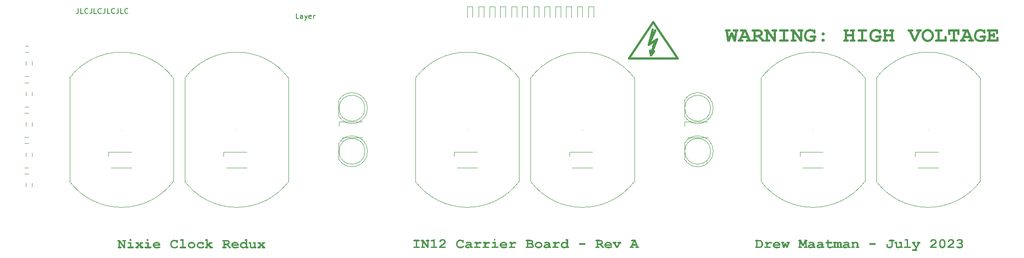
<source format=gbr>
%TF.GenerationSoftware,KiCad,Pcbnew,7.0.1*%
%TF.CreationDate,2023-08-11T20:05:16-05:00*%
%TF.ProjectId,IN12_carrier,494e3132-5f63-4617-9272-6965722e6b69,PRELIM*%
%TF.SameCoordinates,Original*%
%TF.FileFunction,Legend,Top*%
%TF.FilePolarity,Positive*%
%FSLAX46Y46*%
G04 Gerber Fmt 4.6, Leading zero omitted, Abs format (unit mm)*
G04 Created by KiCad (PCBNEW 7.0.1) date 2023-08-11 20:05:16*
%MOMM*%
%LPD*%
G01*
G04 APERTURE LIST*
%ADD10C,0.150000*%
%ADD11C,0.400000*%
%ADD12C,0.120000*%
%ADD13C,0.381000*%
%ADD14C,0.100000*%
G04 APERTURE END LIST*
D10*
X91671685Y-85856619D02*
X91195495Y-85856619D01*
X91195495Y-85856619D02*
X91195495Y-84856619D01*
X92433590Y-85856619D02*
X92433590Y-85332809D01*
X92433590Y-85332809D02*
X92385971Y-85237571D01*
X92385971Y-85237571D02*
X92290733Y-85189952D01*
X92290733Y-85189952D02*
X92100257Y-85189952D01*
X92100257Y-85189952D02*
X92005019Y-85237571D01*
X92433590Y-85809000D02*
X92338352Y-85856619D01*
X92338352Y-85856619D02*
X92100257Y-85856619D01*
X92100257Y-85856619D02*
X92005019Y-85809000D01*
X92005019Y-85809000D02*
X91957400Y-85713761D01*
X91957400Y-85713761D02*
X91957400Y-85618523D01*
X91957400Y-85618523D02*
X92005019Y-85523285D01*
X92005019Y-85523285D02*
X92100257Y-85475666D01*
X92100257Y-85475666D02*
X92338352Y-85475666D01*
X92338352Y-85475666D02*
X92433590Y-85428047D01*
X92814543Y-85189952D02*
X93052638Y-85856619D01*
X93290733Y-85189952D02*
X93052638Y-85856619D01*
X93052638Y-85856619D02*
X92957400Y-86094714D01*
X92957400Y-86094714D02*
X92909781Y-86142333D01*
X92909781Y-86142333D02*
X92814543Y-86189952D01*
X94052638Y-85809000D02*
X93957400Y-85856619D01*
X93957400Y-85856619D02*
X93766924Y-85856619D01*
X93766924Y-85856619D02*
X93671686Y-85809000D01*
X93671686Y-85809000D02*
X93624067Y-85713761D01*
X93624067Y-85713761D02*
X93624067Y-85332809D01*
X93624067Y-85332809D02*
X93671686Y-85237571D01*
X93671686Y-85237571D02*
X93766924Y-85189952D01*
X93766924Y-85189952D02*
X93957400Y-85189952D01*
X93957400Y-85189952D02*
X94052638Y-85237571D01*
X94052638Y-85237571D02*
X94100257Y-85332809D01*
X94100257Y-85332809D02*
X94100257Y-85428047D01*
X94100257Y-85428047D02*
X93624067Y-85523285D01*
X94528829Y-85856619D02*
X94528829Y-85189952D01*
X94528829Y-85380428D02*
X94576448Y-85285190D01*
X94576448Y-85285190D02*
X94624067Y-85237571D01*
X94624067Y-85237571D02*
X94719305Y-85189952D01*
X94719305Y-85189952D02*
X94814543Y-85189952D01*
D11*
G36*
X57210105Y-129157584D02*
G01*
X57210105Y-129961632D01*
X57311710Y-129961632D01*
X57336195Y-129962242D01*
X57358848Y-129964074D01*
X57379670Y-129967127D01*
X57403121Y-129972661D01*
X57423710Y-129980103D01*
X57441437Y-129989453D01*
X57456301Y-130000711D01*
X57471076Y-130016041D01*
X57482794Y-130033088D01*
X57491455Y-130051853D01*
X57497059Y-130072335D01*
X57499607Y-130094534D01*
X57499777Y-130102316D01*
X57498248Y-130125105D01*
X57493663Y-130146211D01*
X57486021Y-130165634D01*
X57475322Y-130183374D01*
X57461566Y-130199431D01*
X57456301Y-130204409D01*
X57438121Y-130217524D01*
X57419821Y-130226380D01*
X57398660Y-130233352D01*
X57374636Y-130238440D01*
X57353357Y-130241153D01*
X57330245Y-130242660D01*
X57311710Y-130243000D01*
X56941926Y-130243000D01*
X56917433Y-130242397D01*
X56894757Y-130240588D01*
X56873897Y-130237573D01*
X56850376Y-130232108D01*
X56829694Y-130224760D01*
X56811851Y-130215526D01*
X56796846Y-130204409D01*
X56782237Y-130188913D01*
X56770651Y-130171734D01*
X56762087Y-130152872D01*
X56756546Y-130132327D01*
X56754027Y-130110099D01*
X56753859Y-130102316D01*
X56755353Y-130079544D01*
X56759835Y-130058489D01*
X56767306Y-130039152D01*
X56777764Y-130021532D01*
X56791211Y-130005630D01*
X56796357Y-130000711D01*
X56814092Y-129987430D01*
X56835054Y-129976897D01*
X56854990Y-129970218D01*
X56877167Y-129965448D01*
X56901587Y-129962586D01*
X56922737Y-129961670D01*
X56928248Y-129961632D01*
X56928248Y-128929950D01*
X56884285Y-128929950D01*
X56859792Y-128929347D01*
X56837115Y-128927538D01*
X56816255Y-128924523D01*
X56792735Y-128919059D01*
X56772053Y-128911710D01*
X56754210Y-128902477D01*
X56739204Y-128891360D01*
X56724596Y-128875864D01*
X56713009Y-128858684D01*
X56704446Y-128839822D01*
X56698904Y-128819277D01*
X56696386Y-128797049D01*
X56696218Y-128789266D01*
X56697729Y-128766494D01*
X56702263Y-128745440D01*
X56709819Y-128726103D01*
X56720398Y-128708483D01*
X56733999Y-128692580D01*
X56739204Y-128687661D01*
X56757551Y-128674380D01*
X56775962Y-128665412D01*
X56797212Y-128658352D01*
X56821300Y-128653200D01*
X56842614Y-128650452D01*
X56865745Y-128648926D01*
X56884285Y-128648582D01*
X57210105Y-128648582D01*
X57930133Y-129730090D01*
X57930133Y-128929950D01*
X57828527Y-128929950D01*
X57803920Y-128929347D01*
X57781144Y-128927538D01*
X57760201Y-128924523D01*
X57741089Y-128920302D01*
X57719775Y-128913330D01*
X57701323Y-128904474D01*
X57682959Y-128891360D01*
X57668350Y-128875864D01*
X57656764Y-128858684D01*
X57648200Y-128839822D01*
X57642659Y-128819277D01*
X57640140Y-128797049D01*
X57639972Y-128789266D01*
X57641483Y-128766494D01*
X57646017Y-128745440D01*
X57653573Y-128726103D01*
X57664152Y-128708483D01*
X57677753Y-128692580D01*
X57682959Y-128687661D01*
X57701323Y-128674380D01*
X57719775Y-128665412D01*
X57741089Y-128658352D01*
X57760201Y-128654078D01*
X57781144Y-128651025D01*
X57803920Y-128649193D01*
X57828527Y-128648582D01*
X58197823Y-128648582D01*
X58222308Y-128649193D01*
X58244962Y-128651025D01*
X58265783Y-128654078D01*
X58289234Y-128659611D01*
X58309823Y-128667053D01*
X58327550Y-128676403D01*
X58342414Y-128687661D01*
X58357189Y-128702991D01*
X58368907Y-128720038D01*
X58377568Y-128738803D01*
X58383172Y-128759285D01*
X58385720Y-128781485D01*
X58385890Y-128789266D01*
X58384396Y-128812055D01*
X58379913Y-128833161D01*
X58372443Y-128852584D01*
X58361984Y-128870324D01*
X58348538Y-128886381D01*
X58343391Y-128891360D01*
X58325857Y-128904474D01*
X58305129Y-128914876D01*
X58285416Y-128921471D01*
X58263484Y-128926181D01*
X58239334Y-128929008D01*
X58218417Y-128929912D01*
X58212966Y-128929950D01*
X58212966Y-130243000D01*
X57934040Y-130243000D01*
X57210105Y-129157584D01*
G37*
G36*
X59343810Y-128523530D02*
G01*
X59343810Y-128804898D01*
X59008709Y-128804898D01*
X59008709Y-128523530D01*
X59343810Y-128523530D01*
G37*
G36*
X59382400Y-129055002D02*
G01*
X59382400Y-129961632D01*
X59720433Y-129961632D01*
X59744918Y-129962242D01*
X59767571Y-129964074D01*
X59788393Y-129967127D01*
X59811844Y-129972661D01*
X59832433Y-129980103D01*
X59850160Y-129989453D01*
X59865024Y-130000711D01*
X59879799Y-130016041D01*
X59891517Y-130033088D01*
X59900178Y-130051853D01*
X59905782Y-130072335D01*
X59908330Y-130094534D01*
X59908500Y-130102316D01*
X59906971Y-130125105D01*
X59902386Y-130146211D01*
X59894744Y-130165634D01*
X59884045Y-130183374D01*
X59870289Y-130199431D01*
X59865024Y-130204409D01*
X59846844Y-130217524D01*
X59828544Y-130226380D01*
X59807383Y-130233352D01*
X59783359Y-130238440D01*
X59762080Y-130241153D01*
X59738968Y-130242660D01*
X59720433Y-130243000D01*
X58762512Y-130243000D01*
X58738019Y-130242397D01*
X58715343Y-130240588D01*
X58694483Y-130237573D01*
X58670963Y-130232108D01*
X58650281Y-130224760D01*
X58632437Y-130215526D01*
X58617432Y-130204409D01*
X58602823Y-130188913D01*
X58591237Y-130171734D01*
X58582673Y-130152872D01*
X58577132Y-130132327D01*
X58574613Y-130110099D01*
X58574445Y-130102316D01*
X58575956Y-130079544D01*
X58580490Y-130058489D01*
X58588046Y-130039152D01*
X58598625Y-130021532D01*
X58612226Y-130005630D01*
X58617432Y-130000711D01*
X58635779Y-129987430D01*
X58654190Y-129978462D01*
X58675440Y-129971401D01*
X58699528Y-129966249D01*
X58720842Y-129963502D01*
X58743972Y-129961975D01*
X58762512Y-129961632D01*
X59100544Y-129961632D01*
X59100544Y-129336370D01*
X58873887Y-129336370D01*
X58849730Y-129335767D01*
X58827328Y-129333958D01*
X58806682Y-129330943D01*
X58783343Y-129325479D01*
X58762747Y-129318130D01*
X58744894Y-129308897D01*
X58729784Y-129297780D01*
X58714843Y-129282284D01*
X58702993Y-129265105D01*
X58694235Y-129246243D01*
X58688568Y-129225698D01*
X58685992Y-129203470D01*
X58685820Y-129195686D01*
X58687331Y-129172914D01*
X58691865Y-129151860D01*
X58699421Y-129132523D01*
X58710000Y-129114903D01*
X58723601Y-129099000D01*
X58728807Y-129094081D01*
X58747153Y-129080800D01*
X58765565Y-129071832D01*
X58786814Y-129064772D01*
X58810902Y-129059620D01*
X58832216Y-129056872D01*
X58855347Y-129055346D01*
X58873887Y-129055002D01*
X59382400Y-129055002D01*
G37*
G36*
X61132645Y-129628973D02*
G01*
X61561535Y-129961632D01*
X61584700Y-129963724D01*
X61605957Y-129967557D01*
X61625305Y-129973131D01*
X61646005Y-129982118D01*
X61663957Y-129993613D01*
X61676818Y-130005107D01*
X61689932Y-130020448D01*
X61700334Y-130037164D01*
X61708022Y-130055253D01*
X61712996Y-130074716D01*
X61715257Y-130095553D01*
X61715408Y-130102804D01*
X61713880Y-130125261D01*
X61709294Y-130146104D01*
X61701652Y-130165332D01*
X61690953Y-130182946D01*
X61677198Y-130198946D01*
X61671933Y-130203921D01*
X61653752Y-130217201D01*
X61635453Y-130226170D01*
X61614292Y-130233230D01*
X61590268Y-130238382D01*
X61568988Y-130241130D01*
X61545877Y-130242656D01*
X61527341Y-130243000D01*
X61206895Y-130243000D01*
X61182402Y-130242389D01*
X61159725Y-130240557D01*
X61138865Y-130237504D01*
X61115345Y-130231970D01*
X61094663Y-130224529D01*
X61076819Y-130215179D01*
X61061814Y-130203921D01*
X61047206Y-130188373D01*
X61035619Y-130171039D01*
X61027055Y-130151920D01*
X61021514Y-130131014D01*
X61018995Y-130108322D01*
X61018828Y-130100362D01*
X61020300Y-130079338D01*
X61024718Y-130059436D01*
X61032081Y-130040656D01*
X61042389Y-130022998D01*
X61049602Y-130013411D01*
X61064165Y-129997910D01*
X61080924Y-129984747D01*
X61099881Y-129973921D01*
X61121036Y-129965433D01*
X61134110Y-129961632D01*
X60922107Y-129794570D01*
X60709616Y-129961632D01*
X60728872Y-129967251D01*
X60749617Y-129975128D01*
X60767786Y-129984241D01*
X60785728Y-129996436D01*
X60800164Y-130010314D01*
X60801940Y-130012434D01*
X60814335Y-130030752D01*
X60822276Y-130048784D01*
X60827505Y-130068686D01*
X60830023Y-130090458D01*
X60830272Y-130100362D01*
X60829235Y-130119892D01*
X60825250Y-130141690D01*
X60818278Y-130161703D01*
X60808317Y-130179930D01*
X60795369Y-130196370D01*
X60787774Y-130203921D01*
X60769759Y-130217201D01*
X60751572Y-130226170D01*
X60730499Y-130233230D01*
X60706540Y-130238382D01*
X60685294Y-130241130D01*
X60662202Y-130242656D01*
X60643671Y-130243000D01*
X60326155Y-130243000D01*
X60301662Y-130242389D01*
X60278985Y-130240557D01*
X60258126Y-130237504D01*
X60234605Y-130231970D01*
X60213923Y-130224529D01*
X60196080Y-130215179D01*
X60181075Y-130203921D01*
X60166466Y-130188425D01*
X60154880Y-130171246D01*
X60146316Y-130152383D01*
X60140775Y-130131838D01*
X60138256Y-130109610D01*
X60138088Y-130101827D01*
X60139445Y-130080864D01*
X60143515Y-130061206D01*
X60150298Y-130042854D01*
X60161642Y-130023092D01*
X60174304Y-130007568D01*
X60176678Y-130005107D01*
X60192489Y-129991523D01*
X60210979Y-129980446D01*
X60232148Y-129971877D01*
X60251835Y-129966651D01*
X60273383Y-129963166D01*
X60291961Y-129961632D01*
X60714989Y-129631415D01*
X60339832Y-129336370D01*
X60317946Y-129333868D01*
X60297777Y-129329720D01*
X60275841Y-129322570D01*
X60256378Y-129313051D01*
X60239388Y-129301161D01*
X60229435Y-129291918D01*
X60216652Y-129276611D01*
X60205081Y-129257103D01*
X60197111Y-129235818D01*
X60193144Y-129216161D01*
X60191821Y-129195198D01*
X60193333Y-129172741D01*
X60197866Y-129151898D01*
X60205423Y-129132670D01*
X60216001Y-129115056D01*
X60229603Y-129099056D01*
X60234808Y-129094081D01*
X60253155Y-129080800D01*
X60271566Y-129071832D01*
X60292816Y-129064772D01*
X60316904Y-129059620D01*
X60338218Y-129056872D01*
X60361348Y-129055346D01*
X60379888Y-129055002D01*
X60643671Y-129055002D01*
X60668156Y-129055643D01*
X60690809Y-129057567D01*
X60711631Y-129060773D01*
X60735082Y-129066583D01*
X60755671Y-129074397D01*
X60773398Y-129084214D01*
X60788262Y-129096035D01*
X60803037Y-129112012D01*
X60814755Y-129129535D01*
X60823416Y-129148603D01*
X60829020Y-129169216D01*
X60831568Y-129191376D01*
X60831738Y-129199106D01*
X60830539Y-129219736D01*
X60826944Y-129239375D01*
X60820953Y-129258022D01*
X60812564Y-129275676D01*
X60801780Y-129292338D01*
X60788598Y-129308007D01*
X60773020Y-129322685D01*
X60755045Y-129336370D01*
X60924550Y-129467773D01*
X61093077Y-129336370D01*
X61075332Y-129322051D01*
X61059952Y-129307183D01*
X61046938Y-129291765D01*
X61033999Y-129271720D01*
X61024756Y-129250816D01*
X61019211Y-129229054D01*
X61017362Y-129206433D01*
X61018412Y-129185448D01*
X61021560Y-129165847D01*
X61028109Y-129144151D01*
X61037680Y-129124447D01*
X61050274Y-129106736D01*
X61060349Y-129096035D01*
X61078696Y-129082090D01*
X61097107Y-129072674D01*
X61118357Y-129065260D01*
X61137400Y-129060773D01*
X61158260Y-129057567D01*
X61180936Y-129055643D01*
X61205429Y-129055002D01*
X61466769Y-129055002D01*
X61491254Y-129055613D01*
X61513908Y-129057445D01*
X61534730Y-129060498D01*
X61558181Y-129066031D01*
X61578770Y-129073473D01*
X61596496Y-129082823D01*
X61611361Y-129094081D01*
X61626135Y-129109577D01*
X61637853Y-129126756D01*
X61646514Y-129145618D01*
X61652119Y-129166163D01*
X61654666Y-129188391D01*
X61654836Y-129196175D01*
X61653496Y-129216806D01*
X61649478Y-129236200D01*
X61641404Y-129257264D01*
X61629683Y-129276645D01*
X61616734Y-129291918D01*
X61601341Y-129305387D01*
X61583372Y-129316487D01*
X61562827Y-129325217D01*
X61543738Y-129330681D01*
X61522861Y-129334500D01*
X61504871Y-129336370D01*
X61132645Y-129628973D01*
G37*
G36*
X62704592Y-128523530D02*
G01*
X62704592Y-128804898D01*
X62369490Y-128804898D01*
X62369490Y-128523530D01*
X62704592Y-128523530D01*
G37*
G36*
X62743182Y-129055002D02*
G01*
X62743182Y-129961632D01*
X63081214Y-129961632D01*
X63105700Y-129962242D01*
X63128353Y-129964074D01*
X63149175Y-129967127D01*
X63172626Y-129972661D01*
X63193215Y-129980103D01*
X63210941Y-129989453D01*
X63225806Y-130000711D01*
X63240581Y-130016041D01*
X63252299Y-130033088D01*
X63260960Y-130051853D01*
X63266564Y-130072335D01*
X63269111Y-130094534D01*
X63269281Y-130102316D01*
X63267753Y-130125105D01*
X63263167Y-130146211D01*
X63255525Y-130165634D01*
X63244826Y-130183374D01*
X63231070Y-130199431D01*
X63225806Y-130204409D01*
X63207625Y-130217524D01*
X63189326Y-130226380D01*
X63168165Y-130233352D01*
X63144141Y-130238440D01*
X63122861Y-130241153D01*
X63099750Y-130242660D01*
X63081214Y-130243000D01*
X62123294Y-130243000D01*
X62098801Y-130242397D01*
X62076124Y-130240588D01*
X62055264Y-130237573D01*
X62031744Y-130232108D01*
X62011062Y-130224760D01*
X61993219Y-130215526D01*
X61978213Y-130204409D01*
X61963605Y-130188913D01*
X61952018Y-130171734D01*
X61943455Y-130152872D01*
X61937913Y-130132327D01*
X61935395Y-130110099D01*
X61935227Y-130102316D01*
X61936738Y-130079544D01*
X61941272Y-130058489D01*
X61948828Y-130039152D01*
X61959407Y-130021532D01*
X61973008Y-130005630D01*
X61978213Y-130000711D01*
X61996560Y-129987430D01*
X62014972Y-129978462D01*
X62036221Y-129971401D01*
X62060309Y-129966249D01*
X62081623Y-129963502D01*
X62104754Y-129961975D01*
X62123294Y-129961632D01*
X62461326Y-129961632D01*
X62461326Y-129336370D01*
X62234668Y-129336370D01*
X62210511Y-129335767D01*
X62188110Y-129333958D01*
X62167464Y-129330943D01*
X62144124Y-129325479D01*
X62123528Y-129318130D01*
X62105675Y-129308897D01*
X62090565Y-129297780D01*
X62075624Y-129282284D01*
X62063775Y-129265105D01*
X62055016Y-129246243D01*
X62049349Y-129225698D01*
X62046773Y-129203470D01*
X62046601Y-129195686D01*
X62048113Y-129172914D01*
X62052646Y-129151860D01*
X62060203Y-129132523D01*
X62070781Y-129114903D01*
X62084383Y-129099000D01*
X62089588Y-129094081D01*
X62107935Y-129080800D01*
X62126346Y-129071832D01*
X62147596Y-129064772D01*
X62171684Y-129059620D01*
X62192998Y-129056872D01*
X62216128Y-129055346D01*
X62234668Y-129055002D01*
X62743182Y-129055002D01*
G37*
G36*
X64275880Y-129023961D02*
G01*
X64296986Y-129024625D01*
X64317875Y-129025731D01*
X64338546Y-129027281D01*
X64358999Y-129029273D01*
X64379235Y-129031708D01*
X64399254Y-129034585D01*
X64419054Y-129037905D01*
X64438638Y-129041668D01*
X64458003Y-129045874D01*
X64477152Y-129050522D01*
X64496082Y-129055613D01*
X64524071Y-129064079D01*
X64551569Y-129073542D01*
X64569630Y-129080404D01*
X64595910Y-129091018D01*
X64620892Y-129101796D01*
X64644579Y-129112737D01*
X64666968Y-129123841D01*
X64688062Y-129135108D01*
X64707858Y-129146538D01*
X64726358Y-129158131D01*
X64743562Y-129169888D01*
X64759468Y-129181808D01*
X64778660Y-129197954D01*
X64783098Y-129202036D01*
X64801386Y-129220200D01*
X64819065Y-129239154D01*
X64836134Y-129258897D01*
X64852593Y-129279431D01*
X64868443Y-129300754D01*
X64883682Y-129322868D01*
X64898313Y-129345771D01*
X64912333Y-129369465D01*
X64925744Y-129393948D01*
X64938546Y-129419222D01*
X64946741Y-129436510D01*
X64954598Y-129455098D01*
X64961682Y-129474228D01*
X64967993Y-129493899D01*
X64973531Y-129514110D01*
X64978297Y-129534863D01*
X64982290Y-129556156D01*
X64985510Y-129577991D01*
X64987957Y-129600366D01*
X64989631Y-129623282D01*
X64990533Y-129646740D01*
X64990705Y-129662678D01*
X64990705Y-129774053D01*
X63835436Y-129774053D01*
X63844276Y-129792132D01*
X63854310Y-129809550D01*
X63865537Y-129826307D01*
X63877957Y-129842403D01*
X63891571Y-129857838D01*
X63906379Y-129872611D01*
X63922380Y-129886723D01*
X63939575Y-129900174D01*
X63957963Y-129912964D01*
X63977545Y-129925093D01*
X63991263Y-129932811D01*
X64012933Y-129943549D01*
X64035994Y-129953230D01*
X64060446Y-129961855D01*
X64086289Y-129969425D01*
X64113523Y-129975938D01*
X64142148Y-129981394D01*
X64162004Y-129984446D01*
X64182478Y-129987027D01*
X64203571Y-129989140D01*
X64225282Y-129990783D01*
X64247611Y-129991956D01*
X64270559Y-129992660D01*
X64294124Y-129992895D01*
X64314127Y-129992635D01*
X64334936Y-129991857D01*
X64356549Y-129990559D01*
X64378968Y-129988743D01*
X64402192Y-129986407D01*
X64426221Y-129983553D01*
X64451056Y-129980179D01*
X64476696Y-129976286D01*
X64503141Y-129971875D01*
X64530391Y-129966944D01*
X64558446Y-129961494D01*
X64587307Y-129955526D01*
X64616973Y-129949038D01*
X64647444Y-129942031D01*
X64678721Y-129934506D01*
X64710802Y-129926461D01*
X64730281Y-129921572D01*
X64754450Y-129915802D01*
X64776558Y-129910886D01*
X64796605Y-129906826D01*
X64818765Y-129902952D01*
X64841108Y-129900067D01*
X64858814Y-129899106D01*
X64879410Y-129900514D01*
X64898702Y-129904738D01*
X64919559Y-129913227D01*
X64938639Y-129925549D01*
X64953580Y-129939161D01*
X64966695Y-129954720D01*
X64977096Y-129971722D01*
X64984784Y-129990166D01*
X64989758Y-130010053D01*
X64992019Y-130031382D01*
X64992170Y-130038812D01*
X64990728Y-130058745D01*
X64985398Y-130080524D01*
X64976142Y-130100713D01*
X64962958Y-130119312D01*
X64951137Y-130131625D01*
X64934872Y-130144249D01*
X64913677Y-130156721D01*
X64894544Y-130165974D01*
X64872638Y-130175142D01*
X64847959Y-130184224D01*
X64820506Y-130193220D01*
X64800663Y-130199169D01*
X64779587Y-130205081D01*
X64757279Y-130210954D01*
X64733738Y-130216789D01*
X64708965Y-130222586D01*
X64682959Y-130228345D01*
X64656401Y-130233905D01*
X64629973Y-130239107D01*
X64603675Y-130243950D01*
X64577507Y-130248434D01*
X64551468Y-130252559D01*
X64525559Y-130256326D01*
X64499780Y-130259734D01*
X64474131Y-130262783D01*
X64448612Y-130265474D01*
X64423222Y-130267805D01*
X64397962Y-130269778D01*
X64372831Y-130271393D01*
X64347831Y-130272648D01*
X64322960Y-130273545D01*
X64298219Y-130274083D01*
X64273608Y-130274263D01*
X64252643Y-130274088D01*
X64231941Y-130273562D01*
X64211503Y-130272687D01*
X64191328Y-130271461D01*
X64171417Y-130269886D01*
X64151769Y-130267960D01*
X64113262Y-130263058D01*
X64075809Y-130256755D01*
X64039409Y-130249052D01*
X64004063Y-130239948D01*
X63969770Y-130229444D01*
X63936530Y-130217539D01*
X63904343Y-130204234D01*
X63873210Y-130189527D01*
X63843130Y-130173421D01*
X63814103Y-130155914D01*
X63786130Y-130137006D01*
X63759209Y-130116697D01*
X63733343Y-130094988D01*
X63708794Y-130072196D01*
X63685830Y-130048758D01*
X63664449Y-130024675D01*
X63644652Y-129999947D01*
X63626439Y-129974575D01*
X63609809Y-129948557D01*
X63594763Y-129921895D01*
X63581301Y-129894587D01*
X63569423Y-129866635D01*
X63559129Y-129838037D01*
X63550418Y-129808795D01*
X63543291Y-129778908D01*
X63537748Y-129748375D01*
X63533789Y-129717198D01*
X63531413Y-129685376D01*
X63530621Y-129652909D01*
X63531476Y-129618450D01*
X63534040Y-129584803D01*
X63538315Y-129551970D01*
X63543551Y-129523949D01*
X63843740Y-129523949D01*
X64679051Y-129523949D01*
X64666609Y-129503830D01*
X64653463Y-129484690D01*
X64639612Y-129466530D01*
X64625058Y-129449348D01*
X64609799Y-129433145D01*
X64593837Y-129417920D01*
X64577170Y-129403675D01*
X64559799Y-129390409D01*
X64541724Y-129378121D01*
X64522945Y-129366813D01*
X64510035Y-129359817D01*
X64490087Y-129350040D01*
X64469443Y-129341224D01*
X64448104Y-129333370D01*
X64426069Y-129326478D01*
X64403338Y-129320548D01*
X64379913Y-129315579D01*
X64355791Y-129311572D01*
X64330974Y-129308526D01*
X64305462Y-129306443D01*
X64279254Y-129305321D01*
X64261396Y-129305107D01*
X64234986Y-129305588D01*
X64209246Y-129307030D01*
X64184176Y-129309435D01*
X64159775Y-129312801D01*
X64136045Y-129317128D01*
X64112984Y-129322418D01*
X64090593Y-129328669D01*
X64068871Y-129335882D01*
X64047820Y-129344056D01*
X64027438Y-129353192D01*
X64014222Y-129359817D01*
X63994961Y-129370473D01*
X63976378Y-129382108D01*
X63958473Y-129394722D01*
X63941247Y-129408315D01*
X63924699Y-129422886D01*
X63908829Y-129438437D01*
X63893638Y-129454966D01*
X63879125Y-129472474D01*
X63865290Y-129490961D01*
X63852134Y-129510427D01*
X63843740Y-129523949D01*
X63543551Y-129523949D01*
X63544299Y-129519949D01*
X63551992Y-129488741D01*
X63561396Y-129458346D01*
X63572509Y-129428764D01*
X63585331Y-129399995D01*
X63599864Y-129372039D01*
X63616106Y-129344896D01*
X63634058Y-129318565D01*
X63653719Y-129293047D01*
X63675091Y-129268343D01*
X63698172Y-129244451D01*
X63722962Y-129221372D01*
X63749463Y-129199106D01*
X63777138Y-129177870D01*
X63805333Y-129158004D01*
X63834047Y-129139508D01*
X63863280Y-129122383D01*
X63893032Y-129106627D01*
X63923302Y-129092242D01*
X63954092Y-129079226D01*
X63985401Y-129067581D01*
X64017229Y-129057305D01*
X64049576Y-129048400D01*
X64082442Y-129040865D01*
X64115827Y-129034700D01*
X64149731Y-129029904D01*
X64184154Y-129026479D01*
X64219096Y-129024424D01*
X64254557Y-129023739D01*
X64275880Y-129023961D01*
G37*
G36*
X68086727Y-128742371D02*
G01*
X68098288Y-128722977D01*
X68110316Y-128705827D01*
X68124634Y-128688974D01*
X68139564Y-128675052D01*
X68143391Y-128672030D01*
X68161325Y-128660695D01*
X68179953Y-128653070D01*
X68199278Y-128649155D01*
X68210314Y-128648582D01*
X68232771Y-128650042D01*
X68253614Y-128654421D01*
X68272842Y-128661720D01*
X68290456Y-128671938D01*
X68306456Y-128685076D01*
X68311430Y-128690103D01*
X68324711Y-128707500D01*
X68333679Y-128725067D01*
X68340740Y-128745424D01*
X68345892Y-128768573D01*
X68348639Y-128789101D01*
X68350166Y-128811414D01*
X68350509Y-128829322D01*
X68350509Y-129060376D01*
X68349899Y-129084159D01*
X68348067Y-129106171D01*
X68345014Y-129126413D01*
X68339480Y-129149225D01*
X68332038Y-129169270D01*
X68322689Y-129186548D01*
X68311430Y-129201060D01*
X68295969Y-129215170D01*
X68278893Y-129226362D01*
X68260202Y-129234633D01*
X68239898Y-129239986D01*
X68217979Y-129242419D01*
X68210314Y-129242581D01*
X68190004Y-129241568D01*
X68168218Y-129237824D01*
X68148490Y-129231323D01*
X68130819Y-129222063D01*
X68119456Y-129213760D01*
X68105337Y-129198553D01*
X68094575Y-129181723D01*
X68085050Y-129161390D01*
X68078056Y-129141770D01*
X68071922Y-129119716D01*
X68068653Y-129105316D01*
X68063467Y-129083357D01*
X68056458Y-129063642D01*
X68047626Y-129046171D01*
X68035299Y-129028952D01*
X68030063Y-129023251D01*
X68015317Y-129009443D01*
X67999166Y-128996353D01*
X67981611Y-128983981D01*
X67962652Y-128972326D01*
X67942288Y-128961389D01*
X67920520Y-128951169D01*
X67897347Y-128941666D01*
X67872770Y-128932881D01*
X67853894Y-128926770D01*
X67835000Y-128921260D01*
X67809782Y-128914849D01*
X67784534Y-128909506D01*
X67759255Y-128905232D01*
X67733945Y-128902026D01*
X67708605Y-128899889D01*
X67683234Y-128898820D01*
X67670537Y-128898687D01*
X67646995Y-128899133D01*
X67623814Y-128900473D01*
X67600994Y-128902705D01*
X67578534Y-128905831D01*
X67556435Y-128909850D01*
X67534696Y-128914761D01*
X67513318Y-128920566D01*
X67492301Y-128927263D01*
X67471644Y-128934854D01*
X67451348Y-128943338D01*
X67438018Y-128949489D01*
X67418449Y-128959573D01*
X67399309Y-128970773D01*
X67380599Y-128983089D01*
X67362318Y-128996521D01*
X67344466Y-129011070D01*
X67327044Y-129026735D01*
X67310051Y-129043516D01*
X67293487Y-129061414D01*
X67277353Y-129080427D01*
X67261648Y-129100557D01*
X67251417Y-129114598D01*
X67236925Y-129136320D01*
X67223859Y-129158807D01*
X67212218Y-129182059D01*
X67202003Y-129206074D01*
X67193213Y-129230854D01*
X67185849Y-129256398D01*
X67179910Y-129282706D01*
X67175396Y-129309778D01*
X67172308Y-129337615D01*
X67170645Y-129366215D01*
X67170328Y-129385707D01*
X67170328Y-129554235D01*
X67170904Y-129577440D01*
X67172633Y-129600160D01*
X67175514Y-129622396D01*
X67179548Y-129644147D01*
X67184734Y-129665413D01*
X67191073Y-129686195D01*
X67198565Y-129706491D01*
X67207209Y-129726304D01*
X67217005Y-129745631D01*
X67227954Y-129764474D01*
X67240055Y-129782833D01*
X67253309Y-129800706D01*
X67267716Y-129818095D01*
X67283275Y-129834999D01*
X67299987Y-129851419D01*
X67317851Y-129867354D01*
X67336798Y-129882556D01*
X67356639Y-129896778D01*
X67377373Y-129910018D01*
X67399000Y-129922278D01*
X67421520Y-129933557D01*
X67444933Y-129943855D01*
X67469239Y-129953173D01*
X67494438Y-129961510D01*
X67520530Y-129968866D01*
X67547515Y-129975241D01*
X67575393Y-129980635D01*
X67604164Y-129985049D01*
X67633828Y-129988481D01*
X67664385Y-129990933D01*
X67695835Y-129992404D01*
X67728179Y-129992895D01*
X67757154Y-129992504D01*
X67785280Y-129991332D01*
X67812555Y-129989379D01*
X67838981Y-129986644D01*
X67864556Y-129983127D01*
X67889282Y-129978830D01*
X67913157Y-129973751D01*
X67936182Y-129967890D01*
X67958357Y-129961249D01*
X67979682Y-129953826D01*
X67993426Y-129948443D01*
X68013321Y-129939264D01*
X68033621Y-129927606D01*
X68050154Y-129916493D01*
X68066945Y-129903792D01*
X68083997Y-129889504D01*
X68101307Y-129873628D01*
X68118877Y-129856165D01*
X68127760Y-129846838D01*
X68143576Y-129830918D01*
X68158054Y-129817231D01*
X68173251Y-129804084D01*
X68190110Y-129791646D01*
X68196636Y-129787731D01*
X68216214Y-129779396D01*
X68235729Y-129775135D01*
X68252812Y-129774053D01*
X68273563Y-129775582D01*
X68293318Y-129780167D01*
X68312077Y-129787809D01*
X68329840Y-129798508D01*
X68346607Y-129812264D01*
X68351975Y-129817528D01*
X68366418Y-129834198D01*
X68377872Y-129851967D01*
X68386339Y-129870834D01*
X68391817Y-129890801D01*
X68394307Y-129911867D01*
X68394473Y-129919133D01*
X68392447Y-129941573D01*
X68387662Y-129960693D01*
X68380063Y-129980194D01*
X68369649Y-130000077D01*
X68356421Y-130020342D01*
X68343812Y-130036828D01*
X68336832Y-130045163D01*
X68320657Y-130063116D01*
X68303641Y-130080339D01*
X68285784Y-130096833D01*
X68267085Y-130112597D01*
X68247545Y-130127631D01*
X68227163Y-130141934D01*
X68205940Y-130155509D01*
X68183875Y-130168353D01*
X68160968Y-130180467D01*
X68137220Y-130191852D01*
X68120921Y-130199036D01*
X68098613Y-130208145D01*
X68076019Y-130216667D01*
X68053138Y-130224601D01*
X68029971Y-130231948D01*
X68006518Y-130238706D01*
X67982779Y-130244877D01*
X67958753Y-130250460D01*
X67934442Y-130255456D01*
X67909844Y-130259864D01*
X67884960Y-130263684D01*
X67859789Y-130266916D01*
X67834333Y-130269561D01*
X67808590Y-130271618D01*
X67782561Y-130273087D01*
X67756246Y-130273969D01*
X67729644Y-130274263D01*
X67698574Y-130273881D01*
X67667889Y-130272736D01*
X67637589Y-130270828D01*
X67607675Y-130268157D01*
X67578147Y-130264722D01*
X67549004Y-130260524D01*
X67520246Y-130255563D01*
X67491874Y-130249838D01*
X67463887Y-130243351D01*
X67436285Y-130236100D01*
X67409070Y-130228085D01*
X67382239Y-130219308D01*
X67355794Y-130209767D01*
X67329735Y-130199463D01*
X67304060Y-130188396D01*
X67278772Y-130176565D01*
X67258687Y-130166443D01*
X67238975Y-130155614D01*
X67219638Y-130144079D01*
X67200675Y-130131838D01*
X67182086Y-130118892D01*
X67163871Y-130105239D01*
X67146030Y-130090880D01*
X67128562Y-130075815D01*
X67111469Y-130060044D01*
X67094750Y-130043568D01*
X67078405Y-130026385D01*
X67062434Y-130008496D01*
X67046836Y-129989901D01*
X67031613Y-129970600D01*
X67016764Y-129950593D01*
X67002289Y-129929880D01*
X66988506Y-129908694D01*
X66975613Y-129887267D01*
X66963609Y-129865600D01*
X66952494Y-129843693D01*
X66942268Y-129821545D01*
X66932931Y-129799157D01*
X66924484Y-129776528D01*
X66916926Y-129753659D01*
X66910257Y-129730549D01*
X66904477Y-129707199D01*
X66899587Y-129683609D01*
X66895585Y-129659778D01*
X66892473Y-129635707D01*
X66890250Y-129611395D01*
X66888916Y-129586843D01*
X66888472Y-129562050D01*
X66888472Y-129381311D01*
X66888870Y-129355408D01*
X66890067Y-129329722D01*
X66892061Y-129304254D01*
X66894853Y-129279004D01*
X66898442Y-129253971D01*
X66902829Y-129229155D01*
X66908013Y-129204557D01*
X66913995Y-129180177D01*
X66920775Y-129156014D01*
X66928352Y-129132069D01*
X66936727Y-129108341D01*
X66945899Y-129084830D01*
X66955869Y-129061538D01*
X66966637Y-129038462D01*
X66978202Y-129015605D01*
X66990565Y-128992965D01*
X67003695Y-128970756D01*
X67017440Y-128949192D01*
X67031798Y-128928273D01*
X67046772Y-128907999D01*
X67062359Y-128888370D01*
X67078561Y-128869385D01*
X67095378Y-128851046D01*
X67112809Y-128833352D01*
X67130854Y-128816303D01*
X67149514Y-128799898D01*
X67168788Y-128784139D01*
X67188677Y-128769024D01*
X67209180Y-128754555D01*
X67230297Y-128740730D01*
X67252029Y-128727551D01*
X67274375Y-128715016D01*
X67297174Y-128703186D01*
X67320140Y-128692118D01*
X67343275Y-128681814D01*
X67366577Y-128672274D01*
X67390047Y-128663496D01*
X67413685Y-128655482D01*
X67437491Y-128648231D01*
X67461465Y-128641743D01*
X67485607Y-128636019D01*
X67509917Y-128631058D01*
X67534395Y-128626860D01*
X67559040Y-128623425D01*
X67583854Y-128620754D01*
X67608835Y-128618846D01*
X67633985Y-128617701D01*
X67659302Y-128617319D01*
X67682150Y-128617590D01*
X67704714Y-128618401D01*
X67726995Y-128619753D01*
X67748993Y-128621647D01*
X67770707Y-128624081D01*
X67792138Y-128627056D01*
X67813285Y-128630573D01*
X67834149Y-128634630D01*
X67854730Y-128639228D01*
X67875028Y-128644367D01*
X67888402Y-128648094D01*
X67908240Y-128654152D01*
X67927820Y-128660785D01*
X67947143Y-128667993D01*
X67966208Y-128675777D01*
X67985016Y-128684136D01*
X68003566Y-128693071D01*
X68021859Y-128702580D01*
X68039893Y-128712665D01*
X68057671Y-128723326D01*
X68075190Y-128734561D01*
X68086727Y-128742371D01*
G37*
G36*
X69466211Y-128523530D02*
G01*
X69466211Y-129961632D01*
X69803754Y-129961632D01*
X69828354Y-129962242D01*
X69851107Y-129964074D01*
X69872013Y-129967127D01*
X69895547Y-129972661D01*
X69916196Y-129980103D01*
X69933958Y-129989453D01*
X69948835Y-130000711D01*
X69963609Y-130016041D01*
X69975327Y-130033088D01*
X69983988Y-130051853D01*
X69989593Y-130072335D01*
X69992140Y-130094534D01*
X69992310Y-130102316D01*
X69990781Y-130125105D01*
X69986196Y-130146211D01*
X69978554Y-130165634D01*
X69967855Y-130183374D01*
X69954099Y-130199431D01*
X69948835Y-130204409D01*
X69930637Y-130217524D01*
X69912297Y-130226380D01*
X69891071Y-130233352D01*
X69866959Y-130238440D01*
X69845592Y-130241153D01*
X69822377Y-130242660D01*
X69803754Y-130243000D01*
X68846322Y-130243000D01*
X68821829Y-130242397D01*
X68799153Y-130240588D01*
X68778293Y-130237573D01*
X68754773Y-130232108D01*
X68734091Y-130224760D01*
X68716247Y-130215526D01*
X68701242Y-130204409D01*
X68686633Y-130188913D01*
X68675047Y-130171734D01*
X68666483Y-130152872D01*
X68660942Y-130132327D01*
X68658423Y-130110099D01*
X68658255Y-130102316D01*
X68659767Y-130079544D01*
X68664300Y-130058489D01*
X68671857Y-130039152D01*
X68682435Y-130021532D01*
X68696037Y-130005630D01*
X68701242Y-130000711D01*
X68719589Y-129987430D01*
X68738000Y-129978462D01*
X68759250Y-129971401D01*
X68783338Y-129966249D01*
X68804652Y-129963502D01*
X68827782Y-129961975D01*
X68846322Y-129961632D01*
X69184354Y-129961632D01*
X69184354Y-128804898D01*
X68957697Y-128804898D01*
X68933540Y-128804295D01*
X68911138Y-128802486D01*
X68890492Y-128799471D01*
X68867153Y-128794006D01*
X68846557Y-128786658D01*
X68828704Y-128777425D01*
X68813594Y-128766307D01*
X68798653Y-128750811D01*
X68786803Y-128733632D01*
X68778045Y-128714770D01*
X68772378Y-128694225D01*
X68769802Y-128671997D01*
X68769630Y-128664214D01*
X68771141Y-128641442D01*
X68775675Y-128620387D01*
X68783231Y-128601050D01*
X68793810Y-128583430D01*
X68807411Y-128567528D01*
X68812617Y-128562609D01*
X68830964Y-128549328D01*
X68849375Y-128540360D01*
X68870624Y-128533300D01*
X68894712Y-128528148D01*
X68916026Y-128525400D01*
X68939157Y-128523873D01*
X68957697Y-128523530D01*
X69466211Y-128523530D01*
G37*
G36*
X71031813Y-129024090D02*
G01*
X71055644Y-129025144D01*
X71079364Y-129026899D01*
X71102974Y-129029357D01*
X71126472Y-129032517D01*
X71149861Y-129036379D01*
X71173138Y-129040943D01*
X71196305Y-129046210D01*
X71219361Y-129052178D01*
X71242306Y-129058849D01*
X71265141Y-129066222D01*
X71287865Y-129074297D01*
X71310479Y-129083075D01*
X71332982Y-129092555D01*
X71355374Y-129102737D01*
X71377655Y-129113621D01*
X71399599Y-129125098D01*
X71420856Y-129137060D01*
X71441425Y-129149507D01*
X71461308Y-129162439D01*
X71480504Y-129175855D01*
X71499013Y-129189756D01*
X71516835Y-129204141D01*
X71533971Y-129219011D01*
X71550419Y-129234366D01*
X71566180Y-129250206D01*
X71581254Y-129266530D01*
X71595642Y-129283339D01*
X71609342Y-129300632D01*
X71622356Y-129318411D01*
X71634683Y-129336673D01*
X71646322Y-129355421D01*
X71657325Y-129374384D01*
X71667617Y-129393416D01*
X71677200Y-129412517D01*
X71686073Y-129431686D01*
X71694236Y-129450924D01*
X71701689Y-129470230D01*
X71708433Y-129489606D01*
X71714466Y-129509050D01*
X71719790Y-129528562D01*
X71724404Y-129548144D01*
X71728308Y-129567794D01*
X71731502Y-129587513D01*
X71733986Y-129607300D01*
X71735761Y-129627156D01*
X71736826Y-129647081D01*
X71737181Y-129667075D01*
X71736391Y-129695570D01*
X71734021Y-129723901D01*
X71730071Y-129752070D01*
X71724541Y-129780075D01*
X71717431Y-129807918D01*
X71708742Y-129835597D01*
X71698472Y-129863113D01*
X71690748Y-129881366D01*
X71682321Y-129899547D01*
X71673193Y-129917655D01*
X71663362Y-129935691D01*
X71652829Y-129953654D01*
X71647299Y-129962609D01*
X71635719Y-129980211D01*
X71623447Y-129997360D01*
X71610485Y-130014054D01*
X71596833Y-130030295D01*
X71582489Y-130046081D01*
X71567455Y-130061413D01*
X71551730Y-130076290D01*
X71535314Y-130090714D01*
X71518207Y-130104684D01*
X71500410Y-130118199D01*
X71481922Y-130131260D01*
X71462743Y-130143867D01*
X71442874Y-130156020D01*
X71422313Y-130167719D01*
X71401062Y-130178964D01*
X71379121Y-130189755D01*
X71356833Y-130199988D01*
X71334424Y-130209561D01*
X71311893Y-130218474D01*
X71289239Y-130226727D01*
X71266464Y-130234319D01*
X71243566Y-130241252D01*
X71220546Y-130247524D01*
X71197404Y-130253136D01*
X71174140Y-130258087D01*
X71150754Y-130262379D01*
X71127245Y-130266010D01*
X71103615Y-130268981D01*
X71079862Y-130271292D01*
X71055987Y-130272942D01*
X71031990Y-130273932D01*
X71007872Y-130274263D01*
X70983878Y-130273938D01*
X70960015Y-130272965D01*
X70936282Y-130271343D01*
X70912678Y-130269072D01*
X70889204Y-130266153D01*
X70865860Y-130262585D01*
X70842645Y-130258368D01*
X70819560Y-130253502D01*
X70796605Y-130247987D01*
X70773780Y-130241824D01*
X70751085Y-130235012D01*
X70728519Y-130227551D01*
X70706083Y-130219442D01*
X70683777Y-130210683D01*
X70661600Y-130201276D01*
X70639553Y-130191220D01*
X70617898Y-130180546D01*
X70596895Y-130169406D01*
X70576544Y-130157801D01*
X70556847Y-130145730D01*
X70537801Y-130133193D01*
X70519409Y-130120191D01*
X70501669Y-130106723D01*
X70484581Y-130092790D01*
X70468146Y-130078391D01*
X70452364Y-130063527D01*
X70437234Y-130048197D01*
X70422757Y-130032401D01*
X70408933Y-130016140D01*
X70395761Y-129999413D01*
X70383241Y-129982221D01*
X70371375Y-129964563D01*
X70360254Y-129946561D01*
X70349851Y-129928461D01*
X70340165Y-129910261D01*
X70331197Y-129891961D01*
X70322946Y-129873563D01*
X70315413Y-129855066D01*
X70308597Y-129836469D01*
X70302498Y-129817773D01*
X70297117Y-129798977D01*
X70290391Y-129770599D01*
X70285279Y-129741996D01*
X70281781Y-129713171D01*
X70279898Y-129684122D01*
X70279611Y-129668540D01*
X70560907Y-129668540D01*
X70562041Y-129690660D01*
X70565441Y-129712504D01*
X70571108Y-129734074D01*
X70579042Y-129755369D01*
X70589243Y-129776389D01*
X70601711Y-129797134D01*
X70616446Y-129817605D01*
X70633447Y-129837801D01*
X70652716Y-129857722D01*
X70674251Y-129877368D01*
X70689867Y-129890313D01*
X70706277Y-129902735D01*
X70723145Y-129914355D01*
X70740471Y-129925175D01*
X70758255Y-129935192D01*
X70776497Y-129944409D01*
X70795197Y-129952824D01*
X70814355Y-129960437D01*
X70833971Y-129967249D01*
X70854044Y-129973260D01*
X70874576Y-129978469D01*
X70895566Y-129982877D01*
X70917013Y-129986483D01*
X70938919Y-129989288D01*
X70961282Y-129991292D01*
X70984104Y-129992494D01*
X71007383Y-129992895D01*
X71030838Y-129992494D01*
X71053820Y-129991292D01*
X71076328Y-129989288D01*
X71098363Y-129986483D01*
X71119926Y-129982877D01*
X71141014Y-129978469D01*
X71161630Y-129973260D01*
X71181772Y-129967249D01*
X71201442Y-129960437D01*
X71220638Y-129952824D01*
X71239360Y-129944409D01*
X71257610Y-129935192D01*
X71275386Y-129925175D01*
X71292689Y-129914355D01*
X71309519Y-129902735D01*
X71325876Y-129890313D01*
X71341551Y-129877364D01*
X71356215Y-129864286D01*
X71376315Y-129844425D01*
X71394140Y-129824272D01*
X71409689Y-129803827D01*
X71422962Y-129783090D01*
X71433960Y-129762061D01*
X71442683Y-129740741D01*
X71449130Y-129719128D01*
X71453302Y-129697224D01*
X71455198Y-129675027D01*
X71455324Y-129667563D01*
X71454466Y-129644842D01*
X71451890Y-129622472D01*
X71447596Y-129600454D01*
X71441586Y-129578789D01*
X71433858Y-129557475D01*
X71424412Y-129536514D01*
X71413250Y-129515904D01*
X71400370Y-129495647D01*
X71385772Y-129475742D01*
X71369458Y-129456188D01*
X71357627Y-129443348D01*
X71340631Y-129426608D01*
X71322983Y-129410948D01*
X71304682Y-129396368D01*
X71285728Y-129382868D01*
X71266122Y-129370448D01*
X71245863Y-129359108D01*
X71224952Y-129348847D01*
X71203388Y-129339667D01*
X71181171Y-129331567D01*
X71158302Y-129324547D01*
X71134780Y-129318607D01*
X71110606Y-129313747D01*
X71085779Y-129309967D01*
X71060300Y-129307267D01*
X71034168Y-129305647D01*
X71007383Y-129305107D01*
X70983754Y-129305536D01*
X70960618Y-129306824D01*
X70937974Y-129308971D01*
X70915822Y-129311976D01*
X70894163Y-129315840D01*
X70872996Y-129320563D01*
X70852321Y-129326144D01*
X70832139Y-129332584D01*
X70812449Y-129339883D01*
X70793251Y-129348040D01*
X70774545Y-129357056D01*
X70756332Y-129366931D01*
X70738611Y-129377664D01*
X70721382Y-129389256D01*
X70704646Y-129401707D01*
X70688402Y-129415016D01*
X70672963Y-129428829D01*
X70658520Y-129442913D01*
X70645074Y-129457268D01*
X70626771Y-129479309D01*
X70610710Y-129501959D01*
X70596890Y-129525219D01*
X70585310Y-129549088D01*
X70575972Y-129573568D01*
X70568876Y-129598656D01*
X70564020Y-129624355D01*
X70561405Y-129650663D01*
X70560907Y-129668540D01*
X70279611Y-129668540D01*
X70279539Y-129664632D01*
X70279904Y-129644751D01*
X70280997Y-129624920D01*
X70282819Y-129605138D01*
X70285371Y-129585406D01*
X70288651Y-129565724D01*
X70292660Y-129546091D01*
X70297398Y-129526507D01*
X70302865Y-129506974D01*
X70309060Y-129487490D01*
X70315985Y-129468055D01*
X70323639Y-129448670D01*
X70332021Y-129429335D01*
X70341132Y-129410049D01*
X70350973Y-129390813D01*
X70361542Y-129371627D01*
X70372840Y-129352490D01*
X70384823Y-129333632D01*
X70397448Y-129315281D01*
X70410713Y-129297438D01*
X70424620Y-129280103D01*
X70439167Y-129263275D01*
X70454356Y-129246954D01*
X70470186Y-129231141D01*
X70486657Y-129215836D01*
X70503770Y-129201039D01*
X70521523Y-129186748D01*
X70539917Y-129172966D01*
X70558953Y-129159691D01*
X70578630Y-129146923D01*
X70598948Y-129134664D01*
X70619907Y-129122911D01*
X70641507Y-129111667D01*
X70663489Y-129101019D01*
X70685593Y-129091059D01*
X70707819Y-129081785D01*
X70730167Y-129073198D01*
X70752638Y-129065299D01*
X70775230Y-129058086D01*
X70797945Y-129051560D01*
X70820781Y-129045721D01*
X70843740Y-129040569D01*
X70866821Y-129036104D01*
X70890024Y-129032326D01*
X70913350Y-129029235D01*
X70936797Y-129026830D01*
X70960366Y-129025113D01*
X70984058Y-129024083D01*
X71007872Y-129023739D01*
X71031813Y-129024090D01*
G37*
G36*
X73124969Y-129117528D02*
G01*
X73140916Y-129099516D01*
X73157006Y-129084556D01*
X73173240Y-129072649D01*
X73192909Y-129062391D01*
X73212784Y-129056529D01*
X73229504Y-129055002D01*
X73251463Y-129056548D01*
X73271911Y-129061185D01*
X73290848Y-129068913D01*
X73308273Y-129079732D01*
X73324187Y-129093642D01*
X73329156Y-129098966D01*
X73342436Y-129117479D01*
X73351405Y-129136002D01*
X73358465Y-129157340D01*
X73362739Y-129176437D01*
X73365792Y-129197335D01*
X73367624Y-129220034D01*
X73368234Y-129244535D01*
X73368234Y-129428205D01*
X73367624Y-129453042D01*
X73365792Y-129476016D01*
X73362739Y-129497128D01*
X73358465Y-129516377D01*
X73351405Y-129537820D01*
X73342436Y-129556353D01*
X73329156Y-129574751D01*
X73313642Y-129589360D01*
X73296412Y-129600946D01*
X73277464Y-129609510D01*
X73256799Y-129615051D01*
X73234416Y-129617570D01*
X73226574Y-129617738D01*
X73205576Y-129616587D01*
X73185816Y-129613135D01*
X73164324Y-129606200D01*
X73144516Y-129596132D01*
X73128876Y-129585009D01*
X73115229Y-129569378D01*
X73104540Y-129550491D01*
X73096309Y-129530432D01*
X73090105Y-129510988D01*
X73084497Y-129489064D01*
X73083447Y-129484381D01*
X73077265Y-129461438D01*
X73068793Y-129440236D01*
X73058031Y-129420776D01*
X73044979Y-129403056D01*
X73029637Y-129387078D01*
X73012006Y-129372840D01*
X73004313Y-129367633D01*
X72982885Y-129356459D01*
X72960366Y-129346384D01*
X72936757Y-129337408D01*
X72912057Y-129329531D01*
X72886267Y-129322754D01*
X72859387Y-129317075D01*
X72831416Y-129312495D01*
X72802354Y-129309015D01*
X72782374Y-129307305D01*
X72761909Y-129306084D01*
X72740960Y-129305351D01*
X72719525Y-129305107D01*
X72694922Y-129305515D01*
X72670936Y-129306740D01*
X72647569Y-129308782D01*
X72624820Y-129311640D01*
X72602690Y-129315316D01*
X72581177Y-129319807D01*
X72560283Y-129325116D01*
X72540007Y-129331241D01*
X72520349Y-129338183D01*
X72501310Y-129345941D01*
X72482888Y-129354517D01*
X72465085Y-129363908D01*
X72447901Y-129374117D01*
X72431334Y-129385142D01*
X72415386Y-129396984D01*
X72400056Y-129409643D01*
X72385504Y-129422927D01*
X72365437Y-129443670D01*
X72347482Y-129465391D01*
X72331640Y-129488092D01*
X72317910Y-129511771D01*
X72306292Y-129536429D01*
X72296787Y-129562066D01*
X72289394Y-129588681D01*
X72284113Y-129616276D01*
X72280944Y-129644850D01*
X72280006Y-129664443D01*
X72279888Y-129674402D01*
X72280901Y-129701517D01*
X72283941Y-129727542D01*
X72289007Y-129752476D01*
X72296100Y-129776320D01*
X72305219Y-129799073D01*
X72316364Y-129820736D01*
X72329536Y-129841308D01*
X72344735Y-129860790D01*
X72361960Y-129879181D01*
X72381211Y-129896482D01*
X72395171Y-129907410D01*
X72418213Y-129922687D01*
X72443926Y-129936461D01*
X72462551Y-129944810D01*
X72482364Y-129952490D01*
X72503363Y-129959502D01*
X72525549Y-129965847D01*
X72548922Y-129971524D01*
X72573482Y-129976532D01*
X72599228Y-129980873D01*
X72626162Y-129984547D01*
X72654282Y-129987552D01*
X72683589Y-129989889D01*
X72714083Y-129991559D01*
X72745764Y-129992561D01*
X72778632Y-129992895D01*
X72800362Y-129992761D01*
X72821588Y-129992361D01*
X72842311Y-129991693D01*
X72862530Y-129990758D01*
X72882245Y-129989556D01*
X72910872Y-129987251D01*
X72938367Y-129984346D01*
X72964728Y-129980840D01*
X72989956Y-129976733D01*
X73014050Y-129972024D01*
X73037011Y-129966715D01*
X73058838Y-129960805D01*
X73065862Y-129958701D01*
X73086303Y-129951421D01*
X73106410Y-129942711D01*
X73126183Y-129932569D01*
X73145622Y-129920996D01*
X73164728Y-129907992D01*
X73183499Y-129893557D01*
X73190914Y-129887382D01*
X73209111Y-129872746D01*
X73226759Y-129860592D01*
X73243858Y-129850917D01*
X73263653Y-129842582D01*
X73282658Y-129837820D01*
X73297892Y-129836579D01*
X73318958Y-129838056D01*
X73338925Y-129842487D01*
X73357793Y-129849872D01*
X73375562Y-129860210D01*
X73392231Y-129873502D01*
X73397544Y-129878589D01*
X73411820Y-129894709D01*
X73423143Y-129911928D01*
X73431512Y-129930247D01*
X73436928Y-129949664D01*
X73439389Y-129970180D01*
X73439553Y-129977263D01*
X73437554Y-130000069D01*
X73431554Y-130022570D01*
X73421556Y-130044766D01*
X73407557Y-130066656D01*
X73394434Y-130082874D01*
X73379061Y-130098919D01*
X73361439Y-130114793D01*
X73341566Y-130130495D01*
X73319444Y-130146026D01*
X73311570Y-130151164D01*
X73287192Y-130166071D01*
X73261439Y-130180015D01*
X73234313Y-130192998D01*
X73205813Y-130205020D01*
X73175939Y-130216079D01*
X73144691Y-130226177D01*
X73112069Y-130235313D01*
X73078074Y-130243488D01*
X73042704Y-130250701D01*
X73005961Y-130256952D01*
X72967844Y-130262241D01*
X72948270Y-130264525D01*
X72928353Y-130266569D01*
X72908092Y-130268372D01*
X72887488Y-130269935D01*
X72866541Y-130271257D01*
X72845249Y-130272339D01*
X72823615Y-130273181D01*
X72801637Y-130273782D01*
X72779315Y-130274142D01*
X72756650Y-130274263D01*
X72736276Y-130274138D01*
X72716186Y-130273763D01*
X72696381Y-130273138D01*
X72676859Y-130272263D01*
X72638670Y-130269763D01*
X72601617Y-130266264D01*
X72565702Y-130261764D01*
X72530924Y-130256265D01*
X72497283Y-130249766D01*
X72464780Y-130242267D01*
X72433414Y-130233768D01*
X72403185Y-130224269D01*
X72374093Y-130213771D01*
X72346139Y-130202272D01*
X72319322Y-130189774D01*
X72293642Y-130176275D01*
X72269100Y-130161777D01*
X72245694Y-130146279D01*
X72215763Y-130124353D01*
X72187763Y-130101438D01*
X72161694Y-130077535D01*
X72137556Y-130052643D01*
X72115349Y-130026763D01*
X72095073Y-129999894D01*
X72076728Y-129972037D01*
X72060314Y-129943191D01*
X72045831Y-129913358D01*
X72033279Y-129882535D01*
X72022659Y-129850724D01*
X72013969Y-129817925D01*
X72007210Y-129784138D01*
X72002383Y-129749362D01*
X71999486Y-129713597D01*
X71998521Y-129676845D01*
X71999303Y-129641872D01*
X72001650Y-129607663D01*
X72005562Y-129574217D01*
X72011038Y-129541534D01*
X72018079Y-129509615D01*
X72026685Y-129478458D01*
X72036855Y-129448065D01*
X72048590Y-129418436D01*
X72061890Y-129389569D01*
X72076755Y-129361466D01*
X72093184Y-129334126D01*
X72111178Y-129307549D01*
X72130736Y-129281736D01*
X72151859Y-129256686D01*
X72174547Y-129232399D01*
X72198800Y-129208875D01*
X72224373Y-129186456D01*
X72250900Y-129165484D01*
X72278381Y-129145958D01*
X72306816Y-129127878D01*
X72336205Y-129111245D01*
X72366549Y-129096058D01*
X72397846Y-129082317D01*
X72430098Y-129070023D01*
X72463303Y-129059175D01*
X72497463Y-129049774D01*
X72532577Y-129041819D01*
X72568644Y-129035310D01*
X72605666Y-129030248D01*
X72643642Y-129026632D01*
X72682572Y-129024462D01*
X72702395Y-129023920D01*
X72722456Y-129023739D01*
X72744201Y-129023945D01*
X72765653Y-129024564D01*
X72786813Y-129025594D01*
X72807682Y-129027036D01*
X72828258Y-129028891D01*
X72848543Y-129031158D01*
X72868535Y-129033837D01*
X72888236Y-129036928D01*
X72907645Y-129040432D01*
X72933069Y-129045744D01*
X72939344Y-129047187D01*
X72964257Y-129053415D01*
X72988681Y-129060376D01*
X73012617Y-129068069D01*
X73036064Y-129076496D01*
X73059023Y-129085655D01*
X73081493Y-129095547D01*
X73103475Y-129106171D01*
X73124969Y-129117528D01*
G37*
G36*
X74134668Y-129796524D02*
G01*
X74134668Y-130243000D01*
X73804941Y-130243000D01*
X73780448Y-130242397D01*
X73757771Y-130240588D01*
X73736911Y-130237573D01*
X73713391Y-130232108D01*
X73692709Y-130224760D01*
X73674866Y-130215526D01*
X73659860Y-130204409D01*
X73645252Y-130188913D01*
X73633665Y-130171734D01*
X73625102Y-130152872D01*
X73619560Y-130132327D01*
X73617042Y-130110099D01*
X73616874Y-130102316D01*
X73618419Y-130079544D01*
X73623056Y-130058489D01*
X73630784Y-130039152D01*
X73641603Y-130021532D01*
X73655514Y-130005630D01*
X73660837Y-130000711D01*
X73679299Y-129987430D01*
X73697700Y-129978462D01*
X73718845Y-129971401D01*
X73742733Y-129966249D01*
X73763818Y-129963502D01*
X73786658Y-129961975D01*
X73804941Y-129961632D01*
X73853301Y-129961632D01*
X73853301Y-128804898D01*
X73804941Y-128804898D01*
X73780448Y-128804295D01*
X73757771Y-128802486D01*
X73736911Y-128799471D01*
X73713391Y-128794006D01*
X73692709Y-128786658D01*
X73674866Y-128777425D01*
X73659860Y-128766307D01*
X73645252Y-128750811D01*
X73633665Y-128733632D01*
X73625102Y-128714770D01*
X73619560Y-128694225D01*
X73617042Y-128671997D01*
X73616874Y-128664214D01*
X73618385Y-128641442D01*
X73622919Y-128620387D01*
X73630475Y-128601050D01*
X73641054Y-128583430D01*
X73654655Y-128567528D01*
X73659860Y-128562609D01*
X73678207Y-128549328D01*
X73696618Y-128540360D01*
X73717868Y-128533300D01*
X73741956Y-128528148D01*
X73763270Y-128525400D01*
X73786401Y-128523873D01*
X73804941Y-128523530D01*
X74134668Y-128523530D01*
X74134668Y-129450187D01*
X74354487Y-129281171D01*
X74344636Y-129264129D01*
X74335019Y-129245032D01*
X74326838Y-129224619D01*
X74321495Y-129203752D01*
X74320293Y-129189824D01*
X74321787Y-129168100D01*
X74326269Y-129147990D01*
X74333740Y-129129494D01*
X74344198Y-129112613D01*
X74357645Y-129097346D01*
X74362791Y-129092616D01*
X74380823Y-129079833D01*
X74399051Y-129071201D01*
X74420188Y-129064406D01*
X74444236Y-129059447D01*
X74465569Y-129056802D01*
X74488764Y-129055333D01*
X74507383Y-129055002D01*
X74828807Y-129055002D01*
X74853292Y-129055613D01*
X74875945Y-129057445D01*
X74896767Y-129060498D01*
X74920218Y-129066031D01*
X74940807Y-129073473D01*
X74958534Y-129082823D01*
X74973398Y-129094081D01*
X74988173Y-129109411D01*
X74999891Y-129126459D01*
X75008552Y-129145223D01*
X75014156Y-129165705D01*
X75016704Y-129187905D01*
X75016874Y-129195686D01*
X75015345Y-129218475D01*
X75010760Y-129239581D01*
X75003118Y-129259004D01*
X74992419Y-129276744D01*
X74978663Y-129292801D01*
X74973398Y-129297780D01*
X74955218Y-129310894D01*
X74936918Y-129319751D01*
X74915757Y-129326722D01*
X74891733Y-129331810D01*
X74870454Y-129334523D01*
X74847342Y-129336031D01*
X74828807Y-129336370D01*
X74750160Y-129336370D01*
X74408220Y-129585986D01*
X74868374Y-129961632D01*
X74950928Y-129961632D01*
X74975413Y-129962242D01*
X74998067Y-129964074D01*
X75018889Y-129967127D01*
X75042340Y-129972661D01*
X75062929Y-129980103D01*
X75080655Y-129989453D01*
X75095520Y-130000711D01*
X75110295Y-130016041D01*
X75122013Y-130033088D01*
X75130674Y-130051853D01*
X75136278Y-130072335D01*
X75138825Y-130094534D01*
X75138995Y-130102316D01*
X75137467Y-130125105D01*
X75132881Y-130146211D01*
X75125239Y-130165634D01*
X75114540Y-130183374D01*
X75100784Y-130199431D01*
X75095520Y-130204409D01*
X75077339Y-130217524D01*
X75059040Y-130226380D01*
X75037878Y-130233352D01*
X75013855Y-130238440D01*
X74992575Y-130241153D01*
X74969464Y-130242660D01*
X74950928Y-130243000D01*
X74626574Y-130243000D01*
X74602081Y-130242419D01*
X74579404Y-130240679D01*
X74558544Y-130237779D01*
X74535024Y-130232522D01*
X74514342Y-130225452D01*
X74496498Y-130216570D01*
X74481493Y-130205875D01*
X74466885Y-130190980D01*
X74455298Y-130174505D01*
X74446734Y-130156450D01*
X74441193Y-130136815D01*
X74438674Y-130115600D01*
X74438507Y-130108177D01*
X74440751Y-130085998D01*
X74446246Y-130067062D01*
X74455039Y-130048194D01*
X74467129Y-130029395D01*
X74479723Y-130013781D01*
X74485401Y-130007549D01*
X74186936Y-129756468D01*
X74134668Y-129796524D01*
G37*
G36*
X77785210Y-128649141D02*
G01*
X77820888Y-128650819D01*
X77855521Y-128653614D01*
X77889108Y-128657528D01*
X77921650Y-128662559D01*
X77953146Y-128668709D01*
X77983596Y-128675977D01*
X78013001Y-128684364D01*
X78041360Y-128693868D01*
X78068673Y-128704491D01*
X78094940Y-128716232D01*
X78120162Y-128729091D01*
X78144338Y-128743068D01*
X78167469Y-128758163D01*
X78189554Y-128774377D01*
X78210593Y-128791709D01*
X78230468Y-128809844D01*
X78249061Y-128828467D01*
X78266372Y-128847579D01*
X78282400Y-128867180D01*
X78297147Y-128887269D01*
X78310611Y-128907846D01*
X78322792Y-128928912D01*
X78333691Y-128950466D01*
X78343309Y-128972509D01*
X78351643Y-128995041D01*
X78358696Y-129018061D01*
X78364466Y-129041569D01*
X78368954Y-129065566D01*
X78372160Y-129090051D01*
X78374083Y-129115025D01*
X78374724Y-129140487D01*
X78374046Y-129164195D01*
X78372011Y-129187508D01*
X78368619Y-129210426D01*
X78363871Y-129232948D01*
X78357766Y-129255076D01*
X78350304Y-129276809D01*
X78341485Y-129298147D01*
X78331310Y-129319090D01*
X78319778Y-129339638D01*
X78306890Y-129359791D01*
X78297544Y-129373006D01*
X78282477Y-129392401D01*
X78266036Y-129411383D01*
X78248222Y-129429953D01*
X78229033Y-129448111D01*
X78208471Y-129465857D01*
X78186535Y-129483191D01*
X78163225Y-129500112D01*
X78146922Y-129511164D01*
X78130008Y-129522033D01*
X78112484Y-129532718D01*
X78094349Y-129543221D01*
X78075603Y-129553540D01*
X78066001Y-129558631D01*
X78082870Y-129572264D01*
X78099953Y-129586601D01*
X78117251Y-129601642D01*
X78134763Y-129617387D01*
X78152490Y-129633836D01*
X78170432Y-129650989D01*
X78188589Y-129668847D01*
X78206960Y-129687408D01*
X78225546Y-129706674D01*
X78244346Y-129726643D01*
X78256999Y-129740348D01*
X78273440Y-129759299D01*
X78286672Y-129775146D01*
X78300677Y-129792392D01*
X78315454Y-129811038D01*
X78331005Y-129831084D01*
X78347328Y-129852529D01*
X78364424Y-129875374D01*
X78376251Y-129891381D01*
X78388421Y-129908011D01*
X78400935Y-129925262D01*
X78413792Y-129943136D01*
X78426992Y-129961632D01*
X78452714Y-129962044D01*
X78476146Y-129963280D01*
X78497288Y-129965341D01*
X78520496Y-129969076D01*
X78540126Y-129974100D01*
X78558960Y-129981828D01*
X78568653Y-129988010D01*
X78586525Y-130004325D01*
X78601368Y-130021212D01*
X78613182Y-130038671D01*
X78621967Y-130056703D01*
X78628510Y-130079097D01*
X78630691Y-130102316D01*
X78629180Y-130125105D01*
X78624646Y-130146211D01*
X78617090Y-130165634D01*
X78606511Y-130183374D01*
X78592909Y-130199431D01*
X78587704Y-130204409D01*
X78569689Y-130217524D01*
X78551502Y-130226380D01*
X78530429Y-130233352D01*
X78506470Y-130238440D01*
X78485225Y-130241153D01*
X78462132Y-130242660D01*
X78443601Y-130243000D01*
X78282889Y-130243000D01*
X78261602Y-130212518D01*
X78240543Y-130182805D01*
X78219714Y-130153861D01*
X78199114Y-130125687D01*
X78178742Y-130098281D01*
X78158600Y-130071644D01*
X78138686Y-130045776D01*
X78119002Y-130020677D01*
X78099547Y-129996348D01*
X78080320Y-129972787D01*
X78061323Y-129949995D01*
X78042554Y-129927972D01*
X78024014Y-129906718D01*
X78005704Y-129886233D01*
X77987622Y-129866517D01*
X77969770Y-129847570D01*
X77952146Y-129829392D01*
X77934751Y-129811983D01*
X77917586Y-129795343D01*
X77900649Y-129779472D01*
X77883941Y-129764370D01*
X77867462Y-129750037D01*
X77851213Y-129736473D01*
X77835192Y-129723678D01*
X77819400Y-129711652D01*
X77788503Y-129689907D01*
X77758522Y-129671237D01*
X77729458Y-129655644D01*
X77715269Y-129649001D01*
X77436343Y-129649001D01*
X77436343Y-129961632D01*
X77538437Y-129961632D01*
X77562922Y-129962242D01*
X77585576Y-129964074D01*
X77606397Y-129967127D01*
X77629848Y-129972661D01*
X77650437Y-129980103D01*
X77668164Y-129989453D01*
X77683029Y-130000711D01*
X77697803Y-130016041D01*
X77709521Y-130033088D01*
X77718182Y-130051853D01*
X77723787Y-130072335D01*
X77726334Y-130094534D01*
X77726504Y-130102316D01*
X77724975Y-130125105D01*
X77720390Y-130146211D01*
X77712748Y-130165634D01*
X77702049Y-130183374D01*
X77688293Y-130199431D01*
X77683029Y-130204409D01*
X77664848Y-130217524D01*
X77646549Y-130226380D01*
X77625387Y-130233352D01*
X77601364Y-130238440D01*
X77580084Y-130241153D01*
X77556973Y-130242660D01*
X77538437Y-130243000D01*
X77111012Y-130243000D01*
X77086519Y-130242397D01*
X77063842Y-130240588D01*
X77042983Y-130237573D01*
X77019462Y-130232108D01*
X76998780Y-130224760D01*
X76980937Y-130215526D01*
X76965932Y-130204409D01*
X76951323Y-130188913D01*
X76939736Y-130171734D01*
X76931173Y-130152872D01*
X76925631Y-130132327D01*
X76923113Y-130110099D01*
X76922945Y-130102316D01*
X76924490Y-130079544D01*
X76929127Y-130058489D01*
X76936855Y-130039152D01*
X76947674Y-130021532D01*
X76961585Y-130005630D01*
X76966909Y-130000711D01*
X76985370Y-129987430D01*
X77003772Y-129978462D01*
X77024916Y-129971401D01*
X77048804Y-129966249D01*
X77069889Y-129963502D01*
X77092729Y-129961975D01*
X77111012Y-129961632D01*
X77154975Y-129961632D01*
X77154975Y-128929950D01*
X77436343Y-128929950D01*
X77436343Y-129367633D01*
X77656162Y-129367633D01*
X77678919Y-129367328D01*
X77701213Y-129366414D01*
X77723043Y-129364890D01*
X77744410Y-129362756D01*
X77765313Y-129360012D01*
X77785752Y-129356659D01*
X77805727Y-129352697D01*
X77825239Y-129348124D01*
X77844287Y-129342942D01*
X77868963Y-129335084D01*
X77875003Y-129332951D01*
X77898441Y-129324119D01*
X77920393Y-129315211D01*
X77940859Y-129306225D01*
X77959840Y-129297161D01*
X77977335Y-129288021D01*
X77998351Y-129275713D01*
X78016727Y-129263268D01*
X78032461Y-129250686D01*
X78048416Y-129234765D01*
X78061363Y-129218620D01*
X78074002Y-129199340D01*
X78083482Y-129180163D01*
X78089802Y-129161089D01*
X78093181Y-129138966D01*
X78093357Y-129132672D01*
X78091269Y-129109578D01*
X78085008Y-129087010D01*
X78074573Y-129064966D01*
X78063220Y-129047708D01*
X78049195Y-129030787D01*
X78032499Y-129014201D01*
X78013131Y-128997952D01*
X78007872Y-128993942D01*
X77991243Y-128982506D01*
X77973233Y-128972194D01*
X77953840Y-128963008D01*
X77933065Y-128954947D01*
X77910907Y-128948010D01*
X77887366Y-128942198D01*
X77862444Y-128937511D01*
X77836138Y-128933949D01*
X77808451Y-128931512D01*
X77779380Y-128930200D01*
X77759232Y-128929950D01*
X77436343Y-128929950D01*
X77154975Y-128929950D01*
X77111012Y-128929950D01*
X77086519Y-128929347D01*
X77063842Y-128927538D01*
X77042983Y-128924523D01*
X77019462Y-128919059D01*
X76998780Y-128911710D01*
X76980937Y-128902477D01*
X76965932Y-128891360D01*
X76951323Y-128875864D01*
X76939736Y-128858684D01*
X76931173Y-128839822D01*
X76925631Y-128819277D01*
X76923113Y-128797049D01*
X76922945Y-128789266D01*
X76924456Y-128766494D01*
X76928990Y-128745440D01*
X76936546Y-128726103D01*
X76947125Y-128708483D01*
X76960726Y-128692580D01*
X76965932Y-128687661D01*
X76984278Y-128674380D01*
X77002690Y-128665412D01*
X77023939Y-128658352D01*
X77048027Y-128653200D01*
X77069341Y-128650452D01*
X77092472Y-128648926D01*
X77111012Y-128648582D01*
X77748486Y-128648582D01*
X77785210Y-128649141D01*
G37*
G36*
X79399397Y-129023961D02*
G01*
X79420503Y-129024625D01*
X79441392Y-129025731D01*
X79462063Y-129027281D01*
X79482516Y-129029273D01*
X79502752Y-129031708D01*
X79522771Y-129034585D01*
X79542571Y-129037905D01*
X79562155Y-129041668D01*
X79581521Y-129045874D01*
X79600669Y-129050522D01*
X79619600Y-129055613D01*
X79647588Y-129064079D01*
X79675087Y-129073542D01*
X79693147Y-129080404D01*
X79719427Y-129091018D01*
X79744410Y-129101796D01*
X79768096Y-129112737D01*
X79790486Y-129123841D01*
X79811579Y-129135108D01*
X79831375Y-129146538D01*
X79849875Y-129158131D01*
X79867079Y-129169888D01*
X79882985Y-129181808D01*
X79902178Y-129197954D01*
X79906615Y-129202036D01*
X79924904Y-129220200D01*
X79942582Y-129239154D01*
X79959651Y-129258897D01*
X79976110Y-129279431D01*
X79991960Y-129300754D01*
X80007200Y-129322868D01*
X80021830Y-129345771D01*
X80035850Y-129369465D01*
X80049261Y-129393948D01*
X80062063Y-129419222D01*
X80070258Y-129436510D01*
X80078115Y-129455098D01*
X80085199Y-129474228D01*
X80091510Y-129493899D01*
X80097049Y-129514110D01*
X80101814Y-129534863D01*
X80105807Y-129556156D01*
X80109027Y-129577991D01*
X80111474Y-129600366D01*
X80113148Y-129623282D01*
X80114050Y-129646740D01*
X80114222Y-129662678D01*
X80114222Y-129774053D01*
X78958953Y-129774053D01*
X78967793Y-129792132D01*
X78977827Y-129809550D01*
X78989054Y-129826307D01*
X79001474Y-129842403D01*
X79015088Y-129857838D01*
X79029896Y-129872611D01*
X79045897Y-129886723D01*
X79063092Y-129900174D01*
X79081481Y-129912964D01*
X79101062Y-129925093D01*
X79114780Y-129932811D01*
X79136450Y-129943549D01*
X79159511Y-129953230D01*
X79183963Y-129961855D01*
X79209806Y-129969425D01*
X79237040Y-129975938D01*
X79265665Y-129981394D01*
X79285521Y-129984446D01*
X79305996Y-129987027D01*
X79327088Y-129989140D01*
X79348799Y-129990783D01*
X79371128Y-129991956D01*
X79394076Y-129992660D01*
X79417641Y-129992895D01*
X79437644Y-129992635D01*
X79458453Y-129991857D01*
X79480066Y-129990559D01*
X79502485Y-129988743D01*
X79525709Y-129986407D01*
X79549738Y-129983553D01*
X79574573Y-129980179D01*
X79600213Y-129976286D01*
X79626658Y-129971875D01*
X79653908Y-129966944D01*
X79681964Y-129961494D01*
X79710824Y-129955526D01*
X79740490Y-129949038D01*
X79770961Y-129942031D01*
X79802238Y-129934506D01*
X79834320Y-129926461D01*
X79853798Y-129921572D01*
X79877967Y-129915802D01*
X79900075Y-129910886D01*
X79920122Y-129906826D01*
X79942282Y-129902952D01*
X79964625Y-129900067D01*
X79982331Y-129899106D01*
X80002927Y-129900514D01*
X80022219Y-129904738D01*
X80043076Y-129913227D01*
X80062156Y-129925549D01*
X80077097Y-129939161D01*
X80090212Y-129954720D01*
X80100613Y-129971722D01*
X80108301Y-129990166D01*
X80113275Y-130010053D01*
X80115537Y-130031382D01*
X80115687Y-130038812D01*
X80114245Y-130058745D01*
X80108915Y-130080524D01*
X80099659Y-130100713D01*
X80086475Y-130119312D01*
X80074654Y-130131625D01*
X80058389Y-130144249D01*
X80037194Y-130156721D01*
X80018061Y-130165974D01*
X79996155Y-130175142D01*
X79971476Y-130184224D01*
X79944023Y-130193220D01*
X79924180Y-130199169D01*
X79903104Y-130205081D01*
X79880796Y-130210954D01*
X79857255Y-130216789D01*
X79832482Y-130222586D01*
X79806476Y-130228345D01*
X79779918Y-130233905D01*
X79753490Y-130239107D01*
X79727192Y-130243950D01*
X79701024Y-130248434D01*
X79674985Y-130252559D01*
X79649077Y-130256326D01*
X79623298Y-130259734D01*
X79597648Y-130262783D01*
X79572129Y-130265474D01*
X79546739Y-130267805D01*
X79521479Y-130269778D01*
X79496348Y-130271393D01*
X79471348Y-130272648D01*
X79446477Y-130273545D01*
X79421736Y-130274083D01*
X79397125Y-130274263D01*
X79376160Y-130274088D01*
X79355459Y-130273562D01*
X79335020Y-130272687D01*
X79314846Y-130271461D01*
X79294934Y-130269886D01*
X79275286Y-130267960D01*
X79236779Y-130263058D01*
X79199326Y-130256755D01*
X79162926Y-130249052D01*
X79127580Y-130239948D01*
X79093287Y-130229444D01*
X79060047Y-130217539D01*
X79027860Y-130204234D01*
X78996727Y-130189527D01*
X78966647Y-130173421D01*
X78937620Y-130155914D01*
X78909647Y-130137006D01*
X78882726Y-130116697D01*
X78856860Y-130094988D01*
X78832311Y-130072196D01*
X78809347Y-130048758D01*
X78787966Y-130024675D01*
X78768169Y-129999947D01*
X78749956Y-129974575D01*
X78733326Y-129948557D01*
X78718280Y-129921895D01*
X78704818Y-129894587D01*
X78692940Y-129866635D01*
X78682646Y-129838037D01*
X78673935Y-129808795D01*
X78666808Y-129778908D01*
X78661265Y-129748375D01*
X78657306Y-129717198D01*
X78654930Y-129685376D01*
X78654138Y-129652909D01*
X78654993Y-129618450D01*
X78657557Y-129584803D01*
X78661832Y-129551970D01*
X78667068Y-129523949D01*
X78967257Y-129523949D01*
X79802568Y-129523949D01*
X79790126Y-129503830D01*
X79776980Y-129484690D01*
X79763129Y-129466530D01*
X79748575Y-129449348D01*
X79733317Y-129433145D01*
X79717354Y-129417920D01*
X79700687Y-129403675D01*
X79683316Y-129390409D01*
X79665241Y-129378121D01*
X79646462Y-129366813D01*
X79633552Y-129359817D01*
X79613604Y-129350040D01*
X79592960Y-129341224D01*
X79571621Y-129333370D01*
X79549586Y-129326478D01*
X79526855Y-129320548D01*
X79503430Y-129315579D01*
X79479308Y-129311572D01*
X79454491Y-129308526D01*
X79428979Y-129306443D01*
X79402771Y-129305321D01*
X79384913Y-129305107D01*
X79358503Y-129305588D01*
X79332763Y-129307030D01*
X79307693Y-129309435D01*
X79283292Y-129312801D01*
X79259562Y-129317128D01*
X79236501Y-129322418D01*
X79214110Y-129328669D01*
X79192388Y-129335882D01*
X79171337Y-129344056D01*
X79150955Y-129353192D01*
X79137739Y-129359817D01*
X79118478Y-129370473D01*
X79099895Y-129382108D01*
X79081990Y-129394722D01*
X79064764Y-129408315D01*
X79048216Y-129422886D01*
X79032346Y-129438437D01*
X79017155Y-129454966D01*
X79002642Y-129472474D01*
X78988808Y-129490961D01*
X78975651Y-129510427D01*
X78967257Y-129523949D01*
X78667068Y-129523949D01*
X78667816Y-129519949D01*
X78675509Y-129488741D01*
X78684913Y-129458346D01*
X78696026Y-129428764D01*
X78708848Y-129399995D01*
X78723381Y-129372039D01*
X78739623Y-129344896D01*
X78757575Y-129318565D01*
X78777236Y-129293047D01*
X78798608Y-129268343D01*
X78821689Y-129244451D01*
X78846479Y-129221372D01*
X78872980Y-129199106D01*
X78900655Y-129177870D01*
X78928850Y-129158004D01*
X78957564Y-129139508D01*
X78986797Y-129122383D01*
X79016549Y-129106627D01*
X79046820Y-129092242D01*
X79077609Y-129079226D01*
X79108918Y-129067581D01*
X79140746Y-129057305D01*
X79173093Y-129048400D01*
X79205959Y-129040865D01*
X79239344Y-129034700D01*
X79273248Y-129029904D01*
X79307671Y-129026479D01*
X79342613Y-129024424D01*
X79378074Y-129023739D01*
X79399397Y-129023961D01*
G37*
G36*
X81734529Y-129961632D02*
G01*
X81782400Y-129961632D01*
X81806558Y-129962242D01*
X81828959Y-129964074D01*
X81849605Y-129967127D01*
X81872944Y-129972661D01*
X81893541Y-129980103D01*
X81911394Y-129989453D01*
X81926504Y-130000711D01*
X81941445Y-130016041D01*
X81953294Y-130033088D01*
X81962053Y-130051853D01*
X81967720Y-130072335D01*
X81970296Y-130094534D01*
X81970467Y-130102316D01*
X81968939Y-130125105D01*
X81964354Y-130146211D01*
X81956712Y-130165634D01*
X81946013Y-130183374D01*
X81932257Y-130199431D01*
X81926992Y-130204409D01*
X81908811Y-130217524D01*
X81890512Y-130226380D01*
X81869351Y-130233352D01*
X81845327Y-130238440D01*
X81824048Y-130241153D01*
X81800936Y-130242660D01*
X81782400Y-130243000D01*
X81452673Y-130243000D01*
X81452673Y-130086684D01*
X81434552Y-130103687D01*
X81416277Y-130119892D01*
X81397847Y-130135297D01*
X81379262Y-130149905D01*
X81360523Y-130163714D01*
X81341630Y-130176724D01*
X81322582Y-130188935D01*
X81303379Y-130200349D01*
X81284022Y-130210963D01*
X81264510Y-130220779D01*
X81251417Y-130226879D01*
X81231656Y-130235347D01*
X81211758Y-130242982D01*
X81191722Y-130249784D01*
X81171549Y-130255754D01*
X81151239Y-130260890D01*
X81130791Y-130265193D01*
X81110206Y-130268664D01*
X81089484Y-130271301D01*
X81068624Y-130273106D01*
X81047626Y-130274077D01*
X81033552Y-130274263D01*
X81013828Y-130274094D01*
X80975104Y-130272747D01*
X80937346Y-130270053D01*
X80900553Y-130266011D01*
X80864725Y-130260623D01*
X80829863Y-130253887D01*
X80795967Y-130245804D01*
X80763036Y-130236374D01*
X80731071Y-130225597D01*
X80700071Y-130213472D01*
X80670037Y-130200001D01*
X80640968Y-130185182D01*
X80612865Y-130169016D01*
X80585727Y-130151503D01*
X80559555Y-130132643D01*
X80534349Y-130112436D01*
X80522107Y-130101827D01*
X80498683Y-130079943D01*
X80476770Y-130057398D01*
X80456368Y-130034193D01*
X80437477Y-130010328D01*
X80420098Y-129985802D01*
X80404230Y-129960617D01*
X80389873Y-129934771D01*
X80377027Y-129908265D01*
X80365693Y-129881098D01*
X80355870Y-129853272D01*
X80347558Y-129824785D01*
X80340757Y-129795638D01*
X80335468Y-129765831D01*
X80331690Y-129735364D01*
X80329423Y-129704236D01*
X80328725Y-129674891D01*
X80610523Y-129674891D01*
X80611489Y-129700556D01*
X80614387Y-129725346D01*
X80619217Y-129749260D01*
X80625979Y-129772298D01*
X80634673Y-129794460D01*
X80645299Y-129815746D01*
X80657857Y-129836157D01*
X80672347Y-129855691D01*
X80688769Y-129874350D01*
X80707123Y-129892133D01*
X80720433Y-129903502D01*
X80741839Y-129919477D01*
X80764843Y-129933882D01*
X80789444Y-129946714D01*
X80815641Y-129957976D01*
X80843437Y-129967666D01*
X80862854Y-129973253D01*
X80882981Y-129978142D01*
X80903818Y-129982332D01*
X80925365Y-129985824D01*
X80947621Y-129988617D01*
X80970588Y-129990712D01*
X80994264Y-129992109D01*
X81018650Y-129992808D01*
X81031109Y-129992895D01*
X81055620Y-129992546D01*
X81079447Y-129991498D01*
X81102591Y-129989752D01*
X81125051Y-129987308D01*
X81146829Y-129984165D01*
X81167924Y-129980324D01*
X81188335Y-129975784D01*
X81208063Y-129970547D01*
X81227109Y-129964610D01*
X81254396Y-129954397D01*
X81280146Y-129942611D01*
X81304359Y-129929255D01*
X81327034Y-129914327D01*
X81341298Y-129903502D01*
X81361202Y-129886337D01*
X81379148Y-129868365D01*
X81395136Y-129849586D01*
X81409167Y-129830000D01*
X81421240Y-129809607D01*
X81431355Y-129788406D01*
X81439512Y-129766399D01*
X81445712Y-129743584D01*
X81449954Y-129719962D01*
X81452238Y-129695533D01*
X81452673Y-129678799D01*
X81451595Y-129649823D01*
X81448362Y-129621697D01*
X81442974Y-129594422D01*
X81435431Y-129567996D01*
X81425732Y-129542421D01*
X81413878Y-129517696D01*
X81399869Y-129493820D01*
X81383705Y-129470795D01*
X81365385Y-129448620D01*
X81351974Y-129434309D01*
X81337606Y-129420376D01*
X81330063Y-129413551D01*
X81314584Y-129400419D01*
X81298678Y-129388134D01*
X81282344Y-129376697D01*
X81265583Y-129366107D01*
X81248394Y-129356364D01*
X81230778Y-129347468D01*
X81212735Y-129339419D01*
X81194264Y-129332218D01*
X81175365Y-129325864D01*
X81156040Y-129320357D01*
X81136287Y-129315697D01*
X81116106Y-129311885D01*
X81095498Y-129308919D01*
X81074463Y-129306801D01*
X81053000Y-129305531D01*
X81031109Y-129305107D01*
X81009336Y-129305531D01*
X80987978Y-129306801D01*
X80967036Y-129308919D01*
X80946510Y-129311885D01*
X80926400Y-129315697D01*
X80906706Y-129320357D01*
X80887428Y-129325864D01*
X80868566Y-129332218D01*
X80850120Y-129339419D01*
X80832090Y-129347468D01*
X80814476Y-129356364D01*
X80797277Y-129366107D01*
X80780495Y-129376697D01*
X80764129Y-129388134D01*
X80748179Y-129400419D01*
X80732645Y-129413551D01*
X80717857Y-129427280D01*
X80704023Y-129441356D01*
X80685060Y-129463122D01*
X80668245Y-129485669D01*
X80653576Y-129508998D01*
X80641054Y-129533108D01*
X80630678Y-129557999D01*
X80622449Y-129583672D01*
X80616367Y-129610126D01*
X80612431Y-129637361D01*
X80610643Y-129665378D01*
X80610523Y-129674891D01*
X80328725Y-129674891D01*
X80328667Y-129672448D01*
X80329461Y-129639172D01*
X80331842Y-129606510D01*
X80335811Y-129574463D01*
X80341368Y-129543030D01*
X80348512Y-129512212D01*
X80357243Y-129482007D01*
X80367563Y-129452418D01*
X80379470Y-129423443D01*
X80392964Y-129395082D01*
X80408046Y-129367335D01*
X80424716Y-129340204D01*
X80442973Y-129313686D01*
X80462817Y-129287783D01*
X80484250Y-129262494D01*
X80507270Y-129237820D01*
X80531877Y-129213760D01*
X80557687Y-129190750D01*
X80584191Y-129169224D01*
X80611390Y-129149183D01*
X80639283Y-129130626D01*
X80667871Y-129113554D01*
X80697153Y-129097966D01*
X80727130Y-129083863D01*
X80757802Y-129071244D01*
X80789168Y-129060110D01*
X80821229Y-129050461D01*
X80853984Y-129042296D01*
X80887434Y-129035616D01*
X80921578Y-129030420D01*
X80956417Y-129026708D01*
X80991950Y-129024481D01*
X81028179Y-129023739D01*
X81048748Y-129024035D01*
X81069240Y-129024924D01*
X81089655Y-129026405D01*
X81109992Y-129028479D01*
X81130253Y-129031145D01*
X81150435Y-129034404D01*
X81170541Y-129038255D01*
X81190570Y-129042699D01*
X81210521Y-129047735D01*
X81230394Y-129053363D01*
X81243601Y-129057445D01*
X81263450Y-129064056D01*
X81283248Y-129071252D01*
X81302995Y-129079032D01*
X81322690Y-129087395D01*
X81342333Y-129096342D01*
X81361925Y-129105873D01*
X81381465Y-129115989D01*
X81400954Y-129126688D01*
X81420392Y-129137970D01*
X81439777Y-129149837D01*
X81452673Y-129158073D01*
X81452673Y-128804898D01*
X81404801Y-128804898D01*
X81380194Y-128804295D01*
X81357418Y-128802486D01*
X81336474Y-128799471D01*
X81317362Y-128795250D01*
X81296048Y-128788278D01*
X81277596Y-128779422D01*
X81259232Y-128766307D01*
X81244624Y-128750811D01*
X81233037Y-128733632D01*
X81224473Y-128714770D01*
X81218932Y-128694225D01*
X81216413Y-128671997D01*
X81216246Y-128664214D01*
X81217757Y-128641442D01*
X81222291Y-128620387D01*
X81229847Y-128601050D01*
X81240426Y-128583430D01*
X81254027Y-128567528D01*
X81259232Y-128562609D01*
X81277596Y-128549328D01*
X81296048Y-128540360D01*
X81317362Y-128533300D01*
X81336474Y-128529025D01*
X81357418Y-128525972D01*
X81380194Y-128524140D01*
X81404801Y-128523530D01*
X81734529Y-128523530D01*
X81734529Y-129961632D01*
G37*
G36*
X83366560Y-129055002D02*
G01*
X83366560Y-129961632D01*
X83388175Y-129962242D01*
X83408325Y-129964074D01*
X83431452Y-129968081D01*
X83452289Y-129973997D01*
X83470836Y-129981820D01*
X83490070Y-129993727D01*
X83498451Y-130000711D01*
X83512893Y-130016041D01*
X83524348Y-130033088D01*
X83532815Y-130051853D01*
X83538293Y-130072335D01*
X83540783Y-130094534D01*
X83540949Y-130102316D01*
X83539421Y-130125105D01*
X83534835Y-130146211D01*
X83527193Y-130165634D01*
X83516494Y-130183374D01*
X83502738Y-130199431D01*
X83497474Y-130204409D01*
X83479293Y-130217524D01*
X83460994Y-130226380D01*
X83439832Y-130233352D01*
X83415809Y-130238440D01*
X83394529Y-130241153D01*
X83371418Y-130242660D01*
X83352882Y-130243000D01*
X83085192Y-130243000D01*
X83085192Y-130149210D01*
X83062576Y-130160659D01*
X83040158Y-130171558D01*
X83017937Y-130181908D01*
X82995913Y-130191709D01*
X82974088Y-130200959D01*
X82952459Y-130209660D01*
X82931028Y-130217812D01*
X82909795Y-130225414D01*
X82888759Y-130232467D01*
X82867921Y-130238969D01*
X82854138Y-130243000D01*
X82833629Y-130248587D01*
X82813317Y-130253624D01*
X82793203Y-130258112D01*
X82773286Y-130262050D01*
X82753567Y-130265439D01*
X82734045Y-130268279D01*
X82708323Y-130271210D01*
X82682952Y-130273163D01*
X82657933Y-130274140D01*
X82645555Y-130274263D01*
X82619865Y-130273786D01*
X82594819Y-130272356D01*
X82570417Y-130269974D01*
X82546659Y-130266638D01*
X82523545Y-130262349D01*
X82501076Y-130257106D01*
X82479250Y-130250911D01*
X82458068Y-130243763D01*
X82437530Y-130235661D01*
X82417636Y-130226607D01*
X82404731Y-130220041D01*
X82386054Y-130209513D01*
X82368123Y-130198265D01*
X82350940Y-130186295D01*
X82334504Y-130173604D01*
X82318815Y-130160192D01*
X82303872Y-130146058D01*
X82289677Y-130131203D01*
X82276229Y-130115627D01*
X82263528Y-130099329D01*
X82251574Y-130082311D01*
X82244019Y-130070564D01*
X82234059Y-130052803D01*
X82225426Y-130033958D01*
X82218122Y-130014029D01*
X82212146Y-129993017D01*
X82207498Y-129970921D01*
X82204177Y-129947740D01*
X82202185Y-129923476D01*
X82201521Y-129898129D01*
X82201521Y-129336370D01*
X82153650Y-129336370D01*
X82129157Y-129335767D01*
X82106480Y-129333958D01*
X82085620Y-129330943D01*
X82062100Y-129325479D01*
X82041418Y-129318130D01*
X82023575Y-129308897D01*
X82008569Y-129297780D01*
X81993795Y-129282284D01*
X81982077Y-129265105D01*
X81973416Y-129246243D01*
X81967811Y-129225698D01*
X81965264Y-129203470D01*
X81965094Y-129195686D01*
X81966623Y-129172914D01*
X81971208Y-129151860D01*
X81978850Y-129132523D01*
X81989549Y-129114903D01*
X82003305Y-129099000D01*
X82008569Y-129094081D01*
X82026916Y-129080800D01*
X82045327Y-129071832D01*
X82066577Y-129064772D01*
X82090665Y-129059620D01*
X82111979Y-129056872D01*
X82135110Y-129055346D01*
X82153650Y-129055002D01*
X82483377Y-129055002D01*
X82483377Y-129832183D01*
X82484049Y-129852257D01*
X82486778Y-129875417D01*
X82491605Y-129896430D01*
X82498532Y-129915297D01*
X82509614Y-129935104D01*
X82523719Y-129951819D01*
X82526364Y-129954304D01*
X82544282Y-129967419D01*
X82565428Y-129977820D01*
X82585516Y-129984415D01*
X82607846Y-129989126D01*
X82627324Y-129991538D01*
X82648238Y-129992744D01*
X82659232Y-129992895D01*
X82680688Y-129992406D01*
X82702555Y-129990941D01*
X82724834Y-129988498D01*
X82747526Y-129985079D01*
X82770630Y-129980683D01*
X82794146Y-129975309D01*
X82818074Y-129968959D01*
X82842414Y-129961632D01*
X82861315Y-129955328D01*
X82881014Y-129948139D01*
X82901512Y-129940066D01*
X82922808Y-129931109D01*
X82944903Y-129921267D01*
X82967797Y-129910541D01*
X82991489Y-129898930D01*
X83015980Y-129886435D01*
X83041269Y-129873056D01*
X83058572Y-129863645D01*
X83076230Y-129853841D01*
X83085192Y-129848792D01*
X83085192Y-129336370D01*
X82983098Y-129336370D01*
X82958605Y-129335767D01*
X82935929Y-129333958D01*
X82915069Y-129330943D01*
X82891549Y-129325479D01*
X82870867Y-129318130D01*
X82853023Y-129308897D01*
X82838018Y-129297780D01*
X82823409Y-129282284D01*
X82811823Y-129265105D01*
X82803259Y-129246243D01*
X82797718Y-129225698D01*
X82795199Y-129203470D01*
X82795031Y-129195686D01*
X82796543Y-129172914D01*
X82801076Y-129151860D01*
X82808633Y-129132523D01*
X82819211Y-129114903D01*
X82832813Y-129099000D01*
X82838018Y-129094081D01*
X82856365Y-129080800D01*
X82874776Y-129071832D01*
X82896026Y-129064772D01*
X82920114Y-129059620D01*
X82941428Y-129056872D01*
X82964558Y-129055346D01*
X82983098Y-129055002D01*
X83366560Y-129055002D01*
G37*
G36*
X84658116Y-129628973D02*
G01*
X85087006Y-129961632D01*
X85110171Y-129963724D01*
X85131428Y-129967557D01*
X85150776Y-129973131D01*
X85171476Y-129982118D01*
X85189428Y-129993613D01*
X85202289Y-130005107D01*
X85215404Y-130020448D01*
X85225805Y-130037164D01*
X85233493Y-130055253D01*
X85238467Y-130074716D01*
X85240728Y-130095553D01*
X85240879Y-130102804D01*
X85239351Y-130125261D01*
X85234765Y-130146104D01*
X85227123Y-130165332D01*
X85216424Y-130182946D01*
X85202669Y-130198946D01*
X85197404Y-130203921D01*
X85179223Y-130217201D01*
X85160924Y-130226170D01*
X85139763Y-130233230D01*
X85115739Y-130238382D01*
X85094459Y-130241130D01*
X85071348Y-130242656D01*
X85052812Y-130243000D01*
X84732366Y-130243000D01*
X84707873Y-130242389D01*
X84685196Y-130240557D01*
X84664336Y-130237504D01*
X84640816Y-130231970D01*
X84620134Y-130224529D01*
X84602291Y-130215179D01*
X84587285Y-130203921D01*
X84572677Y-130188373D01*
X84561090Y-130171039D01*
X84552527Y-130151920D01*
X84546985Y-130131014D01*
X84544467Y-130108322D01*
X84544299Y-130100362D01*
X84545771Y-130079338D01*
X84550189Y-130059436D01*
X84557552Y-130040656D01*
X84567860Y-130022998D01*
X84575073Y-130013411D01*
X84589636Y-129997910D01*
X84606395Y-129984747D01*
X84625352Y-129973921D01*
X84646507Y-129965433D01*
X84659581Y-129961632D01*
X84447578Y-129794570D01*
X84235087Y-129961632D01*
X84254343Y-129967251D01*
X84275088Y-129975128D01*
X84293257Y-129984241D01*
X84311199Y-129996436D01*
X84325635Y-130010314D01*
X84327411Y-130012434D01*
X84339806Y-130030752D01*
X84347747Y-130048784D01*
X84352976Y-130068686D01*
X84355494Y-130090458D01*
X84355743Y-130100362D01*
X84354706Y-130119892D01*
X84350721Y-130141690D01*
X84343749Y-130161703D01*
X84333788Y-130179930D01*
X84320840Y-130196370D01*
X84313245Y-130203921D01*
X84295230Y-130217201D01*
X84277043Y-130226170D01*
X84255970Y-130233230D01*
X84232011Y-130238382D01*
X84210765Y-130241130D01*
X84187673Y-130242656D01*
X84169142Y-130243000D01*
X83851626Y-130243000D01*
X83827133Y-130242389D01*
X83804456Y-130240557D01*
X83783597Y-130237504D01*
X83760076Y-130231970D01*
X83739394Y-130224529D01*
X83721551Y-130215179D01*
X83706546Y-130203921D01*
X83691937Y-130188425D01*
X83680351Y-130171246D01*
X83671787Y-130152383D01*
X83666246Y-130131838D01*
X83663727Y-130109610D01*
X83663559Y-130101827D01*
X83664916Y-130080864D01*
X83668986Y-130061206D01*
X83675769Y-130042854D01*
X83687113Y-130023092D01*
X83699775Y-130007568D01*
X83702149Y-130005107D01*
X83717960Y-129991523D01*
X83736450Y-129980446D01*
X83757619Y-129971877D01*
X83777306Y-129966651D01*
X83798854Y-129963166D01*
X83817432Y-129961632D01*
X84240460Y-129631415D01*
X83865303Y-129336370D01*
X83843417Y-129333868D01*
X83823248Y-129329720D01*
X83801312Y-129322570D01*
X83781849Y-129313051D01*
X83764859Y-129301161D01*
X83754906Y-129291918D01*
X83742123Y-129276611D01*
X83730553Y-129257103D01*
X83722582Y-129235818D01*
X83718615Y-129216161D01*
X83717292Y-129195198D01*
X83718804Y-129172741D01*
X83723337Y-129151898D01*
X83730894Y-129132670D01*
X83741472Y-129115056D01*
X83755074Y-129099056D01*
X83760279Y-129094081D01*
X83778626Y-129080800D01*
X83797037Y-129071832D01*
X83818287Y-129064772D01*
X83842375Y-129059620D01*
X83863689Y-129056872D01*
X83886819Y-129055346D01*
X83905359Y-129055002D01*
X84169142Y-129055002D01*
X84193627Y-129055643D01*
X84216280Y-129057567D01*
X84237102Y-129060773D01*
X84260553Y-129066583D01*
X84281142Y-129074397D01*
X84298869Y-129084214D01*
X84313733Y-129096035D01*
X84328508Y-129112012D01*
X84340226Y-129129535D01*
X84348887Y-129148603D01*
X84354491Y-129169216D01*
X84357039Y-129191376D01*
X84357209Y-129199106D01*
X84356010Y-129219736D01*
X84352415Y-129239375D01*
X84346424Y-129258022D01*
X84338036Y-129275676D01*
X84327251Y-129292338D01*
X84314069Y-129308007D01*
X84298491Y-129322685D01*
X84280516Y-129336370D01*
X84450021Y-129467773D01*
X84618548Y-129336370D01*
X84600803Y-129322051D01*
X84585423Y-129307183D01*
X84572409Y-129291765D01*
X84559470Y-129271720D01*
X84550227Y-129250816D01*
X84544682Y-129229054D01*
X84542833Y-129206433D01*
X84543883Y-129185448D01*
X84547031Y-129165847D01*
X84553580Y-129144151D01*
X84563151Y-129124447D01*
X84575745Y-129106736D01*
X84585820Y-129096035D01*
X84604167Y-129082090D01*
X84622578Y-129072674D01*
X84643828Y-129065260D01*
X84662871Y-129060773D01*
X84683731Y-129057567D01*
X84706407Y-129055643D01*
X84730900Y-129055002D01*
X84992240Y-129055002D01*
X85016725Y-129055613D01*
X85039379Y-129057445D01*
X85060201Y-129060498D01*
X85083652Y-129066031D01*
X85104241Y-129073473D01*
X85121967Y-129082823D01*
X85136832Y-129094081D01*
X85151607Y-129109577D01*
X85163324Y-129126756D01*
X85171986Y-129145618D01*
X85177590Y-129166163D01*
X85180137Y-129188391D01*
X85180307Y-129196175D01*
X85178967Y-129216806D01*
X85174949Y-129236200D01*
X85166875Y-129257264D01*
X85155154Y-129276645D01*
X85142205Y-129291918D01*
X85126812Y-129305387D01*
X85108843Y-129316487D01*
X85088298Y-129325217D01*
X85069209Y-129330681D01*
X85048332Y-129334500D01*
X85030342Y-129336370D01*
X84658116Y-129628973D01*
G37*
G36*
X180446525Y-128624648D02*
G01*
X180472206Y-128625077D01*
X180497775Y-128626365D01*
X180523234Y-128628512D01*
X180548580Y-128631517D01*
X180573815Y-128635381D01*
X180598938Y-128640104D01*
X180623949Y-128645685D01*
X180648849Y-128652125D01*
X180673637Y-128659424D01*
X180698314Y-128667581D01*
X180714703Y-128673496D01*
X180738886Y-128682796D01*
X180762159Y-128692559D01*
X180784521Y-128702785D01*
X180805974Y-128713476D01*
X180826516Y-128724630D01*
X180846148Y-128736248D01*
X180864870Y-128748329D01*
X180882681Y-128760874D01*
X180899583Y-128773883D01*
X180915574Y-128787355D01*
X180925729Y-128796595D01*
X180940941Y-128811417D01*
X180956290Y-128827552D01*
X180971776Y-128845000D01*
X180987400Y-128863761D01*
X181003162Y-128883835D01*
X181015073Y-128899752D01*
X181027061Y-128916407D01*
X181039127Y-128933801D01*
X181051270Y-128951933D01*
X181063255Y-128970422D01*
X181074666Y-128988884D01*
X181085501Y-129007321D01*
X181095760Y-129025733D01*
X181105445Y-129044118D01*
X181114554Y-129062478D01*
X181123087Y-129080812D01*
X181131046Y-129099120D01*
X181138429Y-129117402D01*
X181147378Y-129141739D01*
X181149455Y-129147816D01*
X181157241Y-129172797D01*
X181162398Y-129192425D01*
X181166972Y-129212817D01*
X181170962Y-129233973D01*
X181174368Y-129255893D01*
X181177190Y-129278578D01*
X181179429Y-129302027D01*
X181181083Y-129326240D01*
X181182153Y-129351217D01*
X181182640Y-129376958D01*
X181182672Y-129385708D01*
X181182672Y-129514180D01*
X181182436Y-129535401D01*
X181181726Y-129556320D01*
X181180543Y-129576937D01*
X181178887Y-129597253D01*
X181176757Y-129617268D01*
X181174155Y-129636981D01*
X181171079Y-129656392D01*
X181165577Y-129684944D01*
X181159011Y-129712818D01*
X181151381Y-129740014D01*
X181142685Y-129766531D01*
X181132925Y-129792369D01*
X181122100Y-129817530D01*
X181110495Y-129841834D01*
X181098212Y-129865289D01*
X181085251Y-129887893D01*
X181071611Y-129909647D01*
X181057292Y-129930552D01*
X181042296Y-129950606D01*
X181026621Y-129969810D01*
X181010268Y-129988164D01*
X180993236Y-130005668D01*
X180975526Y-130022322D01*
X180963342Y-130032952D01*
X180945036Y-130048228D01*
X180926935Y-130062730D01*
X180909040Y-130076461D01*
X180891352Y-130089418D01*
X180873869Y-130101602D01*
X180856593Y-130113014D01*
X180839523Y-130123653D01*
X180817083Y-130136636D01*
X180795009Y-130148245D01*
X180778695Y-130156050D01*
X180752245Y-130167050D01*
X180733820Y-130173782D01*
X180714761Y-130180033D01*
X180695069Y-130185803D01*
X180674744Y-130191092D01*
X180653785Y-130195901D01*
X180632192Y-130200229D01*
X180609966Y-130204076D01*
X180587106Y-130207441D01*
X180563613Y-130210327D01*
X180539487Y-130212731D01*
X180514727Y-130214654D01*
X180489333Y-130216097D01*
X180463306Y-130217059D01*
X180436645Y-130217539D01*
X180423077Y-130217600D01*
X179856922Y-130217600D01*
X179832429Y-130216997D01*
X179809753Y-130215188D01*
X179788893Y-130212173D01*
X179765373Y-130206708D01*
X179744691Y-130199360D01*
X179726847Y-130190126D01*
X179711842Y-130179009D01*
X179697233Y-130163513D01*
X179685647Y-130146334D01*
X179677083Y-130127472D01*
X179671542Y-130106927D01*
X179669023Y-130084699D01*
X179668855Y-130076916D01*
X179670367Y-130054144D01*
X179674900Y-130033089D01*
X179682457Y-130013752D01*
X179693035Y-129996132D01*
X179706637Y-129980230D01*
X179711842Y-129975311D01*
X179729708Y-129962030D01*
X179750700Y-129951497D01*
X179770580Y-129944818D01*
X179792631Y-129940048D01*
X179816853Y-129937186D01*
X179837793Y-129936270D01*
X179843245Y-129936232D01*
X179843245Y-128904550D01*
X180124612Y-128904550D01*
X180124612Y-129936232D01*
X180424054Y-129936232D01*
X180444677Y-129936056D01*
X180464660Y-129935530D01*
X180493431Y-129934081D01*
X180520759Y-129931843D01*
X180546645Y-129928815D01*
X180571088Y-129924997D01*
X180594089Y-129920388D01*
X180615647Y-129914990D01*
X180635763Y-129908802D01*
X180654436Y-129901824D01*
X180677090Y-129891291D01*
X180697400Y-129879925D01*
X180716749Y-129867993D01*
X180735136Y-129855493D01*
X180752561Y-129842427D01*
X180769024Y-129828794D01*
X180784526Y-129814595D01*
X180799066Y-129799829D01*
X180812645Y-129784496D01*
X180825261Y-129768596D01*
X180836916Y-129752130D01*
X180844152Y-129740837D01*
X180854278Y-129723233D01*
X180863409Y-129704676D01*
X180871543Y-129685166D01*
X180878682Y-129664702D01*
X180884824Y-129643286D01*
X180889970Y-129620916D01*
X180894121Y-129597593D01*
X180897275Y-129573317D01*
X180899433Y-129548088D01*
X180900595Y-129521906D01*
X180900816Y-129503922D01*
X180900816Y-129379358D01*
X180900370Y-129356186D01*
X180899030Y-129333563D01*
X180896798Y-129311489D01*
X180893672Y-129289965D01*
X180889654Y-129268991D01*
X180884742Y-129248566D01*
X180878937Y-129228691D01*
X180872240Y-129209365D01*
X180864649Y-129190589D01*
X180856166Y-129172362D01*
X180850014Y-129160516D01*
X180839983Y-129142557D01*
X180829795Y-129125315D01*
X180814220Y-129100797D01*
X180798293Y-129077894D01*
X180782015Y-129056604D01*
X180765384Y-129036930D01*
X180748401Y-129018869D01*
X180731066Y-129002423D01*
X180713378Y-128987591D01*
X180695339Y-128974373D01*
X180676948Y-128962769D01*
X180670739Y-128959260D01*
X180651613Y-128949483D01*
X180631601Y-128940667D01*
X180610706Y-128932813D01*
X180588926Y-128925921D01*
X180566261Y-128919991D01*
X180542712Y-128915022D01*
X180518279Y-128911015D01*
X180492961Y-128907969D01*
X180466759Y-128905886D01*
X180439672Y-128904764D01*
X180421123Y-128904550D01*
X180124612Y-128904550D01*
X179843245Y-128904550D01*
X179821629Y-128903947D01*
X179801479Y-128902138D01*
X179778352Y-128898181D01*
X179757515Y-128892340D01*
X179738968Y-128884614D01*
X179719734Y-128872856D01*
X179711354Y-128865960D01*
X179696911Y-128850464D01*
X179685456Y-128833284D01*
X179676990Y-128814422D01*
X179671511Y-128793877D01*
X179669021Y-128771649D01*
X179668855Y-128763866D01*
X179670367Y-128741094D01*
X179674900Y-128720040D01*
X179682457Y-128700703D01*
X179693035Y-128683083D01*
X179706637Y-128667180D01*
X179711842Y-128662261D01*
X179730189Y-128648980D01*
X179748600Y-128640012D01*
X179769850Y-128632952D01*
X179793938Y-128627800D01*
X179815252Y-128625052D01*
X179838382Y-128623526D01*
X179856922Y-128623182D01*
X180446525Y-128624648D01*
G37*
G36*
X182095164Y-129029602D02*
G01*
X182095164Y-129209365D01*
X182117035Y-129193880D01*
X182138318Y-129179056D01*
X182159014Y-129164892D01*
X182179122Y-129151388D01*
X182198643Y-129138544D01*
X182217575Y-129126361D01*
X182235920Y-129114837D01*
X182253677Y-129103974D01*
X182270847Y-129093771D01*
X182295499Y-129079705D01*
X182318829Y-129067124D01*
X182340837Y-129056029D01*
X182361522Y-129046419D01*
X182374578Y-129040837D01*
X182393696Y-129033243D01*
X182412582Y-129026395D01*
X182431237Y-129020294D01*
X182455749Y-129013322D01*
X182479849Y-129007677D01*
X182503536Y-129003361D01*
X182526812Y-129000373D01*
X182549675Y-128998713D01*
X182566552Y-128998339D01*
X182592217Y-128999206D01*
X182617735Y-129001808D01*
X182643107Y-129006144D01*
X182668333Y-129012215D01*
X182693413Y-129020021D01*
X182718347Y-129029560D01*
X182743136Y-129040835D01*
X182767778Y-129053843D01*
X182792274Y-129068587D01*
X182816625Y-129085064D01*
X182832777Y-129097013D01*
X182848491Y-129109583D01*
X182867038Y-129126409D01*
X182882837Y-129143311D01*
X182895889Y-129160290D01*
X182906193Y-129177345D01*
X182915209Y-129198771D01*
X182919932Y-129220316D01*
X182920705Y-129233301D01*
X182919228Y-129254664D01*
X182914797Y-129274792D01*
X182907412Y-129293682D01*
X182897074Y-129311336D01*
X182883782Y-129327754D01*
X182878695Y-129332952D01*
X182862506Y-129346731D01*
X182845081Y-129357659D01*
X182826419Y-129365736D01*
X182806521Y-129370962D01*
X182785386Y-129373338D01*
X182778067Y-129373496D01*
X182758260Y-129371848D01*
X182738041Y-129366902D01*
X182717411Y-129358658D01*
X182699903Y-129349270D01*
X182682110Y-129337593D01*
X182667669Y-129326602D01*
X182649954Y-129313092D01*
X182632836Y-129301872D01*
X182613081Y-129291431D01*
X182594184Y-129284287D01*
X182573224Y-129280119D01*
X182564599Y-129279707D01*
X182544708Y-129281400D01*
X182521980Y-129286481D01*
X182501754Y-129292984D01*
X182479711Y-129301654D01*
X182455851Y-129312493D01*
X182436765Y-129322044D01*
X182416656Y-129332815D01*
X182395526Y-129344804D01*
X182388255Y-129349072D01*
X182365758Y-129362688D01*
X182342231Y-129377522D01*
X182317673Y-129393577D01*
X182300728Y-129404957D01*
X182283326Y-129416879D01*
X182265466Y-129429343D01*
X182247148Y-129442349D01*
X182228372Y-129455897D01*
X182209137Y-129469986D01*
X182189445Y-129484618D01*
X182169295Y-129499792D01*
X182148687Y-129515507D01*
X182127621Y-129531765D01*
X182106097Y-129548564D01*
X182095164Y-129557167D01*
X182095164Y-129936232D01*
X182496211Y-129936232D01*
X182520696Y-129936842D01*
X182543349Y-129938674D01*
X182564171Y-129941727D01*
X182587622Y-129947261D01*
X182608211Y-129954703D01*
X182625938Y-129964053D01*
X182640802Y-129975311D01*
X182655577Y-129990641D01*
X182667295Y-130007688D01*
X182675956Y-130026453D01*
X182681560Y-130046935D01*
X182684108Y-130069134D01*
X182684278Y-130076916D01*
X182682749Y-130099705D01*
X182678164Y-130120811D01*
X182670522Y-130140234D01*
X182659823Y-130157974D01*
X182646067Y-130174031D01*
X182640802Y-130179009D01*
X182622621Y-130192124D01*
X182604322Y-130200980D01*
X182583161Y-130207952D01*
X182559137Y-130213040D01*
X182537858Y-130215753D01*
X182514746Y-130217260D01*
X182496211Y-130217600D01*
X181645757Y-130217600D01*
X181621264Y-130216997D01*
X181598588Y-130215188D01*
X181577728Y-130212173D01*
X181554207Y-130206708D01*
X181533525Y-130199360D01*
X181515682Y-130190126D01*
X181500677Y-130179009D01*
X181486068Y-130163513D01*
X181474482Y-130146334D01*
X181465918Y-130127472D01*
X181460377Y-130106927D01*
X181457858Y-130084699D01*
X181457690Y-130076916D01*
X181459201Y-130054144D01*
X181463735Y-130033089D01*
X181471291Y-130013752D01*
X181481870Y-129996132D01*
X181495471Y-129980230D01*
X181500677Y-129975311D01*
X181519024Y-129962030D01*
X181537435Y-129953062D01*
X181558684Y-129946001D01*
X181582772Y-129940849D01*
X181604086Y-129938102D01*
X181627217Y-129936575D01*
X181645757Y-129936232D01*
X181813308Y-129936232D01*
X181813308Y-129310970D01*
X181711703Y-129310970D01*
X181687210Y-129310367D01*
X181664533Y-129308558D01*
X181643673Y-129305543D01*
X181620153Y-129300079D01*
X181599471Y-129292730D01*
X181581627Y-129283497D01*
X181566622Y-129272380D01*
X181552013Y-129256884D01*
X181540427Y-129239705D01*
X181531863Y-129220843D01*
X181526322Y-129200298D01*
X181523803Y-129178070D01*
X181523636Y-129170286D01*
X181525147Y-129147514D01*
X181529681Y-129126460D01*
X181537237Y-129107123D01*
X181547816Y-129089503D01*
X181561417Y-129073600D01*
X181566622Y-129068681D01*
X181584969Y-129055400D01*
X181603380Y-129046432D01*
X181624630Y-129039372D01*
X181648718Y-129034220D01*
X181670032Y-129031472D01*
X181693162Y-129029946D01*
X181711703Y-129029602D01*
X182095164Y-129029602D01*
G37*
G36*
X183825699Y-128998561D02*
G01*
X183846805Y-128999225D01*
X183867693Y-129000331D01*
X183888364Y-129001881D01*
X183908818Y-129003873D01*
X183929054Y-129006308D01*
X183949072Y-129009185D01*
X183968873Y-129012505D01*
X183988456Y-129016268D01*
X184007822Y-129020474D01*
X184026970Y-129025122D01*
X184045901Y-129030213D01*
X184073889Y-129038679D01*
X184101388Y-129048142D01*
X184119448Y-129055004D01*
X184145728Y-129065618D01*
X184170711Y-129076396D01*
X184194397Y-129087337D01*
X184216787Y-129098441D01*
X184237880Y-129109708D01*
X184257677Y-129121138D01*
X184276177Y-129132731D01*
X184293380Y-129144488D01*
X184309287Y-129156408D01*
X184328479Y-129172554D01*
X184332917Y-129176636D01*
X184351205Y-129194800D01*
X184368883Y-129213754D01*
X184385952Y-129233497D01*
X184402411Y-129254031D01*
X184418261Y-129275354D01*
X184433501Y-129297468D01*
X184448131Y-129320371D01*
X184462152Y-129344065D01*
X184475563Y-129368548D01*
X184488364Y-129393822D01*
X184496559Y-129411110D01*
X184504416Y-129429698D01*
X184511500Y-129448828D01*
X184517811Y-129468499D01*
X184523350Y-129488710D01*
X184528115Y-129509463D01*
X184532108Y-129530756D01*
X184535328Y-129552591D01*
X184537775Y-129574966D01*
X184539450Y-129597882D01*
X184540351Y-129621340D01*
X184540523Y-129637278D01*
X184540523Y-129748653D01*
X183385254Y-129748653D01*
X183394094Y-129766732D01*
X183404128Y-129784150D01*
X183415355Y-129800907D01*
X183427776Y-129817003D01*
X183441390Y-129832438D01*
X183456197Y-129847211D01*
X183472199Y-129861323D01*
X183489394Y-129874774D01*
X183507782Y-129887564D01*
X183527364Y-129899693D01*
X183541081Y-129907411D01*
X183562751Y-129918149D01*
X183585812Y-129927830D01*
X183610264Y-129936455D01*
X183636107Y-129944025D01*
X183663341Y-129950538D01*
X183691966Y-129955994D01*
X183711822Y-129959046D01*
X183732297Y-129961627D01*
X183753390Y-129963740D01*
X183775100Y-129965383D01*
X183797430Y-129966556D01*
X183820377Y-129967260D01*
X183843943Y-129967495D01*
X183863946Y-129967235D01*
X183884754Y-129966457D01*
X183906368Y-129965159D01*
X183928786Y-129963343D01*
X183952010Y-129961007D01*
X183976040Y-129958153D01*
X184000874Y-129954779D01*
X184026514Y-129950886D01*
X184052959Y-129946475D01*
X184080209Y-129941544D01*
X184108265Y-129936094D01*
X184137126Y-129930126D01*
X184166792Y-129923638D01*
X184197263Y-129916631D01*
X184228539Y-129909106D01*
X184260621Y-129901061D01*
X184280100Y-129896172D01*
X184304268Y-129890402D01*
X184326376Y-129885486D01*
X184346423Y-129881426D01*
X184368584Y-129877552D01*
X184390926Y-129874667D01*
X184408632Y-129873706D01*
X184429229Y-129875114D01*
X184448520Y-129879338D01*
X184469377Y-129887827D01*
X184488457Y-129900149D01*
X184503398Y-129913761D01*
X184516513Y-129929320D01*
X184526914Y-129946322D01*
X184534602Y-129964766D01*
X184539577Y-129984653D01*
X184541838Y-130005982D01*
X184541989Y-130013412D01*
X184540546Y-130033345D01*
X184535217Y-130055124D01*
X184525960Y-130075313D01*
X184512777Y-130093912D01*
X184500956Y-130106225D01*
X184484691Y-130118849D01*
X184463495Y-130131321D01*
X184444363Y-130140574D01*
X184422457Y-130149742D01*
X184397777Y-130158824D01*
X184370324Y-130167820D01*
X184350481Y-130173769D01*
X184329406Y-130179681D01*
X184307098Y-130185554D01*
X184283557Y-130191389D01*
X184258783Y-130197186D01*
X184232777Y-130202945D01*
X184206220Y-130208505D01*
X184179792Y-130213707D01*
X184153494Y-130218550D01*
X184127325Y-130223034D01*
X184101287Y-130227159D01*
X184075378Y-130230926D01*
X184049599Y-130234334D01*
X184023950Y-130237383D01*
X183998430Y-130240074D01*
X183973040Y-130242405D01*
X183947780Y-130244378D01*
X183922650Y-130245993D01*
X183897649Y-130247248D01*
X183872778Y-130248145D01*
X183848037Y-130248683D01*
X183823426Y-130248863D01*
X183802461Y-130248688D01*
X183781760Y-130248162D01*
X183761322Y-130247287D01*
X183741147Y-130246061D01*
X183721235Y-130244486D01*
X183701587Y-130242560D01*
X183663081Y-130237658D01*
X183625628Y-130231355D01*
X183589228Y-130223652D01*
X183553881Y-130214548D01*
X183519588Y-130204044D01*
X183486348Y-130192139D01*
X183454162Y-130178834D01*
X183423028Y-130164127D01*
X183392948Y-130148021D01*
X183363921Y-130130514D01*
X183335948Y-130111606D01*
X183309028Y-130091297D01*
X183283161Y-130069588D01*
X183258613Y-130046796D01*
X183235648Y-130023358D01*
X183214267Y-129999275D01*
X183194470Y-129974547D01*
X183176257Y-129949175D01*
X183159628Y-129923157D01*
X183144582Y-129896495D01*
X183131120Y-129869187D01*
X183119242Y-129841235D01*
X183108947Y-129812637D01*
X183100236Y-129783395D01*
X183093110Y-129753508D01*
X183087566Y-129722975D01*
X183083607Y-129691798D01*
X183081231Y-129659976D01*
X183080439Y-129627509D01*
X183081294Y-129593050D01*
X183083859Y-129559403D01*
X183088133Y-129526570D01*
X183093369Y-129498549D01*
X183393559Y-129498549D01*
X184228869Y-129498549D01*
X184216427Y-129478430D01*
X184203281Y-129459290D01*
X184189431Y-129441130D01*
X184174876Y-129423948D01*
X184159618Y-129407745D01*
X184143655Y-129392520D01*
X184126989Y-129378275D01*
X184109618Y-129365009D01*
X184091543Y-129352721D01*
X184072764Y-129341413D01*
X184059853Y-129334417D01*
X184039905Y-129324640D01*
X184019261Y-129315824D01*
X183997922Y-129307970D01*
X183975887Y-129301078D01*
X183953157Y-129295148D01*
X183929731Y-129290179D01*
X183905610Y-129286172D01*
X183880793Y-129283126D01*
X183855280Y-129281043D01*
X183829072Y-129279921D01*
X183811214Y-129279707D01*
X183784804Y-129280188D01*
X183759064Y-129281630D01*
X183733994Y-129284035D01*
X183709594Y-129287401D01*
X183685863Y-129291728D01*
X183662802Y-129297018D01*
X183640411Y-129303269D01*
X183618690Y-129310482D01*
X183597638Y-129318656D01*
X183577256Y-129327792D01*
X183564040Y-129334417D01*
X183544779Y-129345073D01*
X183526196Y-129356708D01*
X183508291Y-129369322D01*
X183491065Y-129382915D01*
X183474517Y-129397486D01*
X183458648Y-129413037D01*
X183443456Y-129429566D01*
X183428943Y-129447074D01*
X183415109Y-129465561D01*
X183401953Y-129485027D01*
X183393559Y-129498549D01*
X183093369Y-129498549D01*
X183094117Y-129494549D01*
X183101811Y-129463341D01*
X183111214Y-129432946D01*
X183122327Y-129403364D01*
X183135150Y-129374595D01*
X183149682Y-129346639D01*
X183165924Y-129319496D01*
X183183876Y-129293165D01*
X183203538Y-129267647D01*
X183224909Y-129242943D01*
X183247990Y-129219051D01*
X183272781Y-129195972D01*
X183299281Y-129173706D01*
X183326957Y-129152470D01*
X183355152Y-129132604D01*
X183383865Y-129114108D01*
X183413098Y-129096983D01*
X183442850Y-129081227D01*
X183473121Y-129066842D01*
X183503911Y-129053826D01*
X183535220Y-129042181D01*
X183567047Y-129031905D01*
X183599394Y-129023000D01*
X183632260Y-129015465D01*
X183665645Y-129009300D01*
X183699549Y-129004504D01*
X183733972Y-129001079D01*
X183768914Y-128999024D01*
X183804375Y-128998339D01*
X183825699Y-128998561D01*
G37*
G36*
X185516518Y-129718856D02*
G01*
X185321123Y-130217600D01*
X185055876Y-130217600D01*
X184819937Y-129310970D01*
X184796748Y-129310028D01*
X184775420Y-129307201D01*
X184755952Y-129302491D01*
X184735046Y-129294351D01*
X184716820Y-129283497D01*
X184703677Y-129272380D01*
X184690397Y-129256884D01*
X184679864Y-129239705D01*
X184672078Y-129220843D01*
X184667041Y-129200298D01*
X184664751Y-129178070D01*
X184664599Y-129170286D01*
X184666110Y-129147514D01*
X184670644Y-129126460D01*
X184678200Y-129107123D01*
X184688779Y-129089503D01*
X184702380Y-129073600D01*
X184707585Y-129068681D01*
X184725932Y-129055400D01*
X184744343Y-129046432D01*
X184765593Y-129039372D01*
X184789681Y-129034220D01*
X184810995Y-129031472D01*
X184834125Y-129029946D01*
X184852666Y-129029602D01*
X185114982Y-129029602D01*
X185139475Y-129030213D01*
X185162152Y-129032045D01*
X185183012Y-129035098D01*
X185206532Y-129040631D01*
X185227214Y-129048073D01*
X185245057Y-129057423D01*
X185260063Y-129068681D01*
X185274837Y-129084011D01*
X185286555Y-129101059D01*
X185295216Y-129119823D01*
X185300821Y-129140305D01*
X185303368Y-129162505D01*
X185303538Y-129170286D01*
X185301786Y-129193264D01*
X185296531Y-129214937D01*
X185287773Y-129235304D01*
X185275511Y-129254367D01*
X185262617Y-129269255D01*
X185253712Y-129277753D01*
X185237283Y-129289042D01*
X185215839Y-129297995D01*
X185194139Y-129303671D01*
X185174271Y-129307045D01*
X185152175Y-129309381D01*
X185127850Y-129310678D01*
X185108144Y-129310970D01*
X185215610Y-129718856D01*
X185390000Y-129279707D01*
X185640104Y-129279707D01*
X185815959Y-129718856D01*
X185925869Y-129310970D01*
X185900849Y-129310573D01*
X185878058Y-129309382D01*
X185857496Y-129307398D01*
X185834927Y-129303801D01*
X185815841Y-129298964D01*
X185797534Y-129291522D01*
X185788116Y-129285569D01*
X185772660Y-129272334D01*
X185756238Y-129255318D01*
X185743036Y-129237777D01*
X185733054Y-129219712D01*
X185726292Y-129201122D01*
X185722428Y-129178121D01*
X185722170Y-129170286D01*
X185723698Y-129147514D01*
X185728284Y-129126460D01*
X185735926Y-129107123D01*
X185746625Y-129089503D01*
X185760381Y-129073600D01*
X185765645Y-129068681D01*
X185783992Y-129055400D01*
X185802403Y-129046432D01*
X185823653Y-129039372D01*
X185847741Y-129034220D01*
X185869055Y-129031472D01*
X185892185Y-129029946D01*
X185910726Y-129029602D01*
X186175973Y-129029602D01*
X186200459Y-129030213D01*
X186223112Y-129032045D01*
X186243934Y-129035098D01*
X186267385Y-129040631D01*
X186287974Y-129048073D01*
X186305701Y-129057423D01*
X186320565Y-129068681D01*
X186335340Y-129084011D01*
X186347058Y-129101059D01*
X186355719Y-129119823D01*
X186361323Y-129140305D01*
X186363870Y-129162505D01*
X186364040Y-129170286D01*
X186362701Y-129193075D01*
X186358682Y-129214181D01*
X186351985Y-129233604D01*
X186342608Y-129251344D01*
X186330552Y-129267401D01*
X186325938Y-129272380D01*
X186310545Y-129285494D01*
X186292576Y-129295896D01*
X186272031Y-129303584D01*
X186252943Y-129307917D01*
X186232065Y-129310367D01*
X186214075Y-129310970D01*
X185983510Y-130217600D01*
X185722170Y-130217600D01*
X185516518Y-129718856D01*
G37*
G36*
X188434731Y-129144885D02*
G01*
X188434731Y-129936232D01*
X188536336Y-129936232D01*
X188560821Y-129936842D01*
X188583475Y-129938674D01*
X188604297Y-129941727D01*
X188627748Y-129947261D01*
X188648337Y-129954703D01*
X188666063Y-129964053D01*
X188680928Y-129975311D01*
X188695703Y-129990641D01*
X188707421Y-130007688D01*
X188716082Y-130026453D01*
X188721686Y-130046935D01*
X188724233Y-130069134D01*
X188724403Y-130076916D01*
X188722875Y-130099705D01*
X188718289Y-130120811D01*
X188710647Y-130140234D01*
X188699948Y-130157974D01*
X188686192Y-130174031D01*
X188680928Y-130179009D01*
X188662747Y-130192124D01*
X188644448Y-130200980D01*
X188623287Y-130207952D01*
X188599263Y-130213040D01*
X188577983Y-130215753D01*
X188554872Y-130217260D01*
X188536336Y-130217600D01*
X188166552Y-130217600D01*
X188142067Y-130216997D01*
X188119414Y-130215188D01*
X188098592Y-130212173D01*
X188075141Y-130206708D01*
X188054552Y-130199360D01*
X188036825Y-130190126D01*
X188021961Y-130179009D01*
X188007186Y-130163513D01*
X187995468Y-130146334D01*
X187986807Y-130127472D01*
X187981203Y-130106927D01*
X187978655Y-130084699D01*
X187978485Y-130076916D01*
X187979997Y-130054144D01*
X187984530Y-130033089D01*
X187992087Y-130013752D01*
X188002666Y-129996132D01*
X188016267Y-129980230D01*
X188021472Y-129975311D01*
X188039041Y-129962030D01*
X188059872Y-129951497D01*
X188079724Y-129944818D01*
X188101841Y-129940048D01*
X188126225Y-129937186D01*
X188147364Y-129936270D01*
X188152875Y-129936232D01*
X188152875Y-128904550D01*
X188130566Y-128903608D01*
X188110047Y-128900781D01*
X188087784Y-128894902D01*
X188068098Y-128886310D01*
X188050987Y-128875004D01*
X188041012Y-128865960D01*
X188028229Y-128850464D01*
X188018091Y-128833284D01*
X188010598Y-128814422D01*
X188005749Y-128793877D01*
X188003545Y-128771649D01*
X188003398Y-128763866D01*
X188004909Y-128741094D01*
X188009443Y-128720040D01*
X188017000Y-128700703D01*
X188027578Y-128683083D01*
X188041180Y-128667180D01*
X188046385Y-128662261D01*
X188064732Y-128648980D01*
X188083143Y-128640012D01*
X188104393Y-128632952D01*
X188128481Y-128627800D01*
X188149795Y-128625052D01*
X188172925Y-128623526D01*
X188191465Y-128623182D01*
X188500677Y-128623182D01*
X188884138Y-129436022D01*
X189260272Y-128623182D01*
X189572414Y-128623182D01*
X189596900Y-128623793D01*
X189619553Y-128625625D01*
X189640375Y-128628678D01*
X189663826Y-128634211D01*
X189684415Y-128641653D01*
X189702142Y-128651003D01*
X189717006Y-128662261D01*
X189731781Y-128677591D01*
X189743499Y-128694638D01*
X189752160Y-128713403D01*
X189757764Y-128733885D01*
X189760311Y-128756085D01*
X189760481Y-128763866D01*
X189759125Y-128786655D01*
X189755055Y-128807761D01*
X189748271Y-128827184D01*
X189738774Y-128844924D01*
X189726564Y-128860981D01*
X189721891Y-128865960D01*
X189706217Y-128879074D01*
X189688140Y-128889476D01*
X189667658Y-128897164D01*
X189644771Y-128902138D01*
X189623863Y-128904211D01*
X189610516Y-128904550D01*
X189610516Y-129936232D01*
X189632132Y-129936842D01*
X189652282Y-129938674D01*
X189675408Y-129942681D01*
X189696245Y-129948597D01*
X189714793Y-129956420D01*
X189734027Y-129968327D01*
X189742407Y-129975311D01*
X189757016Y-129990641D01*
X189768602Y-130007688D01*
X189777166Y-130026453D01*
X189782707Y-130046935D01*
X189785226Y-130069134D01*
X189785394Y-130076916D01*
X189783866Y-130099705D01*
X189779280Y-130120811D01*
X189771638Y-130140234D01*
X189760939Y-130157974D01*
X189747183Y-130174031D01*
X189741919Y-130179009D01*
X189723572Y-130192124D01*
X189705161Y-130200980D01*
X189683911Y-130207952D01*
X189659823Y-130213040D01*
X189638509Y-130215753D01*
X189615379Y-130217260D01*
X189596839Y-130217600D01*
X189226078Y-130217600D01*
X189201928Y-130216997D01*
X189179550Y-130215188D01*
X189158942Y-130212173D01*
X189135672Y-130206708D01*
X189115169Y-130199360D01*
X189097433Y-130190126D01*
X189082463Y-130179009D01*
X189067688Y-130163513D01*
X189055970Y-130146334D01*
X189047309Y-130127472D01*
X189041705Y-130106927D01*
X189039158Y-130084699D01*
X189038988Y-130076916D01*
X189040516Y-130054144D01*
X189045102Y-130033089D01*
X189052744Y-130013752D01*
X189063443Y-129996132D01*
X189077199Y-129980230D01*
X189082463Y-129975311D01*
X189100758Y-129962030D01*
X189119048Y-129953062D01*
X189140104Y-129946001D01*
X189163928Y-129940849D01*
X189184978Y-129938102D01*
X189207800Y-129936575D01*
X189226078Y-129936232D01*
X189329148Y-129936232D01*
X189329148Y-129144885D01*
X189006259Y-129839512D01*
X188761528Y-129839512D01*
X188434731Y-129144885D01*
G37*
G36*
X190570482Y-128998753D02*
G01*
X190601898Y-128999995D01*
X190632398Y-129002066D01*
X190661982Y-129004964D01*
X190690650Y-129008691D01*
X190718402Y-129013246D01*
X190745238Y-129018629D01*
X190771158Y-129024840D01*
X190796163Y-129031879D01*
X190820251Y-129039746D01*
X190843424Y-129048441D01*
X190865680Y-129057965D01*
X190887021Y-129068317D01*
X190907446Y-129079497D01*
X190926955Y-129091504D01*
X190945548Y-129104341D01*
X190963116Y-129117894D01*
X190979551Y-129132055D01*
X190994852Y-129146822D01*
X191009020Y-129162196D01*
X191022055Y-129178176D01*
X191033956Y-129194764D01*
X191044724Y-129211958D01*
X191054358Y-129229759D01*
X191062859Y-129248167D01*
X191070226Y-129267182D01*
X191076460Y-129286803D01*
X191081560Y-129307032D01*
X191085527Y-129327867D01*
X191088361Y-129349309D01*
X191090061Y-129371357D01*
X191090628Y-129394013D01*
X191090628Y-129936232D01*
X191138499Y-129936232D01*
X191162992Y-129936842D01*
X191185669Y-129938674D01*
X191206529Y-129941727D01*
X191230049Y-129947261D01*
X191250731Y-129954703D01*
X191268574Y-129964053D01*
X191283580Y-129975311D01*
X191298354Y-129990641D01*
X191310072Y-130007688D01*
X191318733Y-130026453D01*
X191324338Y-130046935D01*
X191326885Y-130069134D01*
X191327055Y-130076916D01*
X191325526Y-130099705D01*
X191320941Y-130120811D01*
X191313299Y-130140234D01*
X191302600Y-130157974D01*
X191288844Y-130174031D01*
X191283580Y-130179009D01*
X191265233Y-130192124D01*
X191246822Y-130200980D01*
X191225572Y-130207952D01*
X191201484Y-130213040D01*
X191180170Y-130215753D01*
X191157039Y-130217260D01*
X191138499Y-130217600D01*
X190808772Y-130217600D01*
X190808772Y-130061284D01*
X190788703Y-130078457D01*
X190768248Y-130094806D01*
X190747407Y-130110331D01*
X190726179Y-130125031D01*
X190704565Y-130138908D01*
X190682565Y-130151959D01*
X190660178Y-130164187D01*
X190637405Y-130175590D01*
X190614245Y-130186168D01*
X190590699Y-130195923D01*
X190574787Y-130201968D01*
X190551088Y-130210349D01*
X190527801Y-130217905D01*
X190504926Y-130224637D01*
X190482463Y-130230544D01*
X190460413Y-130235628D01*
X190438774Y-130239887D01*
X190417548Y-130243321D01*
X190396734Y-130245932D01*
X190376332Y-130247718D01*
X190356342Y-130248679D01*
X190343245Y-130248863D01*
X190315185Y-130248424D01*
X190287794Y-130247107D01*
X190261070Y-130244913D01*
X190235015Y-130241841D01*
X190209627Y-130237891D01*
X190184907Y-130233063D01*
X190160854Y-130227358D01*
X190137470Y-130220775D01*
X190114754Y-130213314D01*
X190092705Y-130204975D01*
X190071324Y-130195759D01*
X190050611Y-130185665D01*
X190030566Y-130174693D01*
X190011189Y-130162843D01*
X189992480Y-130150116D01*
X189974438Y-130136511D01*
X189957343Y-130122312D01*
X189941351Y-130107927D01*
X189926461Y-130093354D01*
X189912675Y-130078595D01*
X189899992Y-130063648D01*
X189883034Y-130040878D01*
X189868559Y-130017687D01*
X189856565Y-129994075D01*
X189847052Y-129970042D01*
X189840021Y-129945589D01*
X189835471Y-129920715D01*
X189833404Y-129895420D01*
X189833266Y-129886895D01*
X189833616Y-129876636D01*
X190124892Y-129876636D01*
X190128517Y-129895899D01*
X190139394Y-129912777D01*
X190155382Y-129925927D01*
X190162017Y-129929881D01*
X190179915Y-129938697D01*
X190199416Y-129946337D01*
X190220520Y-129952802D01*
X190243227Y-129958091D01*
X190267537Y-129962205D01*
X190293450Y-129965144D01*
X190313936Y-129966577D01*
X190335324Y-129967348D01*
X190350084Y-129967495D01*
X190375905Y-129966983D01*
X190395821Y-129965929D01*
X190416210Y-129964299D01*
X190437072Y-129962093D01*
X190458405Y-129959313D01*
X190480211Y-129955957D01*
X190502489Y-129952025D01*
X190525240Y-129947519D01*
X190548462Y-129942437D01*
X190572157Y-129936780D01*
X190580160Y-129934766D01*
X190604000Y-129928332D01*
X190627341Y-129921486D01*
X190650185Y-129914227D01*
X190672530Y-129906556D01*
X190694377Y-129898473D01*
X190715727Y-129889978D01*
X190736578Y-129881071D01*
X190756931Y-129871752D01*
X190776786Y-129862020D01*
X190796143Y-129851876D01*
X190808772Y-129844885D01*
X190808772Y-129744745D01*
X190787748Y-129741433D01*
X190766930Y-129738334D01*
X190746318Y-129735449D01*
X190725912Y-129732777D01*
X190705713Y-129730320D01*
X190685719Y-129728076D01*
X190665932Y-129726046D01*
X190646350Y-129724229D01*
X190617364Y-129721905D01*
X190588842Y-129720062D01*
X190560784Y-129718699D01*
X190533189Y-129717818D01*
X190506058Y-129717417D01*
X190497118Y-129717390D01*
X190475813Y-129717661D01*
X190454887Y-129718474D01*
X190434338Y-129719829D01*
X190414167Y-129721725D01*
X190394374Y-129724164D01*
X190374958Y-129727145D01*
X190346543Y-129732631D01*
X190318979Y-129739338D01*
X190292264Y-129747263D01*
X190266400Y-129756408D01*
X190241385Y-129766772D01*
X190217221Y-129778355D01*
X190201584Y-129786755D01*
X190183609Y-129797883D01*
X190164511Y-129811837D01*
X190149158Y-129825838D01*
X190135676Y-129842702D01*
X190126764Y-129862464D01*
X190124892Y-129876636D01*
X189833616Y-129876636D01*
X189833972Y-129866228D01*
X189836090Y-129845747D01*
X189839620Y-129825454D01*
X189844562Y-129805348D01*
X189850916Y-129785429D01*
X189858682Y-129765697D01*
X189867860Y-129746152D01*
X189878451Y-129726793D01*
X189890453Y-129707622D01*
X189903867Y-129688638D01*
X189918693Y-129669841D01*
X189934932Y-129651231D01*
X189952582Y-129632808D01*
X189971644Y-129614572D01*
X189992119Y-129596522D01*
X190014005Y-129578660D01*
X190037136Y-129561388D01*
X190061343Y-129545229D01*
X190086626Y-129530186D01*
X190112985Y-129516256D01*
X190140420Y-129503441D01*
X190168932Y-129491740D01*
X190198519Y-129481154D01*
X190229183Y-129471682D01*
X190260923Y-129463324D01*
X190293740Y-129456081D01*
X190327632Y-129449952D01*
X190362601Y-129444937D01*
X190398646Y-129441037D01*
X190435767Y-129438251D01*
X190473964Y-129436580D01*
X190513238Y-129436022D01*
X190537582Y-129436263D01*
X190562623Y-129436984D01*
X190588358Y-129438186D01*
X190614789Y-129439869D01*
X190641916Y-129442033D01*
X190669738Y-129444678D01*
X190698256Y-129447803D01*
X190717654Y-129450154D01*
X190737362Y-129452719D01*
X190757378Y-129455497D01*
X190777704Y-129458489D01*
X190798338Y-129461695D01*
X190808772Y-129463378D01*
X190808772Y-129404759D01*
X190806865Y-129384781D01*
X190799823Y-129363296D01*
X190789656Y-129346443D01*
X190775677Y-129331033D01*
X190757886Y-129317066D01*
X190754550Y-129314878D01*
X190735208Y-129304746D01*
X190716283Y-129297876D01*
X190694290Y-129292106D01*
X190669228Y-129287435D01*
X190648419Y-129284653D01*
X190625883Y-129282489D01*
X190601621Y-129280943D01*
X190575634Y-129280016D01*
X190547920Y-129279707D01*
X190523820Y-129280111D01*
X190498415Y-129281321D01*
X190471705Y-129283339D01*
X190443690Y-129286164D01*
X190424288Y-129288496D01*
X190404305Y-129291186D01*
X190383743Y-129294236D01*
X190362601Y-129297644D01*
X190340879Y-129301410D01*
X190318576Y-129305536D01*
X190295694Y-129310020D01*
X190272231Y-129314863D01*
X190248188Y-129320064D01*
X190223566Y-129325625D01*
X190201174Y-129330409D01*
X190180403Y-129334383D01*
X190157620Y-129338081D01*
X190137172Y-129340611D01*
X190116269Y-129342087D01*
X190108283Y-129342233D01*
X190087652Y-129340825D01*
X190068258Y-129336600D01*
X190047194Y-129328112D01*
X190030478Y-129317785D01*
X190015000Y-129304642D01*
X190012540Y-129302177D01*
X189999259Y-129286384D01*
X189988726Y-129269044D01*
X189980941Y-129250159D01*
X189975903Y-129229729D01*
X189973614Y-129207753D01*
X189973461Y-129200084D01*
X189974797Y-129179056D01*
X189979351Y-129158129D01*
X189987139Y-129139512D01*
X189997870Y-129122925D01*
X190012604Y-129107594D01*
X190025729Y-129097990D01*
X190043954Y-129088695D01*
X190063953Y-129080771D01*
X190085151Y-129073495D01*
X190105675Y-129067091D01*
X190128800Y-129060377D01*
X190148434Y-129055168D01*
X190168138Y-129050164D01*
X190187910Y-129045367D01*
X190207751Y-129040776D01*
X190227661Y-129036391D01*
X190247639Y-129032213D01*
X190267686Y-129028240D01*
X190287802Y-129024473D01*
X190307986Y-129020913D01*
X190328239Y-129017558D01*
X190341779Y-129015436D01*
X190361932Y-129012381D01*
X190381724Y-129009626D01*
X190401156Y-129007172D01*
X190426504Y-129004367D01*
X190451211Y-129002096D01*
X190475276Y-129000359D01*
X190498701Y-128999157D01*
X190521484Y-128998489D01*
X190538151Y-128998339D01*
X190570482Y-128998753D01*
G37*
G36*
X192250873Y-128998753D02*
G01*
X192282289Y-128999995D01*
X192312789Y-129002066D01*
X192342372Y-129004964D01*
X192371040Y-129008691D01*
X192398793Y-129013246D01*
X192425629Y-129018629D01*
X192451549Y-129024840D01*
X192476553Y-129031879D01*
X192500642Y-129039746D01*
X192523814Y-129048441D01*
X192546071Y-129057965D01*
X192567412Y-129068317D01*
X192587836Y-129079497D01*
X192607345Y-129091504D01*
X192625938Y-129104341D01*
X192643507Y-129117894D01*
X192659942Y-129132055D01*
X192675243Y-129146822D01*
X192689411Y-129162196D01*
X192702446Y-129178176D01*
X192714347Y-129194764D01*
X192725114Y-129211958D01*
X192734749Y-129229759D01*
X192743249Y-129248167D01*
X192750617Y-129267182D01*
X192756851Y-129286803D01*
X192761951Y-129307032D01*
X192765918Y-129327867D01*
X192768752Y-129349309D01*
X192770452Y-129371357D01*
X192771019Y-129394013D01*
X192771019Y-129936232D01*
X192818890Y-129936232D01*
X192843383Y-129936842D01*
X192866060Y-129938674D01*
X192886919Y-129941727D01*
X192910440Y-129947261D01*
X192931122Y-129954703D01*
X192948965Y-129964053D01*
X192963970Y-129975311D01*
X192978745Y-129990641D01*
X192990463Y-130007688D01*
X192999124Y-130026453D01*
X193004728Y-130046935D01*
X193007276Y-130069134D01*
X193007446Y-130076916D01*
X193005917Y-130099705D01*
X193001332Y-130120811D01*
X192993690Y-130140234D01*
X192982991Y-130157974D01*
X192969235Y-130174031D01*
X192963970Y-130179009D01*
X192945624Y-130192124D01*
X192927212Y-130200980D01*
X192905963Y-130207952D01*
X192881875Y-130213040D01*
X192860561Y-130215753D01*
X192837430Y-130217260D01*
X192818890Y-130217600D01*
X192489162Y-130217600D01*
X192489162Y-130061284D01*
X192469094Y-130078457D01*
X192448639Y-130094806D01*
X192427798Y-130110331D01*
X192406570Y-130125031D01*
X192384956Y-130138908D01*
X192362956Y-130151959D01*
X192340569Y-130164187D01*
X192317795Y-130175590D01*
X192294636Y-130186168D01*
X192271090Y-130195923D01*
X192255178Y-130201968D01*
X192231479Y-130210349D01*
X192208192Y-130217905D01*
X192185317Y-130224637D01*
X192162854Y-130230544D01*
X192140803Y-130235628D01*
X192119165Y-130239887D01*
X192097939Y-130243321D01*
X192077125Y-130245932D01*
X192056723Y-130247718D01*
X192036733Y-130248679D01*
X192023636Y-130248863D01*
X191995576Y-130248424D01*
X191968185Y-130247107D01*
X191941461Y-130244913D01*
X191915405Y-130241841D01*
X191890017Y-130237891D01*
X191865297Y-130233063D01*
X191841245Y-130227358D01*
X191817861Y-130220775D01*
X191795144Y-130213314D01*
X191773096Y-130204975D01*
X191751715Y-130195759D01*
X191731002Y-130185665D01*
X191710957Y-130174693D01*
X191691580Y-130162843D01*
X191672870Y-130150116D01*
X191654829Y-130136511D01*
X191637734Y-130122312D01*
X191621742Y-130107927D01*
X191606852Y-130093354D01*
X191593066Y-130078595D01*
X191580382Y-130063648D01*
X191563425Y-130040878D01*
X191548950Y-130017687D01*
X191536955Y-129994075D01*
X191527443Y-129970042D01*
X191520412Y-129945589D01*
X191515862Y-129920715D01*
X191513794Y-129895420D01*
X191513656Y-129886895D01*
X191514006Y-129876636D01*
X191805282Y-129876636D01*
X191808908Y-129895899D01*
X191819784Y-129912777D01*
X191835773Y-129925927D01*
X191842407Y-129929881D01*
X191860306Y-129938697D01*
X191879807Y-129946337D01*
X191900911Y-129952802D01*
X191923618Y-129958091D01*
X191947928Y-129962205D01*
X191973840Y-129965144D01*
X191994327Y-129966577D01*
X192015715Y-129967348D01*
X192030474Y-129967495D01*
X192056295Y-129966983D01*
X192076212Y-129965929D01*
X192096601Y-129964299D01*
X192117462Y-129962093D01*
X192138796Y-129959313D01*
X192160602Y-129955957D01*
X192182880Y-129952025D01*
X192205630Y-129947519D01*
X192228853Y-129942437D01*
X192252548Y-129936780D01*
X192260551Y-129934766D01*
X192284391Y-129928332D01*
X192307732Y-129921486D01*
X192330575Y-129914227D01*
X192352921Y-129906556D01*
X192374768Y-129898473D01*
X192396117Y-129889978D01*
X192416969Y-129881071D01*
X192437322Y-129871752D01*
X192457177Y-129862020D01*
X192476534Y-129851876D01*
X192489162Y-129844885D01*
X192489162Y-129744745D01*
X192468138Y-129741433D01*
X192447321Y-129738334D01*
X192426709Y-129735449D01*
X192406303Y-129732777D01*
X192386103Y-129730320D01*
X192366110Y-129728076D01*
X192346322Y-129726046D01*
X192326741Y-129724229D01*
X192297755Y-129721905D01*
X192269233Y-129720062D01*
X192241175Y-129718699D01*
X192213580Y-129717818D01*
X192186449Y-129717417D01*
X192177509Y-129717390D01*
X192156204Y-129717661D01*
X192135277Y-129718474D01*
X192114729Y-129719829D01*
X192094558Y-129721725D01*
X192074764Y-129724164D01*
X192055349Y-129727145D01*
X192026934Y-129732631D01*
X191999370Y-129739338D01*
X191972655Y-129747263D01*
X191946791Y-129756408D01*
X191921776Y-129766772D01*
X191897612Y-129778355D01*
X191881975Y-129786755D01*
X191864000Y-129797883D01*
X191844902Y-129811837D01*
X191829548Y-129825838D01*
X191816067Y-129842702D01*
X191807155Y-129862464D01*
X191805282Y-129876636D01*
X191514006Y-129876636D01*
X191514362Y-129866228D01*
X191516481Y-129845747D01*
X191520011Y-129825454D01*
X191524953Y-129805348D01*
X191531307Y-129785429D01*
X191539073Y-129765697D01*
X191548251Y-129746152D01*
X191558841Y-129726793D01*
X191570844Y-129707622D01*
X191584258Y-129688638D01*
X191599084Y-129669841D01*
X191615323Y-129651231D01*
X191632973Y-129632808D01*
X191652035Y-129614572D01*
X191672510Y-129596522D01*
X191694396Y-129578660D01*
X191717527Y-129561388D01*
X191741733Y-129545229D01*
X191767016Y-129530186D01*
X191793376Y-129516256D01*
X191820811Y-129503441D01*
X191849322Y-129491740D01*
X191878910Y-129481154D01*
X191909574Y-129471682D01*
X191941314Y-129463324D01*
X191974131Y-129456081D01*
X192008023Y-129449952D01*
X192042992Y-129444937D01*
X192079037Y-129441037D01*
X192116158Y-129438251D01*
X192154355Y-129436580D01*
X192193629Y-129436022D01*
X192217973Y-129436263D01*
X192243013Y-129436984D01*
X192268749Y-129438186D01*
X192295180Y-129439869D01*
X192322307Y-129442033D01*
X192350129Y-129444678D01*
X192378647Y-129447803D01*
X192398045Y-129450154D01*
X192417752Y-129452719D01*
X192437769Y-129455497D01*
X192458094Y-129458489D01*
X192478729Y-129461695D01*
X192489162Y-129463378D01*
X192489162Y-129404759D01*
X192487256Y-129384781D01*
X192480214Y-129363296D01*
X192470047Y-129346443D01*
X192456068Y-129331033D01*
X192438276Y-129317066D01*
X192434940Y-129314878D01*
X192415599Y-129304746D01*
X192396674Y-129297876D01*
X192374681Y-129292106D01*
X192349619Y-129287435D01*
X192328809Y-129284653D01*
X192306274Y-129282489D01*
X192282012Y-129280943D01*
X192256024Y-129280016D01*
X192228311Y-129279707D01*
X192204211Y-129280111D01*
X192178806Y-129281321D01*
X192152096Y-129283339D01*
X192124080Y-129286164D01*
X192104678Y-129288496D01*
X192084696Y-129291186D01*
X192064134Y-129294236D01*
X192042992Y-129297644D01*
X192021269Y-129301410D01*
X191998967Y-129305536D01*
X191976084Y-129310020D01*
X191952622Y-129314863D01*
X191928579Y-129320064D01*
X191903957Y-129325625D01*
X191881564Y-129330409D01*
X191860794Y-129334383D01*
X191838011Y-129338081D01*
X191817563Y-129340611D01*
X191796659Y-129342087D01*
X191788674Y-129342233D01*
X191768043Y-129340825D01*
X191748649Y-129336600D01*
X191727585Y-129328112D01*
X191710869Y-129317785D01*
X191695390Y-129304642D01*
X191692931Y-129302177D01*
X191679650Y-129286384D01*
X191669117Y-129269044D01*
X191661332Y-129250159D01*
X191656294Y-129229729D01*
X191654004Y-129207753D01*
X191653852Y-129200084D01*
X191655188Y-129179056D01*
X191659742Y-129158129D01*
X191667529Y-129139512D01*
X191678260Y-129122925D01*
X191692995Y-129107594D01*
X191706120Y-129097990D01*
X191724345Y-129088695D01*
X191744344Y-129080771D01*
X191765541Y-129073495D01*
X191786066Y-129067091D01*
X191809190Y-129060377D01*
X191828825Y-129055168D01*
X191848529Y-129050164D01*
X191868301Y-129045367D01*
X191888142Y-129040776D01*
X191908051Y-129036391D01*
X191928030Y-129032213D01*
X191948077Y-129028240D01*
X191968192Y-129024473D01*
X191988377Y-129020913D01*
X192008630Y-129017558D01*
X192022170Y-129015436D01*
X192042323Y-129012381D01*
X192062115Y-129009626D01*
X192081547Y-129007172D01*
X192106895Y-129004367D01*
X192131601Y-129002096D01*
X192155667Y-129000359D01*
X192179091Y-128999157D01*
X192201875Y-128998489D01*
X192218541Y-128998339D01*
X192250873Y-128998753D01*
G37*
G36*
X193846664Y-129310970D02*
G01*
X193846664Y-129818995D01*
X193847570Y-129843128D01*
X193850290Y-129864543D01*
X193855945Y-129886650D01*
X193864211Y-129904843D01*
X193877154Y-129921118D01*
X193883789Y-129926462D01*
X193904020Y-129938283D01*
X193923399Y-129946297D01*
X193945618Y-129953029D01*
X193970676Y-129958479D01*
X193991332Y-129961725D01*
X194013586Y-129964249D01*
X194037437Y-129966052D01*
X194062885Y-129967134D01*
X194089930Y-129967495D01*
X194116732Y-129967144D01*
X194143282Y-129966090D01*
X194169580Y-129964335D01*
X194195626Y-129961877D01*
X194221420Y-129958717D01*
X194246963Y-129954855D01*
X194272253Y-129950291D01*
X194297292Y-129945024D01*
X194322079Y-129939056D01*
X194346614Y-129932385D01*
X194370897Y-129925012D01*
X194394928Y-129916937D01*
X194418708Y-129908159D01*
X194442235Y-129898679D01*
X194465511Y-129888498D01*
X194488534Y-129877613D01*
X194509636Y-129867481D01*
X194529283Y-129859066D01*
X194550938Y-129851235D01*
X194570499Y-129845877D01*
X194590671Y-129842752D01*
X194598444Y-129842442D01*
X194618462Y-129843885D01*
X194640558Y-129849215D01*
X194661298Y-129858471D01*
X194677996Y-129869531D01*
X194693698Y-129883475D01*
X194707477Y-129899481D01*
X194718405Y-129916723D01*
X194726482Y-129935201D01*
X194731709Y-129954916D01*
X194734084Y-129975868D01*
X194734243Y-129983126D01*
X194732697Y-130002944D01*
X194726987Y-130024763D01*
X194717069Y-130045179D01*
X194705220Y-130061563D01*
X194690279Y-130076916D01*
X194671381Y-130092761D01*
X194654522Y-130104444D01*
X194635362Y-130115956D01*
X194613902Y-130127296D01*
X194590139Y-130138465D01*
X194564076Y-130149461D01*
X194545422Y-130156697D01*
X194525745Y-130163857D01*
X194505046Y-130170940D01*
X194483323Y-130177946D01*
X194460578Y-130184877D01*
X194436810Y-130191731D01*
X194424543Y-130195129D01*
X194399994Y-130201636D01*
X194375931Y-130207723D01*
X194352352Y-130213390D01*
X194329257Y-130218638D01*
X194306648Y-130223465D01*
X194284523Y-130227873D01*
X194262883Y-130231861D01*
X194241727Y-130235429D01*
X194221056Y-130238578D01*
X194200870Y-130241306D01*
X194181168Y-130243615D01*
X194152524Y-130246291D01*
X194124971Y-130248023D01*
X194098509Y-130248810D01*
X194089930Y-130248863D01*
X194057652Y-130248452D01*
X194026396Y-130247222D01*
X193996164Y-130245170D01*
X193966954Y-130242299D01*
X193938767Y-130238606D01*
X193911602Y-130234094D01*
X193885461Y-130228760D01*
X193860342Y-130222606D01*
X193836246Y-130215632D01*
X193813172Y-130207837D01*
X193791122Y-130199222D01*
X193770094Y-130189786D01*
X193750089Y-130179530D01*
X193731107Y-130168453D01*
X193713147Y-130156556D01*
X193696211Y-130143838D01*
X193680358Y-130130523D01*
X193665528Y-130116834D01*
X193651720Y-130102771D01*
X193632927Y-130080975D01*
X193616435Y-130058338D01*
X193602244Y-130034859D01*
X193590354Y-130010539D01*
X193580766Y-129985377D01*
X193573478Y-129959374D01*
X193568493Y-129932529D01*
X193565808Y-129904843D01*
X193565296Y-129885918D01*
X193565296Y-129310970D01*
X193463691Y-129310970D01*
X193439084Y-129310359D01*
X193416308Y-129308528D01*
X193395364Y-129305475D01*
X193376252Y-129301200D01*
X193354938Y-129294140D01*
X193336487Y-129285172D01*
X193318123Y-129271891D01*
X193303514Y-129256395D01*
X193291928Y-129239216D01*
X193283364Y-129220354D01*
X193277823Y-129199809D01*
X193275304Y-129177581D01*
X193275136Y-129169798D01*
X193276647Y-129147341D01*
X193281181Y-129126498D01*
X193288737Y-129107270D01*
X193299316Y-129089656D01*
X193312917Y-129073656D01*
X193318123Y-129068681D01*
X193336487Y-129055400D01*
X193354938Y-129046432D01*
X193376252Y-129039372D01*
X193395364Y-129035098D01*
X193416308Y-129032045D01*
X193439084Y-129030213D01*
X193463691Y-129029602D01*
X193565296Y-129029602D01*
X193565296Y-128778032D01*
X193565907Y-128753783D01*
X193567739Y-128731351D01*
X193570792Y-128710736D01*
X193576325Y-128687521D01*
X193583767Y-128667144D01*
X193593117Y-128649606D01*
X193604375Y-128634906D01*
X193619871Y-128620297D01*
X193637050Y-128608711D01*
X193655912Y-128600147D01*
X193676457Y-128594606D01*
X193698685Y-128592087D01*
X193706469Y-128591919D01*
X193728926Y-128593430D01*
X193749768Y-128597964D01*
X193768997Y-128605520D01*
X193786611Y-128616099D01*
X193802611Y-128629700D01*
X193807585Y-128634906D01*
X193820866Y-128652886D01*
X193829834Y-128670992D01*
X193836894Y-128691937D01*
X193842046Y-128715719D01*
X193844794Y-128736789D01*
X193846321Y-128759675D01*
X193846664Y-128778032D01*
X193846664Y-129029602D01*
X194367390Y-129029602D01*
X194391990Y-129030213D01*
X194414742Y-129032045D01*
X194435648Y-129035098D01*
X194459183Y-129040631D01*
X194479831Y-129048073D01*
X194497594Y-129057423D01*
X194512470Y-129068681D01*
X194527245Y-129084177D01*
X194538963Y-129101356D01*
X194547624Y-129120218D01*
X194553228Y-129140763D01*
X194555776Y-129162991D01*
X194555945Y-129170775D01*
X194554417Y-129193232D01*
X194549832Y-129214074D01*
X194542190Y-129233303D01*
X194531491Y-129250917D01*
X194517735Y-129266917D01*
X194512470Y-129271891D01*
X194494272Y-129285172D01*
X194475932Y-129294140D01*
X194454707Y-129301200D01*
X194430595Y-129306352D01*
X194409227Y-129309100D01*
X194386013Y-129310627D01*
X194367390Y-129310970D01*
X193846664Y-129310970D01*
G37*
G36*
X195161668Y-129029602D02*
G01*
X195161668Y-129111179D01*
X195178673Y-129095693D01*
X195195251Y-129081473D01*
X195211402Y-129068521D01*
X195227125Y-129056835D01*
X195246178Y-129044010D01*
X195264563Y-129033165D01*
X195282280Y-129024299D01*
X195285743Y-129022763D01*
X195307227Y-129014463D01*
X195326048Y-129008858D01*
X195345705Y-129004445D01*
X195366196Y-129001225D01*
X195387522Y-128999198D01*
X195409682Y-128998363D01*
X195414215Y-128998339D01*
X195437410Y-128999370D01*
X195460468Y-129002461D01*
X195479578Y-129006611D01*
X195498593Y-129012192D01*
X195517512Y-129019205D01*
X195536336Y-129027648D01*
X195555205Y-129037358D01*
X195573955Y-129048476D01*
X195592586Y-129061000D01*
X195611097Y-129074932D01*
X195629489Y-129090271D01*
X195644117Y-129103556D01*
X195655038Y-129114110D01*
X195673265Y-129099929D01*
X195691552Y-129086694D01*
X195709901Y-129074406D01*
X195728311Y-129063064D01*
X195746782Y-129052668D01*
X195765314Y-129043219D01*
X195783907Y-129034716D01*
X195802561Y-129027160D01*
X195821299Y-129020405D01*
X195840144Y-129014551D01*
X195859095Y-129009597D01*
X195882935Y-129004672D01*
X195906942Y-129001154D01*
X195931116Y-128999043D01*
X195955457Y-128998339D01*
X195984338Y-128999026D01*
X196012180Y-129001087D01*
X196038984Y-129004522D01*
X196064748Y-129009330D01*
X196089473Y-129015513D01*
X196113160Y-129023069D01*
X196135807Y-129031999D01*
X196157415Y-129042303D01*
X196177985Y-129053981D01*
X196197515Y-129067033D01*
X196209958Y-129076497D01*
X196225574Y-129089631D01*
X196240183Y-129103264D01*
X196253784Y-129117398D01*
X196272297Y-129139536D01*
X196288543Y-129162799D01*
X196302522Y-129187186D01*
X196314234Y-129212699D01*
X196323680Y-129239336D01*
X196330858Y-129267098D01*
X196335770Y-129295985D01*
X196337785Y-129315868D01*
X196338792Y-129336251D01*
X196338918Y-129346630D01*
X196338918Y-129936232D01*
X196360190Y-129936842D01*
X196380043Y-129938674D01*
X196402862Y-129942681D01*
X196423462Y-129948597D01*
X196441845Y-129956420D01*
X196460976Y-129968327D01*
X196469344Y-129975311D01*
X196483953Y-129990641D01*
X196495539Y-130007688D01*
X196504103Y-130026453D01*
X196509644Y-130046935D01*
X196512163Y-130069134D01*
X196512331Y-130076916D01*
X196510819Y-130099705D01*
X196506286Y-130120811D01*
X196498729Y-130140234D01*
X196488151Y-130157974D01*
X196474549Y-130174031D01*
X196469344Y-130179009D01*
X196451329Y-130192124D01*
X196433142Y-130200980D01*
X196412069Y-130207952D01*
X196388110Y-130213040D01*
X196366864Y-130215753D01*
X196343772Y-130217260D01*
X196325241Y-130217600D01*
X196057550Y-130217600D01*
X196057550Y-129386197D01*
X196056726Y-129364971D01*
X196053681Y-129343506D01*
X196047452Y-129323325D01*
X196036942Y-129306169D01*
X196034103Y-129303154D01*
X196017063Y-129290789D01*
X195997649Y-129283577D01*
X195977148Y-129280279D01*
X195962784Y-129279707D01*
X195942618Y-129280806D01*
X195923154Y-129284101D01*
X195904391Y-129289595D01*
X195886329Y-129297285D01*
X195876322Y-129302666D01*
X195859910Y-129314124D01*
X195842424Y-129328349D01*
X195827663Y-129341722D01*
X195812214Y-129356865D01*
X195796079Y-129373779D01*
X195779257Y-129392463D01*
X195766189Y-129407639D01*
X195752735Y-129423810D01*
X195752735Y-129936232D01*
X195774007Y-129936842D01*
X195793860Y-129938674D01*
X195816679Y-129942681D01*
X195837280Y-129948597D01*
X195855662Y-129956420D01*
X195874793Y-129968327D01*
X195883161Y-129975311D01*
X195897604Y-129990641D01*
X195909058Y-130007688D01*
X195917525Y-130026453D01*
X195923003Y-130046935D01*
X195925493Y-130069134D01*
X195925659Y-130076916D01*
X195924165Y-130099705D01*
X195919683Y-130120811D01*
X195912213Y-130140234D01*
X195901754Y-130157974D01*
X195888307Y-130174031D01*
X195883161Y-130179009D01*
X195865129Y-130192124D01*
X195846901Y-130200980D01*
X195825764Y-130207952D01*
X195801716Y-130213040D01*
X195780383Y-130215753D01*
X195757188Y-130217260D01*
X195738569Y-130217600D01*
X195470879Y-130217600D01*
X195470879Y-129386197D01*
X195470038Y-129365285D01*
X195466929Y-129344058D01*
X195460571Y-129323976D01*
X195449842Y-129306713D01*
X195446943Y-129303643D01*
X195429598Y-129291020D01*
X195409909Y-129283657D01*
X195389164Y-129280291D01*
X195374647Y-129279707D01*
X195353109Y-129281109D01*
X195331664Y-129285317D01*
X195310313Y-129292329D01*
X195292087Y-129300573D01*
X195276950Y-129309016D01*
X195258311Y-129321833D01*
X195241730Y-129335584D01*
X195224194Y-129352125D01*
X195209478Y-129367367D01*
X195194152Y-129384396D01*
X195178215Y-129403210D01*
X195165862Y-129418493D01*
X195161668Y-129423810D01*
X195161668Y-129936232D01*
X195182947Y-129936842D01*
X195202823Y-129938674D01*
X195225692Y-129942681D01*
X195246366Y-129948597D01*
X195264847Y-129956420D01*
X195284127Y-129968327D01*
X195292582Y-129975311D01*
X195307357Y-129990641D01*
X195319074Y-130007688D01*
X195327736Y-130026453D01*
X195333340Y-130046935D01*
X195335887Y-130069134D01*
X195336057Y-130076916D01*
X195334529Y-130099705D01*
X195329943Y-130120811D01*
X195322301Y-130140234D01*
X195311602Y-130157974D01*
X195297846Y-130174031D01*
X195292582Y-130179009D01*
X195274401Y-130192124D01*
X195256102Y-130200980D01*
X195234940Y-130207952D01*
X195210917Y-130213040D01*
X195189637Y-130215753D01*
X195166526Y-130217260D01*
X195147990Y-130217600D01*
X194893977Y-130217600D01*
X194869484Y-130216997D01*
X194846808Y-130215188D01*
X194825948Y-130212173D01*
X194802428Y-130206708D01*
X194781746Y-130199360D01*
X194763902Y-130190126D01*
X194748897Y-130179009D01*
X194734122Y-130163513D01*
X194722404Y-130146334D01*
X194713743Y-130127472D01*
X194708139Y-130106927D01*
X194705592Y-130084699D01*
X194705422Y-130076916D01*
X194706933Y-130054144D01*
X194711467Y-130033089D01*
X194719023Y-130013752D01*
X194729602Y-129996132D01*
X194743203Y-129980230D01*
X194748409Y-129975311D01*
X194765994Y-129962030D01*
X194786877Y-129951497D01*
X194806798Y-129944818D01*
X194829009Y-129940048D01*
X194848426Y-129937606D01*
X194869309Y-129936384D01*
X194880300Y-129936232D01*
X194880300Y-129310970D01*
X194858684Y-129310367D01*
X194838534Y-129308558D01*
X194815408Y-129304601D01*
X194794571Y-129298760D01*
X194776023Y-129291034D01*
X194756789Y-129279276D01*
X194748409Y-129272380D01*
X194733800Y-129256884D01*
X194722214Y-129239705D01*
X194713650Y-129220843D01*
X194708109Y-129200298D01*
X194705590Y-129178070D01*
X194705422Y-129170286D01*
X194706950Y-129147514D01*
X194711536Y-129126460D01*
X194719178Y-129107123D01*
X194729877Y-129089503D01*
X194743633Y-129073600D01*
X194748897Y-129068681D01*
X194767244Y-129055400D01*
X194785655Y-129046432D01*
X194806905Y-129039372D01*
X194830993Y-129034220D01*
X194852307Y-129031472D01*
X194875437Y-129029946D01*
X194893977Y-129029602D01*
X195161668Y-129029602D01*
G37*
G36*
X197292045Y-128998753D02*
G01*
X197323461Y-128999995D01*
X197353961Y-129002066D01*
X197383545Y-129004964D01*
X197412213Y-129008691D01*
X197439965Y-129013246D01*
X197466801Y-129018629D01*
X197492721Y-129024840D01*
X197517726Y-129031879D01*
X197541814Y-129039746D01*
X197564987Y-129048441D01*
X197587243Y-129057965D01*
X197608584Y-129068317D01*
X197629009Y-129079497D01*
X197648518Y-129091504D01*
X197667111Y-129104341D01*
X197684679Y-129117894D01*
X197701114Y-129132055D01*
X197716415Y-129146822D01*
X197730583Y-129162196D01*
X197743618Y-129178176D01*
X197755519Y-129194764D01*
X197766287Y-129211958D01*
X197775921Y-129229759D01*
X197784422Y-129248167D01*
X197791789Y-129267182D01*
X197798023Y-129286803D01*
X197803123Y-129307032D01*
X197807091Y-129327867D01*
X197809924Y-129349309D01*
X197811624Y-129371357D01*
X197812191Y-129394013D01*
X197812191Y-129936232D01*
X197860063Y-129936232D01*
X197884556Y-129936842D01*
X197907232Y-129938674D01*
X197928092Y-129941727D01*
X197951612Y-129947261D01*
X197972294Y-129954703D01*
X197990138Y-129964053D01*
X198005143Y-129975311D01*
X198019918Y-129990641D01*
X198031636Y-130007688D01*
X198040297Y-130026453D01*
X198045901Y-130046935D01*
X198048448Y-130069134D01*
X198048618Y-130076916D01*
X198047090Y-130099705D01*
X198042504Y-130120811D01*
X198034862Y-130140234D01*
X198024163Y-130157974D01*
X198010407Y-130174031D01*
X198005143Y-130179009D01*
X197986796Y-130192124D01*
X197968385Y-130200980D01*
X197947135Y-130207952D01*
X197923047Y-130213040D01*
X197901733Y-130215753D01*
X197878603Y-130217260D01*
X197860063Y-130217600D01*
X197530335Y-130217600D01*
X197530335Y-130061284D01*
X197510266Y-130078457D01*
X197489811Y-130094806D01*
X197468970Y-130110331D01*
X197447742Y-130125031D01*
X197426128Y-130138908D01*
X197404128Y-130151959D01*
X197381741Y-130164187D01*
X197358968Y-130175590D01*
X197335808Y-130186168D01*
X197312262Y-130195923D01*
X197296350Y-130201968D01*
X197272651Y-130210349D01*
X197249364Y-130217905D01*
X197226489Y-130224637D01*
X197204026Y-130230544D01*
X197181976Y-130235628D01*
X197160337Y-130239887D01*
X197139111Y-130243321D01*
X197118297Y-130245932D01*
X197097895Y-130247718D01*
X197077905Y-130248679D01*
X197064808Y-130248863D01*
X197036749Y-130248424D01*
X197009357Y-130247107D01*
X196982634Y-130244913D01*
X196956578Y-130241841D01*
X196931190Y-130237891D01*
X196906470Y-130233063D01*
X196882418Y-130227358D01*
X196859033Y-130220775D01*
X196836317Y-130213314D01*
X196814268Y-130204975D01*
X196792887Y-130195759D01*
X196772174Y-130185665D01*
X196752129Y-130174693D01*
X196732752Y-130162843D01*
X196714043Y-130150116D01*
X196696001Y-130136511D01*
X196678906Y-130122312D01*
X196662914Y-130107927D01*
X196648025Y-130093354D01*
X196634238Y-130078595D01*
X196621555Y-130063648D01*
X196604598Y-130040878D01*
X196590122Y-130017687D01*
X196578128Y-129994075D01*
X196568615Y-129970042D01*
X196561584Y-129945589D01*
X196557035Y-129920715D01*
X196554967Y-129895420D01*
X196554829Y-129886895D01*
X196555179Y-129876636D01*
X196846455Y-129876636D01*
X196850080Y-129895899D01*
X196860957Y-129912777D01*
X196876945Y-129925927D01*
X196883580Y-129929881D01*
X196901478Y-129938697D01*
X196920979Y-129946337D01*
X196942083Y-129952802D01*
X196964790Y-129958091D01*
X196989100Y-129962205D01*
X197015013Y-129965144D01*
X197035499Y-129966577D01*
X197056887Y-129967348D01*
X197071647Y-129967495D01*
X197097468Y-129966983D01*
X197117384Y-129965929D01*
X197137774Y-129964299D01*
X197158635Y-129962093D01*
X197179968Y-129959313D01*
X197201774Y-129955957D01*
X197224052Y-129952025D01*
X197246803Y-129947519D01*
X197270025Y-129942437D01*
X197293720Y-129936780D01*
X197301723Y-129934766D01*
X197325563Y-129928332D01*
X197348904Y-129921486D01*
X197371748Y-129914227D01*
X197394093Y-129906556D01*
X197415940Y-129898473D01*
X197437290Y-129889978D01*
X197458141Y-129881071D01*
X197478494Y-129871752D01*
X197498349Y-129862020D01*
X197517707Y-129851876D01*
X197530335Y-129844885D01*
X197530335Y-129744745D01*
X197509311Y-129741433D01*
X197488493Y-129738334D01*
X197467881Y-129735449D01*
X197447475Y-129732777D01*
X197427276Y-129730320D01*
X197407282Y-129728076D01*
X197387495Y-129726046D01*
X197367913Y-129724229D01*
X197338928Y-129721905D01*
X197310406Y-129720062D01*
X197282347Y-129718699D01*
X197254752Y-129717818D01*
X197227621Y-129717417D01*
X197218681Y-129717390D01*
X197197376Y-129717661D01*
X197176450Y-129718474D01*
X197155901Y-129719829D01*
X197135730Y-129721725D01*
X197115937Y-129724164D01*
X197096521Y-129727145D01*
X197068107Y-129732631D01*
X197040542Y-129739338D01*
X197013827Y-129747263D01*
X196987963Y-129756408D01*
X196962949Y-129766772D01*
X196938784Y-129778355D01*
X196923147Y-129786755D01*
X196905172Y-129797883D01*
X196886074Y-129811837D01*
X196870721Y-129825838D01*
X196857240Y-129842702D01*
X196848327Y-129862464D01*
X196846455Y-129876636D01*
X196555179Y-129876636D01*
X196555535Y-129866228D01*
X196557653Y-129845747D01*
X196561183Y-129825454D01*
X196566125Y-129805348D01*
X196572479Y-129785429D01*
X196580245Y-129765697D01*
X196589424Y-129746152D01*
X196600014Y-129726793D01*
X196612016Y-129707622D01*
X196625430Y-129688638D01*
X196640257Y-129669841D01*
X196656495Y-129651231D01*
X196674145Y-129632808D01*
X196693208Y-129614572D01*
X196713682Y-129596522D01*
X196735569Y-129578660D01*
X196758699Y-129561388D01*
X196782906Y-129545229D01*
X196808189Y-129530186D01*
X196834548Y-129516256D01*
X196861983Y-129503441D01*
X196890495Y-129491740D01*
X196920083Y-129481154D01*
X196950746Y-129471682D01*
X196982487Y-129463324D01*
X197015303Y-129456081D01*
X197049195Y-129449952D01*
X197084164Y-129444937D01*
X197120209Y-129441037D01*
X197157330Y-129438251D01*
X197195527Y-129436580D01*
X197234801Y-129436022D01*
X197259146Y-129436263D01*
X197284186Y-129436984D01*
X197309921Y-129438186D01*
X197336352Y-129439869D01*
X197363479Y-129442033D01*
X197391301Y-129444678D01*
X197419819Y-129447803D01*
X197439217Y-129450154D01*
X197458925Y-129452719D01*
X197478941Y-129455497D01*
X197499267Y-129458489D01*
X197519901Y-129461695D01*
X197530335Y-129463378D01*
X197530335Y-129404759D01*
X197528429Y-129384781D01*
X197521386Y-129363296D01*
X197511219Y-129346443D01*
X197497240Y-129331033D01*
X197479449Y-129317066D01*
X197476113Y-129314878D01*
X197456771Y-129304746D01*
X197437846Y-129297876D01*
X197415853Y-129292106D01*
X197390791Y-129287435D01*
X197369982Y-129284653D01*
X197347446Y-129282489D01*
X197323184Y-129280943D01*
X197297197Y-129280016D01*
X197269483Y-129279707D01*
X197245383Y-129280111D01*
X197219978Y-129281321D01*
X197193268Y-129283339D01*
X197165253Y-129286164D01*
X197145851Y-129288496D01*
X197125869Y-129291186D01*
X197105306Y-129294236D01*
X197084164Y-129297644D01*
X197062442Y-129301410D01*
X197040139Y-129305536D01*
X197017257Y-129310020D01*
X196993794Y-129314863D01*
X196969752Y-129320064D01*
X196945129Y-129325625D01*
X196922737Y-129330409D01*
X196901967Y-129334383D01*
X196879183Y-129338081D01*
X196858736Y-129340611D01*
X196837832Y-129342087D01*
X196829846Y-129342233D01*
X196809215Y-129340825D01*
X196789821Y-129336600D01*
X196768757Y-129328112D01*
X196752042Y-129317785D01*
X196736563Y-129304642D01*
X196734103Y-129302177D01*
X196720822Y-129286384D01*
X196710289Y-129269044D01*
X196702504Y-129250159D01*
X196697467Y-129229729D01*
X196695177Y-129207753D01*
X196695024Y-129200084D01*
X196696360Y-129179056D01*
X196700915Y-129158129D01*
X196708702Y-129139512D01*
X196719433Y-129122925D01*
X196734167Y-129107594D01*
X196747292Y-129097990D01*
X196765517Y-129088695D01*
X196785516Y-129080771D01*
X196806714Y-129073495D01*
X196827238Y-129067091D01*
X196850363Y-129060377D01*
X196869997Y-129055168D01*
X196889701Y-129050164D01*
X196909473Y-129045367D01*
X196929314Y-129040776D01*
X196949224Y-129036391D01*
X196969202Y-129032213D01*
X196989249Y-129028240D01*
X197009365Y-129024473D01*
X197029549Y-129020913D01*
X197049802Y-129017558D01*
X197063342Y-129015436D01*
X197083495Y-129012381D01*
X197103288Y-129009626D01*
X197122719Y-129007172D01*
X197148067Y-129004367D01*
X197172774Y-129002096D01*
X197196839Y-129000359D01*
X197220264Y-128999157D01*
X197243047Y-128998489D01*
X197259714Y-128998339D01*
X197292045Y-128998753D01*
G37*
G36*
X198672414Y-129029602D02*
G01*
X198672414Y-129123392D01*
X198691839Y-129108248D01*
X198711768Y-129094082D01*
X198732200Y-129080893D01*
X198753137Y-129068681D01*
X198774576Y-129057446D01*
X198796520Y-129047188D01*
X198818968Y-129037907D01*
X198841919Y-129029602D01*
X198865366Y-129022275D01*
X198889302Y-129015925D01*
X198913726Y-129010551D01*
X198938639Y-129006155D01*
X198964040Y-129002736D01*
X198989930Y-129000293D01*
X199009668Y-128999102D01*
X199029681Y-128998461D01*
X199043175Y-128998339D01*
X199074030Y-128998906D01*
X199104068Y-129000606D01*
X199133289Y-129003440D01*
X199161694Y-129007407D01*
X199189282Y-129012507D01*
X199216053Y-129018741D01*
X199242008Y-129026108D01*
X199267146Y-129034609D01*
X199291467Y-129044244D01*
X199314971Y-129055011D01*
X199337659Y-129066912D01*
X199359530Y-129079947D01*
X199380585Y-129094115D01*
X199400823Y-129109416D01*
X199420244Y-129125851D01*
X199438848Y-129143419D01*
X199452808Y-129158171D01*
X199465868Y-129173484D01*
X199478026Y-129189358D01*
X199489284Y-129205793D01*
X199499642Y-129222789D01*
X199509099Y-129240346D01*
X199517655Y-129258464D01*
X199525310Y-129277142D01*
X199532065Y-129296382D01*
X199537919Y-129316183D01*
X199542873Y-129336545D01*
X199546926Y-129357468D01*
X199550078Y-129378952D01*
X199552330Y-129400996D01*
X199553681Y-129423602D01*
X199554131Y-129446769D01*
X199554131Y-129936232D01*
X199575746Y-129936842D01*
X199595896Y-129938674D01*
X199619023Y-129942681D01*
X199639860Y-129948597D01*
X199658407Y-129956420D01*
X199677642Y-129968327D01*
X199686022Y-129975311D01*
X199700631Y-129990641D01*
X199712217Y-130007688D01*
X199720781Y-130026453D01*
X199726322Y-130046935D01*
X199728841Y-130069134D01*
X199729009Y-130076916D01*
X199727480Y-130099705D01*
X199722895Y-130120811D01*
X199715253Y-130140234D01*
X199704554Y-130157974D01*
X199690798Y-130174031D01*
X199685534Y-130179009D01*
X199667187Y-130192124D01*
X199648776Y-130200980D01*
X199627526Y-130207952D01*
X199603438Y-130213040D01*
X199582124Y-130215753D01*
X199558993Y-130217260D01*
X199540453Y-130217600D01*
X199286441Y-130217600D01*
X199261948Y-130216997D01*
X199239271Y-130215188D01*
X199218412Y-130212173D01*
X199194891Y-130206708D01*
X199174209Y-130199360D01*
X199156366Y-130190126D01*
X199141361Y-130179009D01*
X199126752Y-130163513D01*
X199115166Y-130146334D01*
X199106602Y-130127472D01*
X199101060Y-130106927D01*
X199098542Y-130084699D01*
X199098374Y-130076916D01*
X199099868Y-130054144D01*
X199104350Y-130033089D01*
X199111821Y-130013752D01*
X199122279Y-129996132D01*
X199135726Y-129980230D01*
X199140872Y-129975311D01*
X199158458Y-129962030D01*
X199179340Y-129951497D01*
X199199261Y-129944818D01*
X199221472Y-129940048D01*
X199240890Y-129937606D01*
X199261772Y-129936384D01*
X199272763Y-129936232D01*
X199272763Y-129452142D01*
X199271992Y-129431954D01*
X199268861Y-129408672D01*
X199263320Y-129387561D01*
X199255370Y-129368620D01*
X199245011Y-129351850D01*
X199229401Y-129334591D01*
X199223426Y-129329533D01*
X199206291Y-129317855D01*
X199187126Y-129307734D01*
X199165930Y-129299170D01*
X199142704Y-129292163D01*
X199117448Y-129286714D01*
X199097173Y-129283648D01*
X199075757Y-129281459D01*
X199053198Y-129280145D01*
X199029497Y-129279707D01*
X199005562Y-129280272D01*
X198982358Y-129281966D01*
X198959888Y-129284790D01*
X198938151Y-129288744D01*
X198917146Y-129293827D01*
X198896873Y-129300040D01*
X198877334Y-129307383D01*
X198858527Y-129315855D01*
X198839591Y-129326022D01*
X198819418Y-129338692D01*
X198798009Y-129353865D01*
X198781140Y-129366888D01*
X198763576Y-129381320D01*
X198745316Y-129397159D01*
X198726361Y-129414407D01*
X198706711Y-129433063D01*
X198686365Y-129453127D01*
X198672414Y-129467285D01*
X198672414Y-129936232D01*
X198692073Y-129936459D01*
X198716189Y-129937471D01*
X198737907Y-129939291D01*
X198761685Y-129942704D01*
X198781718Y-129947382D01*
X198800815Y-129954663D01*
X198812610Y-129962121D01*
X198828295Y-129975242D01*
X198844960Y-129992136D01*
X198858358Y-130009579D01*
X198868487Y-130027570D01*
X198875350Y-130046110D01*
X198879271Y-130069083D01*
X198879532Y-130076916D01*
X198878004Y-130099705D01*
X198873419Y-130120811D01*
X198865776Y-130140234D01*
X198855077Y-130157974D01*
X198841322Y-130174031D01*
X198836057Y-130179009D01*
X198817876Y-130192124D01*
X198799577Y-130200980D01*
X198778416Y-130207952D01*
X198754392Y-130213040D01*
X198733112Y-130215753D01*
X198710001Y-130217260D01*
X198691465Y-130217600D01*
X198371507Y-130217600D01*
X198347014Y-130216997D01*
X198324338Y-130215188D01*
X198303478Y-130212173D01*
X198279958Y-130206708D01*
X198259276Y-130199360D01*
X198241432Y-130190126D01*
X198226427Y-130179009D01*
X198211652Y-130163513D01*
X198199934Y-130146334D01*
X198191273Y-130127472D01*
X198185669Y-130106927D01*
X198183121Y-130084699D01*
X198182952Y-130076916D01*
X198185270Y-130053663D01*
X198190744Y-130034863D01*
X198199438Y-130016588D01*
X198211352Y-129998837D01*
X198226486Y-129981611D01*
X198240912Y-129968208D01*
X198248897Y-129961633D01*
X198267029Y-129951735D01*
X198288301Y-129945187D01*
X198310069Y-129941094D01*
X198330127Y-129938712D01*
X198352536Y-129937125D01*
X198377296Y-129936331D01*
X198390558Y-129936232D01*
X198390558Y-129310970D01*
X198368943Y-129310367D01*
X198348793Y-129308558D01*
X198325666Y-129304601D01*
X198304829Y-129298760D01*
X198286282Y-129291034D01*
X198267047Y-129279276D01*
X198258667Y-129272380D01*
X198244224Y-129256884D01*
X198232770Y-129239705D01*
X198224303Y-129220843D01*
X198218825Y-129200298D01*
X198216335Y-129178070D01*
X198216169Y-129170286D01*
X198217680Y-129147514D01*
X198222214Y-129126460D01*
X198229770Y-129107123D01*
X198240349Y-129089503D01*
X198253950Y-129073600D01*
X198259155Y-129068681D01*
X198277502Y-129055400D01*
X198295913Y-129046432D01*
X198317163Y-129039372D01*
X198341251Y-129034220D01*
X198362565Y-129031472D01*
X198385696Y-129029946D01*
X198404236Y-129029602D01*
X198672414Y-129029602D01*
G37*
G36*
X202908074Y-129561075D02*
G01*
X201732289Y-129561075D01*
X201732289Y-129279707D01*
X202908074Y-129279707D01*
X202908074Y-129561075D01*
G37*
G36*
X206208772Y-128904550D02*
G01*
X206208772Y-129708109D01*
X206208299Y-129736044D01*
X206206883Y-129762880D01*
X206204521Y-129788617D01*
X206201215Y-129813255D01*
X206196965Y-129836794D01*
X206191770Y-129859234D01*
X206185631Y-129880575D01*
X206178547Y-129900817D01*
X206170518Y-129919959D01*
X206161545Y-129938003D01*
X206155038Y-129949421D01*
X206144433Y-129966535D01*
X206133255Y-129983195D01*
X206121504Y-129999401D01*
X206109182Y-130015153D01*
X206096286Y-130030450D01*
X206082819Y-130045294D01*
X206068778Y-130059683D01*
X206054166Y-130073618D01*
X206038981Y-130087099D01*
X206023223Y-130100126D01*
X206006893Y-130112699D01*
X205989991Y-130124818D01*
X205972516Y-130136482D01*
X205954469Y-130147693D01*
X205935849Y-130158449D01*
X205916657Y-130168751D01*
X205897116Y-130178452D01*
X205877449Y-130187527D01*
X205857655Y-130195976D01*
X205837736Y-130203800D01*
X205817691Y-130210997D01*
X205797520Y-130217569D01*
X205777223Y-130223515D01*
X205756800Y-130228835D01*
X205736251Y-130233529D01*
X205715577Y-130237597D01*
X205694776Y-130241039D01*
X205673849Y-130243856D01*
X205652797Y-130246046D01*
X205631618Y-130247611D01*
X205610314Y-130248550D01*
X205588883Y-130248863D01*
X205560595Y-130248134D01*
X205531051Y-130245947D01*
X205500252Y-130242302D01*
X205468197Y-130237200D01*
X205434886Y-130230640D01*
X205400320Y-130222622D01*
X205364498Y-130213146D01*
X205327421Y-130202212D01*
X205308412Y-130196199D01*
X205289089Y-130189821D01*
X205269451Y-130183078D01*
X205249500Y-130175971D01*
X205229235Y-130168500D01*
X205208656Y-130160664D01*
X205187763Y-130152464D01*
X205166557Y-130143899D01*
X205145036Y-130134970D01*
X205123202Y-130125676D01*
X205101053Y-130116018D01*
X205078591Y-130105996D01*
X205055815Y-130095609D01*
X205032725Y-130084857D01*
X205009321Y-130073741D01*
X204985603Y-130062261D01*
X204985603Y-129617251D01*
X204986214Y-129593590D01*
X204988046Y-129571699D01*
X204991099Y-129551580D01*
X204996632Y-129528921D01*
X205004074Y-129509028D01*
X205015523Y-129488809D01*
X205024682Y-129477544D01*
X205040196Y-129463433D01*
X205057426Y-129452242D01*
X205076374Y-129443970D01*
X205097039Y-129438617D01*
X205119422Y-129436185D01*
X205127264Y-129436022D01*
X205149721Y-129437465D01*
X205170564Y-129441793D01*
X205189792Y-129449005D01*
X205207406Y-129459103D01*
X205223406Y-129472086D01*
X205228381Y-129477055D01*
X205241662Y-129494383D01*
X205250630Y-129511788D01*
X205257690Y-129531888D01*
X205262842Y-129554683D01*
X205265590Y-129574860D01*
X205267116Y-129596761D01*
X205267460Y-129614320D01*
X205267460Y-129875660D01*
X205291479Y-129886780D01*
X205315056Y-129897183D01*
X205338191Y-129906869D01*
X205360883Y-129915837D01*
X205383132Y-129924088D01*
X205404938Y-129931622D01*
X205426301Y-129938438D01*
X205447222Y-129944536D01*
X205467701Y-129949917D01*
X205487736Y-129954580D01*
X205507329Y-129958527D01*
X205535888Y-129963100D01*
X205563451Y-129966060D01*
X205590019Y-129967405D01*
X205598653Y-129967495D01*
X205621529Y-129966732D01*
X205644668Y-129964442D01*
X205668069Y-129960625D01*
X205691732Y-129955283D01*
X205710852Y-129949909D01*
X205730140Y-129943559D01*
X205749595Y-129936232D01*
X205768646Y-129928225D01*
X205786476Y-129919837D01*
X205807046Y-129908815D01*
X205825707Y-129897197D01*
X205842461Y-129884982D01*
X205857306Y-129872171D01*
X205867809Y-129861493D01*
X205881851Y-129845242D01*
X205893935Y-129829093D01*
X205905559Y-129810383D01*
X205914518Y-129791814D01*
X205920077Y-129776008D01*
X205923683Y-129755410D01*
X205925413Y-129733555D01*
X205926374Y-129709947D01*
X205926808Y-129686837D01*
X205926915Y-129666099D01*
X205926915Y-128904550D01*
X205584975Y-128904550D01*
X205560482Y-128903947D01*
X205537806Y-128902138D01*
X205516946Y-128899123D01*
X205493426Y-128893659D01*
X205472744Y-128886310D01*
X205454900Y-128877077D01*
X205439895Y-128865960D01*
X205425120Y-128850464D01*
X205413402Y-128833284D01*
X205404741Y-128814422D01*
X205399137Y-128793877D01*
X205396590Y-128771649D01*
X205396420Y-128763866D01*
X205397948Y-128741094D01*
X205402534Y-128720040D01*
X205410176Y-128700703D01*
X205420875Y-128683083D01*
X205434631Y-128667180D01*
X205439895Y-128662261D01*
X205458242Y-128648980D01*
X205476653Y-128640012D01*
X205497903Y-128632952D01*
X205521991Y-128627800D01*
X205543305Y-128625052D01*
X205566435Y-128623526D01*
X205584975Y-128623182D01*
X206373391Y-128623182D01*
X206397877Y-128623793D01*
X206420530Y-128625625D01*
X206441352Y-128628678D01*
X206464803Y-128634211D01*
X206485392Y-128641653D01*
X206503119Y-128651003D01*
X206517983Y-128662261D01*
X206532758Y-128677591D01*
X206544476Y-128694638D01*
X206553137Y-128713403D01*
X206558741Y-128733885D01*
X206561288Y-128756085D01*
X206561458Y-128763866D01*
X206559930Y-128786655D01*
X206555345Y-128807761D01*
X206547702Y-128827184D01*
X206537003Y-128844924D01*
X206523248Y-128860981D01*
X206517983Y-128865960D01*
X206499802Y-128879074D01*
X206481503Y-128887930D01*
X206460342Y-128894902D01*
X206436318Y-128899990D01*
X206415038Y-128902703D01*
X206391927Y-128904211D01*
X206373391Y-128904550D01*
X206208772Y-128904550D01*
G37*
G36*
X207957550Y-129029602D02*
G01*
X207957550Y-129936232D01*
X207979166Y-129936842D01*
X207999316Y-129938674D01*
X208022443Y-129942681D01*
X208043280Y-129948597D01*
X208061827Y-129956420D01*
X208081061Y-129968327D01*
X208089442Y-129975311D01*
X208103884Y-129990641D01*
X208115339Y-130007688D01*
X208123805Y-130026453D01*
X208129284Y-130046935D01*
X208131774Y-130069134D01*
X208131940Y-130076916D01*
X208130411Y-130099705D01*
X208125826Y-130120811D01*
X208118184Y-130140234D01*
X208107485Y-130157974D01*
X208093729Y-130174031D01*
X208088465Y-130179009D01*
X208070284Y-130192124D01*
X208051985Y-130200980D01*
X208030823Y-130207952D01*
X208006800Y-130213040D01*
X207985520Y-130215753D01*
X207962409Y-130217260D01*
X207943873Y-130217600D01*
X207676183Y-130217600D01*
X207676183Y-130123810D01*
X207653567Y-130135259D01*
X207631148Y-130146158D01*
X207608928Y-130156508D01*
X207586904Y-130166309D01*
X207565078Y-130175559D01*
X207543450Y-130184260D01*
X207522019Y-130192412D01*
X207500786Y-130200014D01*
X207479750Y-130207067D01*
X207458911Y-130213569D01*
X207445129Y-130217600D01*
X207424620Y-130223187D01*
X207404308Y-130228224D01*
X207384194Y-130232712D01*
X207364277Y-130236650D01*
X207344558Y-130240039D01*
X207325036Y-130242879D01*
X207299314Y-130245810D01*
X207273943Y-130247763D01*
X207248924Y-130248740D01*
X207236545Y-130248863D01*
X207210856Y-130248386D01*
X207185810Y-130246956D01*
X207161408Y-130244574D01*
X207137650Y-130241238D01*
X207114536Y-130236949D01*
X207092066Y-130231706D01*
X207070240Y-130225511D01*
X207049059Y-130218363D01*
X207028521Y-130210261D01*
X207008627Y-130201207D01*
X206995722Y-130194641D01*
X206977045Y-130184113D01*
X206959114Y-130172865D01*
X206941931Y-130160895D01*
X206925495Y-130148204D01*
X206909805Y-130134792D01*
X206894863Y-130120658D01*
X206880668Y-130105803D01*
X206867220Y-130090227D01*
X206854519Y-130073929D01*
X206842565Y-130056911D01*
X206835010Y-130045164D01*
X206825050Y-130027403D01*
X206816417Y-130008558D01*
X206809113Y-129988629D01*
X206803137Y-129967617D01*
X206798488Y-129945521D01*
X206795168Y-129922340D01*
X206793176Y-129898076D01*
X206792512Y-129872729D01*
X206792512Y-129310970D01*
X206744640Y-129310970D01*
X206720147Y-129310367D01*
X206697471Y-129308558D01*
X206676611Y-129305543D01*
X206653091Y-129300079D01*
X206632409Y-129292730D01*
X206614565Y-129283497D01*
X206599560Y-129272380D01*
X206584785Y-129256884D01*
X206573067Y-129239705D01*
X206564406Y-129220843D01*
X206558802Y-129200298D01*
X206556255Y-129178070D01*
X206556085Y-129170286D01*
X206557613Y-129147514D01*
X206562199Y-129126460D01*
X206569841Y-129107123D01*
X206580540Y-129089503D01*
X206594296Y-129073600D01*
X206599560Y-129068681D01*
X206617907Y-129055400D01*
X206636318Y-129046432D01*
X206657568Y-129039372D01*
X206681656Y-129034220D01*
X206702970Y-129031472D01*
X206726100Y-129029946D01*
X206744640Y-129029602D01*
X207074368Y-129029602D01*
X207074368Y-129806783D01*
X207075040Y-129826857D01*
X207077769Y-129850017D01*
X207082596Y-129871030D01*
X207089523Y-129889897D01*
X207100605Y-129909704D01*
X207114710Y-129926419D01*
X207117355Y-129928904D01*
X207135272Y-129942019D01*
X207156419Y-129952420D01*
X207176507Y-129959015D01*
X207198837Y-129963726D01*
X207218315Y-129966138D01*
X207239228Y-129967344D01*
X207250223Y-129967495D01*
X207271678Y-129967006D01*
X207293546Y-129965541D01*
X207315825Y-129963098D01*
X207338517Y-129959679D01*
X207361621Y-129955283D01*
X207385137Y-129949909D01*
X207409065Y-129943559D01*
X207433405Y-129936232D01*
X207452306Y-129929928D01*
X207472005Y-129922739D01*
X207492503Y-129914666D01*
X207513799Y-129905709D01*
X207535894Y-129895867D01*
X207558788Y-129885141D01*
X207582480Y-129873530D01*
X207606970Y-129861035D01*
X207632259Y-129847656D01*
X207649563Y-129838245D01*
X207667221Y-129828441D01*
X207676183Y-129823392D01*
X207676183Y-129310970D01*
X207574089Y-129310970D01*
X207549596Y-129310367D01*
X207526920Y-129308558D01*
X207506060Y-129305543D01*
X207482540Y-129300079D01*
X207461858Y-129292730D01*
X207444014Y-129283497D01*
X207429009Y-129272380D01*
X207414400Y-129256884D01*
X207402814Y-129239705D01*
X207394250Y-129220843D01*
X207388709Y-129200298D01*
X207386190Y-129178070D01*
X207386022Y-129170286D01*
X207387533Y-129147514D01*
X207392067Y-129126460D01*
X207399623Y-129107123D01*
X207410202Y-129089503D01*
X207423803Y-129073600D01*
X207429009Y-129068681D01*
X207447356Y-129055400D01*
X207465767Y-129046432D01*
X207487017Y-129039372D01*
X207511105Y-129034220D01*
X207532419Y-129031472D01*
X207555549Y-129029946D01*
X207574089Y-129029602D01*
X207957550Y-129029602D01*
G37*
G36*
X209180719Y-128498130D02*
G01*
X209180719Y-129936232D01*
X209518262Y-129936232D01*
X209542862Y-129936842D01*
X209565615Y-129938674D01*
X209586520Y-129941727D01*
X209610055Y-129947261D01*
X209630704Y-129954703D01*
X209648466Y-129964053D01*
X209663342Y-129975311D01*
X209678117Y-129990641D01*
X209689835Y-130007688D01*
X209698496Y-130026453D01*
X209704100Y-130046935D01*
X209706648Y-130069134D01*
X209706818Y-130076916D01*
X209705289Y-130099705D01*
X209700704Y-130120811D01*
X209693062Y-130140234D01*
X209682363Y-130157974D01*
X209668607Y-130174031D01*
X209663342Y-130179009D01*
X209645144Y-130192124D01*
X209626805Y-130200980D01*
X209605579Y-130207952D01*
X209581467Y-130213040D01*
X209560100Y-130215753D01*
X209536885Y-130217260D01*
X209518262Y-130217600D01*
X208560830Y-130217600D01*
X208536337Y-130216997D01*
X208513661Y-130215188D01*
X208492801Y-130212173D01*
X208469281Y-130206708D01*
X208448599Y-130199360D01*
X208430755Y-130190126D01*
X208415750Y-130179009D01*
X208401141Y-130163513D01*
X208389555Y-130146334D01*
X208380991Y-130127472D01*
X208375450Y-130106927D01*
X208372931Y-130084699D01*
X208372763Y-130076916D01*
X208374274Y-130054144D01*
X208378808Y-130033089D01*
X208386364Y-130013752D01*
X208396943Y-129996132D01*
X208410545Y-129980230D01*
X208415750Y-129975311D01*
X208434097Y-129962030D01*
X208452508Y-129953062D01*
X208473758Y-129946001D01*
X208497846Y-129940849D01*
X208519160Y-129938102D01*
X208542290Y-129936575D01*
X208560830Y-129936232D01*
X208898862Y-129936232D01*
X208898862Y-128779498D01*
X208672205Y-128779498D01*
X208648048Y-128778895D01*
X208625646Y-128777086D01*
X208605000Y-128774071D01*
X208581661Y-128768606D01*
X208561065Y-128761258D01*
X208543212Y-128752025D01*
X208528102Y-128740907D01*
X208513161Y-128725411D01*
X208501311Y-128708232D01*
X208492553Y-128689370D01*
X208486886Y-128668825D01*
X208484310Y-128646597D01*
X208484138Y-128638814D01*
X208485649Y-128616042D01*
X208490183Y-128594987D01*
X208497739Y-128575650D01*
X208508318Y-128558030D01*
X208521919Y-128542128D01*
X208527125Y-128537209D01*
X208545472Y-128523928D01*
X208563883Y-128514960D01*
X208585132Y-128507900D01*
X208609220Y-128502748D01*
X208630534Y-128500000D01*
X208653665Y-128498473D01*
X208672205Y-128498130D01*
X209180719Y-128498130D01*
G37*
G36*
X210562645Y-130186336D02*
G01*
X210075136Y-129310970D01*
X210054423Y-129310028D01*
X210031708Y-129306410D01*
X210011329Y-129300079D01*
X209993286Y-129291034D01*
X209977578Y-129279276D01*
X209970600Y-129272380D01*
X209958481Y-129256884D01*
X209948870Y-129239705D01*
X209941766Y-129220843D01*
X209937169Y-129200298D01*
X209935080Y-129178070D01*
X209934940Y-129170286D01*
X209936452Y-129147514D01*
X209940985Y-129126460D01*
X209948542Y-129107123D01*
X209959121Y-129089503D01*
X209972722Y-129073600D01*
X209977927Y-129068681D01*
X209996274Y-129055400D01*
X210014685Y-129046432D01*
X210035935Y-129039372D01*
X210060023Y-129034220D01*
X210081337Y-129031472D01*
X210104467Y-129029946D01*
X210123007Y-129029602D01*
X210379951Y-129029602D01*
X210404444Y-129030213D01*
X210427120Y-129032045D01*
X210447980Y-129035098D01*
X210471500Y-129040631D01*
X210492182Y-129048073D01*
X210510026Y-129057423D01*
X210525031Y-129068681D01*
X210539806Y-129084011D01*
X210551524Y-129101059D01*
X210560185Y-129119823D01*
X210565789Y-129140305D01*
X210568337Y-129162505D01*
X210568506Y-129170286D01*
X210566978Y-129193075D01*
X210562393Y-129214181D01*
X210554751Y-129233604D01*
X210544052Y-129251344D01*
X210530296Y-129267401D01*
X210525031Y-129272380D01*
X210506976Y-129285494D01*
X210489254Y-129294351D01*
X210469100Y-129301322D01*
X210446512Y-129306410D01*
X210426690Y-129309123D01*
X210405311Y-129310631D01*
X210388255Y-129310970D01*
X210720914Y-129900084D01*
X211050642Y-129310970D01*
X211028668Y-129310367D01*
X211008174Y-129308558D01*
X210984639Y-129304601D01*
X210963418Y-129298760D01*
X210944511Y-129291034D01*
X210924876Y-129279276D01*
X210916308Y-129272380D01*
X210901699Y-129256884D01*
X210890113Y-129239705D01*
X210881549Y-129220843D01*
X210876008Y-129200298D01*
X210873489Y-129178070D01*
X210873321Y-129170286D01*
X210874833Y-129147514D01*
X210879366Y-129126460D01*
X210886923Y-129107123D01*
X210897502Y-129089503D01*
X210911103Y-129073600D01*
X210916308Y-129068681D01*
X210934655Y-129055400D01*
X210953066Y-129046432D01*
X210974316Y-129039372D01*
X210998404Y-129034220D01*
X211019718Y-129031472D01*
X211042848Y-129029946D01*
X211061388Y-129029602D01*
X211326636Y-129029602D01*
X211350786Y-129030213D01*
X211373164Y-129032045D01*
X211393772Y-129035098D01*
X211417042Y-129040631D01*
X211437545Y-129048073D01*
X211455282Y-129057423D01*
X211470251Y-129068681D01*
X211485026Y-129084011D01*
X211496744Y-129101059D01*
X211505405Y-129119823D01*
X211511009Y-129140305D01*
X211513556Y-129162505D01*
X211513726Y-129170286D01*
X211512421Y-129193075D01*
X211508506Y-129214181D01*
X211501980Y-129233604D01*
X211492843Y-129251344D01*
X211481097Y-129267401D01*
X211476601Y-129272380D01*
X211461426Y-129285494D01*
X211443743Y-129295896D01*
X211423553Y-129303584D01*
X211400856Y-129308558D01*
X211380026Y-129310631D01*
X211366692Y-129310970D01*
X210720914Y-130467704D01*
X210746163Y-130467704D01*
X210769152Y-130467704D01*
X210789882Y-130467704D01*
X210812618Y-130467704D01*
X210835241Y-130467704D01*
X210855209Y-130467704D01*
X210859644Y-130467704D01*
X210875100Y-130486893D01*
X210888495Y-130505623D01*
X210899829Y-130523895D01*
X210909103Y-130541710D01*
X210917797Y-130563334D01*
X210923271Y-130584242D01*
X210925525Y-130604435D01*
X210925589Y-130608388D01*
X210924061Y-130631160D01*
X210919476Y-130652214D01*
X210911834Y-130671552D01*
X210901135Y-130689171D01*
X210887379Y-130705074D01*
X210882114Y-130709993D01*
X210863916Y-130723274D01*
X210845577Y-130732242D01*
X210824351Y-130739302D01*
X210800239Y-130744454D01*
X210778872Y-130747202D01*
X210755657Y-130748728D01*
X210737034Y-130749072D01*
X210123007Y-130749072D01*
X210098514Y-130748461D01*
X210075838Y-130746630D01*
X210054978Y-130743576D01*
X210031458Y-130738043D01*
X210010776Y-130730601D01*
X209992932Y-130721251D01*
X209977927Y-130709993D01*
X209963318Y-130694663D01*
X209951732Y-130677616D01*
X209943168Y-130658851D01*
X209937627Y-130638369D01*
X209935108Y-130616169D01*
X209934940Y-130608388D01*
X209936452Y-130585599D01*
X209940985Y-130564493D01*
X209948542Y-130545070D01*
X209959121Y-130527330D01*
X209972722Y-130511273D01*
X209977927Y-130506295D01*
X209996274Y-130493180D01*
X210014685Y-130484324D01*
X210035935Y-130477352D01*
X210060023Y-130472264D01*
X210081337Y-130469551D01*
X210104467Y-130468043D01*
X210123007Y-130467704D01*
X210403398Y-130467704D01*
X210562645Y-130186336D01*
G37*
G36*
X213817913Y-129936232D02*
G01*
X214434871Y-129936232D01*
X214453716Y-129925607D01*
X214472148Y-129917181D01*
X214493132Y-129910128D01*
X214513555Y-129906068D01*
X214530614Y-129904969D01*
X214553849Y-129906463D01*
X214575196Y-129910945D01*
X214594653Y-129918415D01*
X214612222Y-129928874D01*
X214627901Y-129942321D01*
X214632707Y-129947467D01*
X214645656Y-129965516D01*
X214654400Y-129983784D01*
X214661284Y-130004986D01*
X214666307Y-130029122D01*
X214668986Y-130050543D01*
X214670474Y-130073841D01*
X214670809Y-130092547D01*
X214670809Y-130217600D01*
X213387557Y-130217600D01*
X213387557Y-129904969D01*
X213434535Y-129868861D01*
X213480335Y-129833568D01*
X213524958Y-129799088D01*
X213568404Y-129765422D01*
X213610672Y-129732570D01*
X213651763Y-129700532D01*
X213691677Y-129669307D01*
X213730413Y-129638897D01*
X213767972Y-129609300D01*
X213804354Y-129580517D01*
X213839558Y-129552548D01*
X213873585Y-129525392D01*
X213906435Y-129499051D01*
X213938107Y-129473523D01*
X213968602Y-129448809D01*
X213997920Y-129424909D01*
X214026061Y-129401823D01*
X214053024Y-129379551D01*
X214078809Y-129358092D01*
X214103418Y-129337448D01*
X214126849Y-129317617D01*
X214149103Y-129298600D01*
X214170179Y-129280396D01*
X214190078Y-129263007D01*
X214208800Y-129246431D01*
X214226345Y-129230669D01*
X214242712Y-129215722D01*
X214257901Y-129201587D01*
X214284749Y-129175761D01*
X214306887Y-129153189D01*
X214321117Y-129137238D01*
X214333947Y-129121441D01*
X214348876Y-129100620D01*
X214361317Y-129080073D01*
X214371270Y-129059801D01*
X214378735Y-129039803D01*
X214383711Y-129020081D01*
X214386200Y-129000633D01*
X214386511Y-128991012D01*
X214385106Y-128967427D01*
X214380893Y-128944545D01*
X214373871Y-128922364D01*
X214364040Y-128900886D01*
X214351401Y-128880110D01*
X214335952Y-128860037D01*
X214322523Y-128845442D01*
X214307513Y-128831243D01*
X214296629Y-128821996D01*
X214279248Y-128808814D01*
X214260811Y-128796929D01*
X214241318Y-128786340D01*
X214220769Y-128777048D01*
X214199163Y-128769052D01*
X214176502Y-128762353D01*
X214152784Y-128756950D01*
X214128010Y-128752845D01*
X214102180Y-128750035D01*
X214075294Y-128748523D01*
X214056783Y-128748235D01*
X214028928Y-128749029D01*
X214001965Y-128751412D01*
X213975896Y-128755383D01*
X213950720Y-128760943D01*
X213926437Y-128768091D01*
X213903047Y-128776828D01*
X213880550Y-128787154D01*
X213858946Y-128799068D01*
X213838235Y-128812570D01*
X213818417Y-128827661D01*
X213805701Y-128838604D01*
X213789868Y-128854850D01*
X213775037Y-128873361D01*
X213763894Y-128889802D01*
X213753391Y-128907693D01*
X213743530Y-128927034D01*
X213734310Y-128947825D01*
X213725731Y-128970066D01*
X213721682Y-128981731D01*
X213714022Y-129002877D01*
X213705333Y-129021619D01*
X213693892Y-129040445D01*
X213681049Y-129056000D01*
X213668925Y-129066727D01*
X213651095Y-129077840D01*
X213631312Y-129085778D01*
X213609574Y-129090541D01*
X213588951Y-129092104D01*
X213585883Y-129092128D01*
X213564817Y-129090669D01*
X213544850Y-129086290D01*
X213525982Y-129078991D01*
X213508213Y-129068773D01*
X213491544Y-129055635D01*
X213486231Y-129050607D01*
X213471955Y-129034355D01*
X213460632Y-129017108D01*
X213452263Y-128998864D01*
X213446847Y-128979624D01*
X213444386Y-128959388D01*
X213444222Y-128952422D01*
X213445412Y-128930882D01*
X213448984Y-128908030D01*
X213454938Y-128883866D01*
X213460966Y-128864881D01*
X213468333Y-128845157D01*
X213477040Y-128824695D01*
X213487086Y-128803494D01*
X213498472Y-128781556D01*
X213511198Y-128758878D01*
X213520425Y-128743350D01*
X213535328Y-128720253D01*
X213551458Y-128698041D01*
X213568816Y-128676713D01*
X213587401Y-128656269D01*
X213607215Y-128636710D01*
X213628257Y-128618036D01*
X213650526Y-128600246D01*
X213674024Y-128583340D01*
X213690371Y-128572561D01*
X213707264Y-128562175D01*
X213724702Y-128552182D01*
X213742686Y-128542582D01*
X213761104Y-128533413D01*
X213779720Y-128524836D01*
X213798534Y-128516851D01*
X213817547Y-128509457D01*
X213836758Y-128502654D01*
X213856168Y-128496443D01*
X213875776Y-128490824D01*
X213895582Y-128485796D01*
X213915587Y-128481359D01*
X213935791Y-128477514D01*
X213956193Y-128474261D01*
X213976793Y-128471599D01*
X213997592Y-128469529D01*
X214018589Y-128468050D01*
X214039785Y-128467163D01*
X214061179Y-128466867D01*
X214094083Y-128467489D01*
X214126239Y-128469355D01*
X214157647Y-128472465D01*
X214188308Y-128476820D01*
X214218220Y-128482418D01*
X214247384Y-128489261D01*
X214275800Y-128497348D01*
X214303468Y-128506678D01*
X214330388Y-128517253D01*
X214356560Y-128529072D01*
X214381984Y-128542136D01*
X214406661Y-128556443D01*
X214430589Y-128571994D01*
X214453769Y-128588790D01*
X214476201Y-128606829D01*
X214497885Y-128626113D01*
X214518530Y-128646221D01*
X214537842Y-128666856D01*
X214555822Y-128688017D01*
X214572471Y-128709705D01*
X214587788Y-128731920D01*
X214601773Y-128754661D01*
X214614425Y-128777929D01*
X214625746Y-128801724D01*
X214635736Y-128826045D01*
X214644393Y-128850893D01*
X214651718Y-128876267D01*
X214657712Y-128902169D01*
X214662373Y-128928596D01*
X214665703Y-128955551D01*
X214667701Y-128983032D01*
X214668367Y-129011040D01*
X214667938Y-129032505D01*
X214666650Y-129053670D01*
X214664503Y-129074534D01*
X214661498Y-129095098D01*
X214657634Y-129115361D01*
X214652911Y-129135323D01*
X214647330Y-129154985D01*
X214640890Y-129174347D01*
X214633591Y-129193408D01*
X214625434Y-129212168D01*
X214619518Y-129224508D01*
X214609161Y-129243463D01*
X214596409Y-129263509D01*
X214581260Y-129284645D01*
X214563716Y-129306871D01*
X214550689Y-129322295D01*
X214536598Y-129338203D01*
X214521441Y-129354596D01*
X214505220Y-129371474D01*
X214487934Y-129388836D01*
X214469584Y-129406683D01*
X214450168Y-129425014D01*
X214429688Y-129443831D01*
X214408143Y-129463131D01*
X214385534Y-129482917D01*
X214366200Y-129499514D01*
X214344715Y-129517676D01*
X214321076Y-129537402D01*
X214295286Y-129558693D01*
X214267343Y-129581549D01*
X214237248Y-129605970D01*
X214221393Y-129618767D01*
X214205000Y-129631955D01*
X214188069Y-129645534D01*
X214170600Y-129659505D01*
X214152593Y-129673866D01*
X214134047Y-129688619D01*
X214114964Y-129703763D01*
X214095343Y-129719298D01*
X214075183Y-129735225D01*
X214054485Y-129751542D01*
X214033250Y-129768251D01*
X214011476Y-129785351D01*
X213989164Y-129802842D01*
X213966314Y-129820724D01*
X213942926Y-129838997D01*
X213918999Y-129857662D01*
X213894535Y-129876718D01*
X213869532Y-129896164D01*
X213843992Y-129916003D01*
X213817913Y-129936232D01*
G37*
G36*
X215780080Y-128467143D02*
G01*
X215800600Y-128467973D01*
X215820716Y-128469357D01*
X215840427Y-128471294D01*
X215869235Y-128475236D01*
X215897134Y-128480424D01*
X215924121Y-128486857D01*
X215950199Y-128494535D01*
X215975367Y-128503458D01*
X215999624Y-128513626D01*
X216022971Y-128525039D01*
X216045408Y-128537697D01*
X216067383Y-128552047D01*
X216089160Y-128568535D01*
X216110740Y-128587161D01*
X216125016Y-128600766D01*
X216139205Y-128615321D01*
X216153307Y-128630827D01*
X216167320Y-128647283D01*
X216181246Y-128664689D01*
X216195084Y-128683045D01*
X216208834Y-128702352D01*
X216222496Y-128722609D01*
X216236071Y-128743816D01*
X216249557Y-128765973D01*
X216262956Y-128789081D01*
X216269623Y-128800991D01*
X216282518Y-128825144D01*
X216294582Y-128849488D01*
X216305813Y-128874023D01*
X216316212Y-128898749D01*
X216325780Y-128923666D01*
X216334515Y-128948773D01*
X216342419Y-128974071D01*
X216349490Y-128999560D01*
X216355730Y-129025240D01*
X216361138Y-129051111D01*
X216365713Y-129077172D01*
X216369457Y-129103425D01*
X216372369Y-129129868D01*
X216374449Y-129156502D01*
X216375697Y-129183326D01*
X216376113Y-129210342D01*
X216376113Y-129505387D01*
X216375493Y-129538150D01*
X216373632Y-129570738D01*
X216370531Y-129603149D01*
X216366190Y-129635386D01*
X216360609Y-129667446D01*
X216353788Y-129699331D01*
X216345726Y-129731041D01*
X216336423Y-129762575D01*
X216325881Y-129793934D01*
X216314098Y-129825117D01*
X216301075Y-129856124D01*
X216286812Y-129886956D01*
X216271308Y-129917612D01*
X216254564Y-129948093D01*
X216236580Y-129978398D01*
X216217355Y-130008528D01*
X216196978Y-130037631D01*
X216175536Y-130064856D01*
X216153029Y-130090204D01*
X216129458Y-130113674D01*
X216104822Y-130135267D01*
X216079121Y-130154982D01*
X216052356Y-130172819D01*
X216024525Y-130188779D01*
X215995630Y-130202861D01*
X215965670Y-130215065D01*
X215934646Y-130225392D01*
X215902556Y-130233842D01*
X215869402Y-130240413D01*
X215835184Y-130245107D01*
X215799900Y-130247924D01*
X215763552Y-130248863D01*
X215742448Y-130248584D01*
X215721756Y-130247748D01*
X215701476Y-130246355D01*
X215681608Y-130244405D01*
X215662153Y-130241898D01*
X215633742Y-130237092D01*
X215606259Y-130231033D01*
X215579704Y-130223720D01*
X215554075Y-130215153D01*
X215529374Y-130205333D01*
X215505601Y-130194259D01*
X215482755Y-130181931D01*
X215475345Y-130177544D01*
X215453471Y-130163019D01*
X215431811Y-130146374D01*
X215410366Y-130127608D01*
X215396188Y-130113919D01*
X215382106Y-130099287D01*
X215368119Y-130083713D01*
X215354228Y-130067196D01*
X215340432Y-130049736D01*
X215326732Y-130031334D01*
X215313126Y-130011989D01*
X215299617Y-129991702D01*
X215286202Y-129970472D01*
X215272884Y-129948299D01*
X215259660Y-129925184D01*
X215253084Y-129913273D01*
X215240366Y-129889125D01*
X215228469Y-129864798D01*
X215217392Y-129840292D01*
X215207136Y-129815606D01*
X215197700Y-129790741D01*
X215189085Y-129765697D01*
X215181290Y-129740473D01*
X215174316Y-129715070D01*
X215168162Y-129689487D01*
X215162829Y-129663725D01*
X215158316Y-129637784D01*
X215154624Y-129611664D01*
X215151752Y-129585364D01*
X215149701Y-129558884D01*
X215148470Y-129532225D01*
X215148060Y-129505387D01*
X215148060Y-129502945D01*
X215429428Y-129502945D01*
X215429931Y-129529714D01*
X215431443Y-129556045D01*
X215433961Y-129581937D01*
X215437488Y-129607389D01*
X215442021Y-129632403D01*
X215447563Y-129656978D01*
X215454111Y-129681114D01*
X215461668Y-129704812D01*
X215470231Y-129728070D01*
X215479803Y-129750890D01*
X215490381Y-129773270D01*
X215501968Y-129795212D01*
X215514561Y-129816715D01*
X215528163Y-129837779D01*
X215542771Y-129858404D01*
X215558388Y-129878590D01*
X215572393Y-129894479D01*
X215587479Y-129908804D01*
X215603648Y-129921567D01*
X215620899Y-129932767D01*
X215639231Y-129942404D01*
X215658646Y-129950478D01*
X215679142Y-129956990D01*
X215700720Y-129961938D01*
X215723380Y-129965324D01*
X215747123Y-129967148D01*
X215763552Y-129967495D01*
X215786875Y-129966636D01*
X215809399Y-129964060D01*
X215831125Y-129959767D01*
X215852052Y-129953756D01*
X215872180Y-129946028D01*
X215891510Y-129936583D01*
X215910042Y-129925420D01*
X215927775Y-129912540D01*
X215944709Y-129897943D01*
X215960845Y-129881628D01*
X215971158Y-129869798D01*
X215985946Y-129851020D01*
X215999780Y-129831688D01*
X216012660Y-129811803D01*
X216024586Y-129791365D01*
X216035558Y-129770374D01*
X216045576Y-129748829D01*
X216054640Y-129726731D01*
X216062749Y-129704079D01*
X216069905Y-129680874D01*
X216076106Y-129657116D01*
X216081354Y-129632804D01*
X216085647Y-129607939D01*
X216088986Y-129582520D01*
X216091371Y-129556549D01*
X216092803Y-129530023D01*
X216093280Y-129502945D01*
X216093280Y-129212784D01*
X216092780Y-129186130D01*
X216091280Y-129159898D01*
X216088780Y-129134091D01*
X216085281Y-129108706D01*
X216080781Y-129083746D01*
X216075282Y-129059209D01*
X216068783Y-129035096D01*
X216061284Y-129011406D01*
X216052785Y-128988140D01*
X216043286Y-128965298D01*
X216032788Y-128942879D01*
X216021289Y-128920884D01*
X216008791Y-128899312D01*
X215995292Y-128878164D01*
X215980794Y-128857440D01*
X215965296Y-128837139D01*
X215951130Y-128821251D01*
X215935924Y-128806925D01*
X215919680Y-128794163D01*
X215902396Y-128782963D01*
X215884074Y-128773326D01*
X215864712Y-128765251D01*
X215844312Y-128758740D01*
X215822872Y-128753791D01*
X215800394Y-128750405D01*
X215776876Y-128748582D01*
X215760621Y-128748235D01*
X215737036Y-128749093D01*
X215714276Y-128751669D01*
X215692340Y-128755963D01*
X215671228Y-128761973D01*
X215650941Y-128769701D01*
X215631477Y-128779147D01*
X215612839Y-128790309D01*
X215595024Y-128803189D01*
X215578034Y-128817786D01*
X215561868Y-128834101D01*
X215551549Y-128845932D01*
X215536761Y-128864710D01*
X215522927Y-128884041D01*
X215510047Y-128903926D01*
X215498121Y-128924364D01*
X215487149Y-128945356D01*
X215477131Y-128966901D01*
X215468068Y-128988999D01*
X215459958Y-129011650D01*
X215452802Y-129034855D01*
X215446601Y-129058614D01*
X215441353Y-129082925D01*
X215437060Y-129107791D01*
X215433721Y-129133209D01*
X215431336Y-129159181D01*
X215429905Y-129185706D01*
X215429428Y-129212784D01*
X215429428Y-129502945D01*
X215148060Y-129502945D01*
X215148060Y-129210342D01*
X215148676Y-129177755D01*
X215150525Y-129145328D01*
X215153607Y-129113061D01*
X215157921Y-129080954D01*
X215163468Y-129049008D01*
X215170248Y-129017222D01*
X215178260Y-128985597D01*
X215187505Y-128954131D01*
X215197983Y-128922826D01*
X215209693Y-128891681D01*
X215222636Y-128860697D01*
X215236812Y-128829873D01*
X215252220Y-128799209D01*
X215268861Y-128768705D01*
X215286734Y-128738362D01*
X215305841Y-128708179D01*
X215326159Y-128678957D01*
X215347545Y-128651621D01*
X215370000Y-128626170D01*
X215393524Y-128602605D01*
X215418116Y-128580924D01*
X215443777Y-128561129D01*
X215470506Y-128543219D01*
X215498304Y-128527195D01*
X215527170Y-128513055D01*
X215557106Y-128500801D01*
X215588109Y-128490432D01*
X215620181Y-128481949D01*
X215653322Y-128475350D01*
X215687531Y-128470637D01*
X215722809Y-128467809D01*
X215759155Y-128466867D01*
X215780080Y-128467143D01*
G37*
G36*
X217178695Y-129936232D02*
G01*
X217795652Y-129936232D01*
X217814497Y-129925607D01*
X217832930Y-129917181D01*
X217853914Y-129910128D01*
X217874337Y-129906068D01*
X217891395Y-129904969D01*
X217914631Y-129906463D01*
X217935977Y-129910945D01*
X217955435Y-129918415D01*
X217973003Y-129928874D01*
X217988682Y-129942321D01*
X217993489Y-129947467D01*
X218006438Y-129965516D01*
X218015182Y-129983784D01*
X218022065Y-130004986D01*
X218027089Y-130029122D01*
X218029768Y-130050543D01*
X218031256Y-130073841D01*
X218031591Y-130092547D01*
X218031591Y-130217600D01*
X216748339Y-130217600D01*
X216748339Y-129904969D01*
X216795317Y-129868861D01*
X216841117Y-129833568D01*
X216885740Y-129799088D01*
X216929185Y-129765422D01*
X216971454Y-129732570D01*
X217012545Y-129700532D01*
X217052458Y-129669307D01*
X217091195Y-129638897D01*
X217128754Y-129609300D01*
X217165136Y-129580517D01*
X217200340Y-129552548D01*
X217234367Y-129525392D01*
X217267217Y-129499051D01*
X217298889Y-129473523D01*
X217329384Y-129448809D01*
X217358702Y-129424909D01*
X217386842Y-129401823D01*
X217413805Y-129379551D01*
X217439591Y-129358092D01*
X217464199Y-129337448D01*
X217487631Y-129317617D01*
X217509884Y-129298600D01*
X217530961Y-129280396D01*
X217550860Y-129263007D01*
X217569582Y-129246431D01*
X217587126Y-129230669D01*
X217603493Y-129215722D01*
X217618683Y-129201587D01*
X217645531Y-129175761D01*
X217667669Y-129153189D01*
X217681899Y-129137238D01*
X217694728Y-129121441D01*
X217709658Y-129100620D01*
X217722099Y-129080073D01*
X217732052Y-129059801D01*
X217739516Y-129039803D01*
X217744493Y-129020081D01*
X217746981Y-129000633D01*
X217747292Y-128991012D01*
X217745888Y-128967427D01*
X217741675Y-128944545D01*
X217734653Y-128922364D01*
X217724822Y-128900886D01*
X217712182Y-128880110D01*
X217696734Y-128860037D01*
X217683304Y-128845442D01*
X217668295Y-128831243D01*
X217657411Y-128821996D01*
X217640030Y-128808814D01*
X217621593Y-128796929D01*
X217602100Y-128786340D01*
X217581551Y-128777048D01*
X217559945Y-128769052D01*
X217537283Y-128762353D01*
X217513566Y-128756950D01*
X217488792Y-128752845D01*
X217462962Y-128750035D01*
X217436075Y-128748523D01*
X217417564Y-128748235D01*
X217389709Y-128749029D01*
X217362747Y-128751412D01*
X217336678Y-128755383D01*
X217311502Y-128760943D01*
X217287219Y-128768091D01*
X217263829Y-128776828D01*
X217241332Y-128787154D01*
X217219728Y-128799068D01*
X217199017Y-128812570D01*
X217179199Y-128827661D01*
X217166483Y-128838604D01*
X217150650Y-128854850D01*
X217135819Y-128873361D01*
X217124675Y-128889802D01*
X217114173Y-128907693D01*
X217104311Y-128927034D01*
X217095091Y-128947825D01*
X217086512Y-128970066D01*
X217082463Y-128981731D01*
X217074804Y-129002877D01*
X217066114Y-129021619D01*
X217054674Y-129040445D01*
X217041831Y-129056000D01*
X217029707Y-129066727D01*
X217011877Y-129077840D01*
X216992093Y-129085778D01*
X216970356Y-129090541D01*
X216949732Y-129092104D01*
X216946664Y-129092128D01*
X216925598Y-129090669D01*
X216905631Y-129086290D01*
X216886764Y-129078991D01*
X216868995Y-129068773D01*
X216852325Y-129055635D01*
X216847013Y-129050607D01*
X216832736Y-129034355D01*
X216821413Y-129017108D01*
X216813044Y-128998864D01*
X216807629Y-128979624D01*
X216805167Y-128959388D01*
X216805003Y-128952422D01*
X216806194Y-128930882D01*
X216809766Y-128908030D01*
X216815719Y-128883866D01*
X216821747Y-128864881D01*
X216829115Y-128845157D01*
X216837821Y-128824695D01*
X216847868Y-128803494D01*
X216859254Y-128781556D01*
X216871979Y-128758878D01*
X216881207Y-128743350D01*
X216896109Y-128720253D01*
X216912239Y-128698041D01*
X216929597Y-128676713D01*
X216948183Y-128656269D01*
X216967997Y-128636710D01*
X216989038Y-128618036D01*
X217011308Y-128600246D01*
X217034805Y-128583340D01*
X217051152Y-128572561D01*
X217068045Y-128562175D01*
X217085484Y-128552182D01*
X217103468Y-128542582D01*
X217121885Y-128533413D01*
X217140501Y-128524836D01*
X217159316Y-128516851D01*
X217178328Y-128509457D01*
X217197540Y-128502654D01*
X217216949Y-128496443D01*
X217236557Y-128490824D01*
X217256364Y-128485796D01*
X217276369Y-128481359D01*
X217296573Y-128477514D01*
X217316974Y-128474261D01*
X217337575Y-128471599D01*
X217358374Y-128469529D01*
X217379371Y-128468050D01*
X217400567Y-128467163D01*
X217421961Y-128466867D01*
X217454865Y-128467489D01*
X217487021Y-128469355D01*
X217518429Y-128472465D01*
X217549089Y-128476820D01*
X217579001Y-128482418D01*
X217608165Y-128489261D01*
X217636581Y-128497348D01*
X217664250Y-128506678D01*
X217691170Y-128517253D01*
X217717342Y-128529072D01*
X217742766Y-128542136D01*
X217767442Y-128556443D01*
X217791370Y-128571994D01*
X217814551Y-128588790D01*
X217836983Y-128606829D01*
X217858667Y-128626113D01*
X217879311Y-128646221D01*
X217898624Y-128666856D01*
X217916604Y-128688017D01*
X217933253Y-128709705D01*
X217948569Y-128731920D01*
X217962554Y-128754661D01*
X217975207Y-128777929D01*
X217986528Y-128801724D01*
X217996517Y-128826045D01*
X218005174Y-128850893D01*
X218012500Y-128876267D01*
X218018493Y-128902169D01*
X218023155Y-128928596D01*
X218026485Y-128955551D01*
X218028482Y-128983032D01*
X218029148Y-129011040D01*
X218028719Y-129032505D01*
X218027431Y-129053670D01*
X218025284Y-129074534D01*
X218022279Y-129095098D01*
X218018415Y-129115361D01*
X218013692Y-129135323D01*
X218008111Y-129154985D01*
X218001671Y-129174347D01*
X217994372Y-129193408D01*
X217986215Y-129212168D01*
X217980300Y-129224508D01*
X217969943Y-129243463D01*
X217957190Y-129263509D01*
X217942042Y-129284645D01*
X217924498Y-129306871D01*
X217911471Y-129322295D01*
X217897379Y-129338203D01*
X217882223Y-129354596D01*
X217866002Y-129371474D01*
X217848716Y-129388836D01*
X217830365Y-129406683D01*
X217810950Y-129425014D01*
X217790470Y-129443831D01*
X217768925Y-129463131D01*
X217746315Y-129482917D01*
X217726982Y-129499514D01*
X217705496Y-129517676D01*
X217681858Y-129537402D01*
X217656067Y-129558693D01*
X217628125Y-129581549D01*
X217598029Y-129605970D01*
X217582174Y-129618767D01*
X217565782Y-129631955D01*
X217548851Y-129645534D01*
X217531381Y-129659505D01*
X217513374Y-129673866D01*
X217494829Y-129688619D01*
X217475746Y-129703763D01*
X217456124Y-129719298D01*
X217435965Y-129735225D01*
X217415267Y-129751542D01*
X217394031Y-129768251D01*
X217372257Y-129785351D01*
X217349945Y-129802842D01*
X217327095Y-129820724D01*
X217303707Y-129838997D01*
X217279781Y-129857662D01*
X217255316Y-129876718D01*
X217230314Y-129896164D01*
X217204773Y-129916003D01*
X217178695Y-129936232D01*
G37*
G36*
X219523915Y-129306085D02*
G01*
X219546804Y-129321608D01*
X219568577Y-129337587D01*
X219589233Y-129354020D01*
X219608774Y-129370909D01*
X219627198Y-129388252D01*
X219644506Y-129406051D01*
X219660697Y-129424305D01*
X219675773Y-129443014D01*
X219689732Y-129462178D01*
X219702574Y-129481797D01*
X219710516Y-129495129D01*
X219721603Y-129515507D01*
X219731599Y-129536339D01*
X219740505Y-129557627D01*
X219748320Y-129579370D01*
X219755045Y-129601568D01*
X219760679Y-129624221D01*
X219765223Y-129647329D01*
X219768677Y-129670892D01*
X219771039Y-129694911D01*
X219772312Y-129719384D01*
X219772554Y-129735953D01*
X219771833Y-129762691D01*
X219769669Y-129789053D01*
X219766062Y-129815036D01*
X219761013Y-129840641D01*
X219754522Y-129865869D01*
X219746588Y-129890719D01*
X219737211Y-129915191D01*
X219726392Y-129939285D01*
X219714130Y-129963001D01*
X219700426Y-129986340D01*
X219690488Y-130001689D01*
X219674544Y-130024063D01*
X219657304Y-130045389D01*
X219638767Y-130065668D01*
X219618933Y-130084899D01*
X219597802Y-130103083D01*
X219575375Y-130120219D01*
X219551652Y-130136308D01*
X219526632Y-130151349D01*
X219509231Y-130160794D01*
X219491255Y-130169774D01*
X219472702Y-130178288D01*
X219453573Y-130186336D01*
X219433839Y-130193908D01*
X219413349Y-130200991D01*
X219392104Y-130207586D01*
X219370103Y-130213692D01*
X219347346Y-130219309D01*
X219323834Y-130224438D01*
X219299566Y-130229079D01*
X219274543Y-130233231D01*
X219248764Y-130236895D01*
X219222229Y-130240070D01*
X219194939Y-130242757D01*
X219166893Y-130244955D01*
X219138091Y-130246664D01*
X219108534Y-130247886D01*
X219078221Y-130248618D01*
X219047153Y-130248863D01*
X219026886Y-130248765D01*
X219006935Y-130248473D01*
X218987299Y-130247987D01*
X218948976Y-130246430D01*
X218911916Y-130244094D01*
X218876119Y-130240980D01*
X218841586Y-130237087D01*
X218808315Y-130232416D01*
X218776308Y-130226967D01*
X218745564Y-130220738D01*
X218716083Y-130213732D01*
X218687865Y-130205946D01*
X218660911Y-130197383D01*
X218635219Y-130188040D01*
X218610791Y-130177920D01*
X218587626Y-130167020D01*
X218565725Y-130155342D01*
X218555248Y-130149212D01*
X218538836Y-130138485D01*
X218519464Y-130123583D01*
X218502962Y-130107993D01*
X218489331Y-130091717D01*
X218478569Y-130074753D01*
X218469152Y-130052583D01*
X218464219Y-130029339D01*
X218463412Y-130014878D01*
X218464838Y-129993348D01*
X218469114Y-129973090D01*
X218476241Y-129954102D01*
X218486218Y-129936384D01*
X218499047Y-129919938D01*
X218503957Y-129914738D01*
X218519762Y-129900794D01*
X218536769Y-129889734D01*
X218554978Y-129881560D01*
X218574390Y-129876270D01*
X218595004Y-129873866D01*
X218602142Y-129873706D01*
X218622140Y-129875293D01*
X218642564Y-129880056D01*
X218663417Y-129887994D01*
X218682013Y-129897544D01*
X218684696Y-129899107D01*
X218703317Y-129910394D01*
X218721628Y-129920440D01*
X218739629Y-129929246D01*
X218760821Y-129938176D01*
X218781567Y-129945320D01*
X218798513Y-129949909D01*
X218820114Y-129954031D01*
X218843637Y-129957603D01*
X218869084Y-129960625D01*
X218889432Y-129962532D01*
X218910861Y-129964129D01*
X218933373Y-129965417D01*
X218956966Y-129966396D01*
X218981641Y-129967065D01*
X219007398Y-129967426D01*
X219025171Y-129967495D01*
X219055354Y-129967262D01*
X219084476Y-129966564D01*
X219112537Y-129965400D01*
X219139537Y-129963770D01*
X219165477Y-129961675D01*
X219190355Y-129959114D01*
X219214173Y-129956088D01*
X219236929Y-129952596D01*
X219258625Y-129948639D01*
X219279260Y-129944215D01*
X219298833Y-129939327D01*
X219326205Y-129931121D01*
X219351189Y-129921867D01*
X219373786Y-129911566D01*
X219380788Y-129907900D01*
X219400430Y-129896292D01*
X219418140Y-129883817D01*
X219433918Y-129870475D01*
X219447764Y-129856265D01*
X219463220Y-129835970D01*
X219475242Y-129814133D01*
X219483828Y-129790755D01*
X219488980Y-129765834D01*
X219490590Y-129746132D01*
X219490698Y-129739372D01*
X219489698Y-129719314D01*
X219486698Y-129699438D01*
X219481699Y-129679746D01*
X219474700Y-129660237D01*
X219465701Y-129640912D01*
X219454702Y-129621769D01*
X219441704Y-129602810D01*
X219426706Y-129584034D01*
X219410143Y-129565769D01*
X219392207Y-129548588D01*
X219372896Y-129532491D01*
X219352212Y-129517477D01*
X219330154Y-129503548D01*
X219312709Y-129493812D01*
X219294490Y-129484686D01*
X219275500Y-129476169D01*
X219255736Y-129468262D01*
X219234415Y-129461293D01*
X219214353Y-129456233D01*
X219191619Y-129451630D01*
X219166214Y-129447486D01*
X219145407Y-129444678D01*
X219123097Y-129442128D01*
X219099285Y-129439835D01*
X219073970Y-129437800D01*
X219047153Y-129436022D01*
X219026099Y-129433943D01*
X219006595Y-129430145D01*
X218985237Y-129423322D01*
X218966112Y-129414025D01*
X218949219Y-129402256D01*
X218939197Y-129393036D01*
X218926415Y-129377746D01*
X218914844Y-129358301D01*
X218906873Y-129337127D01*
X218902906Y-129317601D01*
X218901584Y-129296804D01*
X218903026Y-129274942D01*
X218907354Y-129254420D01*
X218914567Y-129235238D01*
X218924665Y-129217395D01*
X218937648Y-129200891D01*
X218942617Y-129195687D01*
X218958943Y-129181743D01*
X218976780Y-129170683D01*
X218996129Y-129162509D01*
X219016989Y-129157219D01*
X219039360Y-129154815D01*
X219047153Y-129154655D01*
X219072293Y-129154642D01*
X219095141Y-129154603D01*
X219115696Y-129154539D01*
X219139536Y-129154413D01*
X219159301Y-129154241D01*
X219181305Y-129153898D01*
X219197118Y-129153189D01*
X219217634Y-129150567D01*
X219238151Y-129146366D01*
X219258667Y-129140584D01*
X219279183Y-129133222D01*
X219299700Y-129124281D01*
X219306539Y-129120949D01*
X219326482Y-129109970D01*
X219344915Y-129097548D01*
X219361837Y-129083683D01*
X219377247Y-129068376D01*
X219391146Y-129051626D01*
X219395443Y-129045722D01*
X219406898Y-129027667D01*
X219415982Y-129009406D01*
X219422697Y-128990939D01*
X219427536Y-128969134D01*
X219429148Y-128947048D01*
X219427912Y-128927234D01*
X219422889Y-128903411D01*
X219414002Y-128880637D01*
X219404110Y-128863174D01*
X219391745Y-128846382D01*
X219376907Y-128830262D01*
X219359596Y-128814814D01*
X219350014Y-128807341D01*
X219329001Y-128793488D01*
X219311629Y-128784310D01*
X219292874Y-128776172D01*
X219272737Y-128769072D01*
X219251218Y-128763011D01*
X219228315Y-128757989D01*
X219204031Y-128754007D01*
X219178364Y-128751063D01*
X219151315Y-128749158D01*
X219122883Y-128748292D01*
X219113098Y-128748235D01*
X219088071Y-128748723D01*
X219063792Y-128750188D01*
X219040260Y-128752631D01*
X219017477Y-128756050D01*
X218995442Y-128760447D01*
X218974155Y-128765820D01*
X218953615Y-128772170D01*
X218933824Y-128779498D01*
X218914781Y-128787802D01*
X218896485Y-128797083D01*
X218878938Y-128807341D01*
X218862139Y-128818576D01*
X218846087Y-128830789D01*
X218830784Y-128843978D01*
X218816229Y-128858144D01*
X218802421Y-128873287D01*
X218789305Y-128887863D01*
X218774089Y-128902962D01*
X218758011Y-128915855D01*
X218751619Y-128919693D01*
X218732938Y-128928194D01*
X218712922Y-128933546D01*
X218691569Y-128935750D01*
X218687139Y-128935813D01*
X218666090Y-128934336D01*
X218646175Y-128929905D01*
X218627393Y-128922521D01*
X218609744Y-128912183D01*
X218593229Y-128898890D01*
X218587976Y-128893803D01*
X218574031Y-128877179D01*
X218562972Y-128859182D01*
X218554797Y-128839810D01*
X218549508Y-128819065D01*
X218547104Y-128796946D01*
X218546943Y-128789267D01*
X218548920Y-128765057D01*
X218554851Y-128741029D01*
X218564735Y-128717185D01*
X218574743Y-128699422D01*
X218586974Y-128681762D01*
X218601430Y-128664205D01*
X218618110Y-128646752D01*
X218637013Y-128629401D01*
X218658141Y-128612153D01*
X218673461Y-128600712D01*
X218696840Y-128584504D01*
X218720936Y-128569342D01*
X218745749Y-128555225D01*
X218771280Y-128542155D01*
X218797529Y-128530129D01*
X218824495Y-128519150D01*
X218852178Y-128509216D01*
X218880579Y-128500328D01*
X218909697Y-128492486D01*
X218939533Y-128485689D01*
X218970086Y-128479938D01*
X219001357Y-128475232D01*
X219033345Y-128471572D01*
X219066051Y-128468958D01*
X219099474Y-128467390D01*
X219133615Y-128466867D01*
X219165818Y-128467418D01*
X219197217Y-128469073D01*
X219227810Y-128471830D01*
X219257598Y-128475690D01*
X219286581Y-128480653D01*
X219314759Y-128486719D01*
X219342131Y-128493888D01*
X219368698Y-128502160D01*
X219394460Y-128511535D01*
X219419417Y-128522012D01*
X219443568Y-128533593D01*
X219466914Y-128546276D01*
X219489455Y-128560063D01*
X219511191Y-128574952D01*
X219532122Y-128590944D01*
X219552247Y-128608039D01*
X219571412Y-128625911D01*
X219589341Y-128644233D01*
X219606034Y-128663005D01*
X219621490Y-128682228D01*
X219635709Y-128701901D01*
X219648692Y-128722024D01*
X219660439Y-128742598D01*
X219670949Y-128763622D01*
X219680222Y-128785096D01*
X219688260Y-128807021D01*
X219695060Y-128829396D01*
X219700624Y-128852221D01*
X219704952Y-128875497D01*
X219708043Y-128899222D01*
X219709898Y-128923399D01*
X219710516Y-128948025D01*
X219709783Y-128973587D01*
X219707585Y-128998736D01*
X219703922Y-129023473D01*
X219698793Y-129047798D01*
X219692198Y-129071711D01*
X219684138Y-129095212D01*
X219674612Y-129118301D01*
X219663622Y-129140977D01*
X219651287Y-129163112D01*
X219637488Y-129184819D01*
X219626176Y-129200818D01*
X219614040Y-129216578D01*
X219601080Y-129232097D01*
X219587296Y-129247375D01*
X219572687Y-129262413D01*
X219557254Y-129277211D01*
X219540996Y-129291768D01*
X219523915Y-129306085D01*
G37*
G36*
X114523275Y-128904550D02*
G01*
X114523275Y-129936232D01*
X114807574Y-129936232D01*
X114832059Y-129936842D01*
X114854713Y-129938674D01*
X114875534Y-129941727D01*
X114898986Y-129947261D01*
X114919574Y-129954703D01*
X114937301Y-129964053D01*
X114952166Y-129975311D01*
X114966940Y-129990641D01*
X114978658Y-130007688D01*
X114987319Y-130026453D01*
X114992924Y-130046935D01*
X114995471Y-130069134D01*
X114995641Y-130076916D01*
X114994112Y-130099705D01*
X114989527Y-130120811D01*
X114981885Y-130140234D01*
X114971186Y-130157974D01*
X114957430Y-130174031D01*
X114952166Y-130179009D01*
X114933985Y-130192124D01*
X114915686Y-130200980D01*
X114894524Y-130207952D01*
X114870501Y-130213040D01*
X114849221Y-130215753D01*
X114826110Y-130217260D01*
X114807574Y-130217600D01*
X113957120Y-130217600D01*
X113932627Y-130216997D01*
X113909951Y-130215188D01*
X113889091Y-130212173D01*
X113865571Y-130206708D01*
X113844889Y-130199360D01*
X113827045Y-130190126D01*
X113812040Y-130179009D01*
X113797431Y-130163513D01*
X113785845Y-130146334D01*
X113777281Y-130127472D01*
X113771740Y-130106927D01*
X113769221Y-130084699D01*
X113769053Y-130076916D01*
X113770564Y-130054144D01*
X113775098Y-130033089D01*
X113782655Y-130013752D01*
X113793233Y-129996132D01*
X113806835Y-129980230D01*
X113812040Y-129975311D01*
X113830387Y-129962030D01*
X113848798Y-129953062D01*
X113870048Y-129946001D01*
X113894136Y-129940849D01*
X113915450Y-129938102D01*
X113938580Y-129936575D01*
X113957120Y-129936232D01*
X114241419Y-129936232D01*
X114241419Y-128904550D01*
X113957120Y-128904550D01*
X113932627Y-128903947D01*
X113909951Y-128902138D01*
X113889091Y-128899123D01*
X113865571Y-128893659D01*
X113844889Y-128886310D01*
X113827045Y-128877077D01*
X113812040Y-128865960D01*
X113797431Y-128850464D01*
X113785845Y-128833284D01*
X113777281Y-128814422D01*
X113771740Y-128793877D01*
X113769221Y-128771649D01*
X113769053Y-128763866D01*
X113770564Y-128741094D01*
X113775098Y-128720040D01*
X113782655Y-128700703D01*
X113793233Y-128683083D01*
X113806835Y-128667180D01*
X113812040Y-128662261D01*
X113830387Y-128648980D01*
X113848798Y-128640012D01*
X113870048Y-128632952D01*
X113894136Y-128627800D01*
X113915450Y-128625052D01*
X113938580Y-128623526D01*
X113957120Y-128623182D01*
X114807574Y-128623182D01*
X114832059Y-128623793D01*
X114854713Y-128625625D01*
X114875534Y-128628678D01*
X114898986Y-128634211D01*
X114919574Y-128641653D01*
X114937301Y-128651003D01*
X114952166Y-128662261D01*
X114966940Y-128677591D01*
X114978658Y-128694638D01*
X114987319Y-128713403D01*
X114992924Y-128733885D01*
X114995471Y-128756085D01*
X114995641Y-128763866D01*
X114994112Y-128786655D01*
X114989527Y-128807761D01*
X114981885Y-128827184D01*
X114971186Y-128844924D01*
X114957430Y-128860981D01*
X114952166Y-128865960D01*
X114933985Y-128879074D01*
X114915686Y-128887930D01*
X114894524Y-128894902D01*
X114870501Y-128899990D01*
X114849221Y-128902703D01*
X114826110Y-128904211D01*
X114807574Y-128904550D01*
X114523275Y-128904550D01*
G37*
G36*
X115710295Y-129132184D02*
G01*
X115710295Y-129936232D01*
X115811900Y-129936232D01*
X115836386Y-129936842D01*
X115859039Y-129938674D01*
X115879861Y-129941727D01*
X115903312Y-129947261D01*
X115923901Y-129954703D01*
X115941628Y-129964053D01*
X115956492Y-129975311D01*
X115971267Y-129990641D01*
X115982985Y-130007688D01*
X115991646Y-130026453D01*
X115997250Y-130046935D01*
X115999798Y-130069134D01*
X115999967Y-130076916D01*
X115998439Y-130099705D01*
X115993854Y-130120811D01*
X115986212Y-130140234D01*
X115975513Y-130157974D01*
X115961757Y-130174031D01*
X115956492Y-130179009D01*
X115938311Y-130192124D01*
X115920012Y-130200980D01*
X115898851Y-130207952D01*
X115874827Y-130213040D01*
X115853548Y-130215753D01*
X115830436Y-130217260D01*
X115811900Y-130217600D01*
X115442117Y-130217600D01*
X115417624Y-130216997D01*
X115394947Y-130215188D01*
X115374087Y-130212173D01*
X115350567Y-130206708D01*
X115329885Y-130199360D01*
X115312042Y-130190126D01*
X115297036Y-130179009D01*
X115282428Y-130163513D01*
X115270841Y-130146334D01*
X115262278Y-130127472D01*
X115256736Y-130106927D01*
X115254218Y-130084699D01*
X115254050Y-130076916D01*
X115255544Y-130054144D01*
X115260026Y-130033089D01*
X115267496Y-130013752D01*
X115277955Y-129996132D01*
X115291402Y-129980230D01*
X115296548Y-129975311D01*
X115314282Y-129962030D01*
X115335245Y-129951497D01*
X115355181Y-129944818D01*
X115377358Y-129940048D01*
X115401778Y-129937186D01*
X115422927Y-129936270D01*
X115428439Y-129936232D01*
X115428439Y-128904550D01*
X115384475Y-128904550D01*
X115359982Y-128903947D01*
X115337306Y-128902138D01*
X115316446Y-128899123D01*
X115292926Y-128893659D01*
X115272244Y-128886310D01*
X115254400Y-128877077D01*
X115239395Y-128865960D01*
X115224786Y-128850464D01*
X115213200Y-128833284D01*
X115204636Y-128814422D01*
X115199095Y-128793877D01*
X115196576Y-128771649D01*
X115196408Y-128763866D01*
X115197920Y-128741094D01*
X115202453Y-128720040D01*
X115210010Y-128700703D01*
X115220588Y-128683083D01*
X115234190Y-128667180D01*
X115239395Y-128662261D01*
X115257742Y-128648980D01*
X115276153Y-128640012D01*
X115297403Y-128632952D01*
X115321491Y-128627800D01*
X115342805Y-128625052D01*
X115365935Y-128623526D01*
X115384475Y-128623182D01*
X115710295Y-128623182D01*
X116430323Y-129704690D01*
X116430323Y-128904550D01*
X116328718Y-128904550D01*
X116304111Y-128903947D01*
X116281335Y-128902138D01*
X116260391Y-128899123D01*
X116241279Y-128894902D01*
X116219965Y-128887930D01*
X116201514Y-128879074D01*
X116183150Y-128865960D01*
X116168541Y-128850464D01*
X116156954Y-128833284D01*
X116148391Y-128814422D01*
X116142849Y-128793877D01*
X116140331Y-128771649D01*
X116140163Y-128763866D01*
X116141674Y-128741094D01*
X116146208Y-128720040D01*
X116153764Y-128700703D01*
X116164343Y-128683083D01*
X116177944Y-128667180D01*
X116183150Y-128662261D01*
X116201514Y-128648980D01*
X116219965Y-128640012D01*
X116241279Y-128632952D01*
X116260391Y-128628678D01*
X116281335Y-128625625D01*
X116304111Y-128623793D01*
X116328718Y-128623182D01*
X116698013Y-128623182D01*
X116722499Y-128623793D01*
X116745152Y-128625625D01*
X116765974Y-128628678D01*
X116789425Y-128634211D01*
X116810014Y-128641653D01*
X116827741Y-128651003D01*
X116842605Y-128662261D01*
X116857380Y-128677591D01*
X116869098Y-128694638D01*
X116877759Y-128713403D01*
X116883363Y-128733885D01*
X116885911Y-128756085D01*
X116886080Y-128763866D01*
X116884586Y-128786655D01*
X116880104Y-128807761D01*
X116872634Y-128827184D01*
X116862175Y-128844924D01*
X116848728Y-128860981D01*
X116843582Y-128865960D01*
X116826048Y-128879074D01*
X116805320Y-128889476D01*
X116785606Y-128896071D01*
X116763675Y-128900781D01*
X116739525Y-128903608D01*
X116718608Y-128904512D01*
X116713157Y-128904550D01*
X116713157Y-130217600D01*
X116434231Y-130217600D01*
X115710295Y-129132184D01*
G37*
G36*
X117886499Y-128466867D02*
G01*
X117886499Y-129936232D01*
X118170798Y-129936232D01*
X118195398Y-129936842D01*
X118218150Y-129938674D01*
X118239056Y-129941727D01*
X118262591Y-129947261D01*
X118283239Y-129954703D01*
X118301002Y-129964053D01*
X118315878Y-129975311D01*
X118330653Y-129990641D01*
X118342371Y-130007688D01*
X118351032Y-130026453D01*
X118356636Y-130046935D01*
X118359183Y-130069134D01*
X118359353Y-130076916D01*
X118357825Y-130099705D01*
X118353240Y-130120811D01*
X118345597Y-130140234D01*
X118334898Y-130157974D01*
X118321143Y-130174031D01*
X118315878Y-130179009D01*
X118297680Y-130192124D01*
X118279340Y-130200980D01*
X118258115Y-130207952D01*
X118234003Y-130213040D01*
X118212635Y-130215753D01*
X118189421Y-130217260D01*
X118170798Y-130217600D01*
X117320344Y-130217600D01*
X117295851Y-130216997D01*
X117273175Y-130215188D01*
X117252315Y-130212173D01*
X117228795Y-130206708D01*
X117208113Y-130199360D01*
X117190269Y-130190126D01*
X117175264Y-130179009D01*
X117160655Y-130163513D01*
X117149069Y-130146334D01*
X117140505Y-130127472D01*
X117134964Y-130106927D01*
X117132445Y-130084699D01*
X117132277Y-130076916D01*
X117133788Y-130054144D01*
X117138322Y-130033089D01*
X117145879Y-130013752D01*
X117156457Y-129996132D01*
X11717005
... [211360 chars truncated]
</source>
